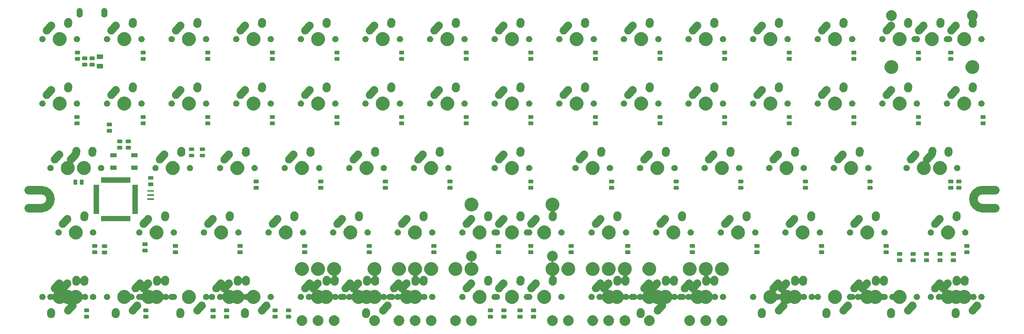
<source format=gbs>
G04 #@! TF.GenerationSoftware,KiCad,Pcbnew,(5.1.2-1)-1*
G04 #@! TF.CreationDate,2020-04-18T15:07:41+02:00*
G04 #@! TF.ProjectId,tsuka60,7473756b-6136-4302-9e6b-696361645f70,rev?*
G04 #@! TF.SameCoordinates,Original*
G04 #@! TF.FileFunction,Soldermask,Bot*
G04 #@! TF.FilePolarity,Negative*
%FSLAX46Y46*%
G04 Gerber Fmt 4.6, Leading zero omitted, Abs format (unit mm)*
G04 Created by KiCad (PCBNEW (5.1.2-1)-1) date 2020-04-18 15:07:41*
%MOMM*%
%LPD*%
G04 APERTURE LIST*
%ADD10C,2.501900*%
%ADD11C,0.100000*%
G04 APERTURE END LIST*
D10*
X376031250Y-166092800D02*
X379831250Y-166092800D01*
X373380300Y-168743750D02*
G75*
G02X376031250Y-166092800I2650950J0D01*
G01*
X376031250Y-171394700D02*
G75*
G02X373380300Y-168743750I0J2650950D01*
G01*
X376031250Y-171394700D02*
X379881250Y-171394700D01*
X94831250Y-166092800D02*
X98631250Y-166092800D01*
X101282200Y-168743750D02*
G75*
G03X98631250Y-166092800I-2650950J0D01*
G01*
X98631250Y-171394700D02*
G75*
G03X101282200Y-168743750I0J2650950D01*
G01*
X94831250Y-171394700D02*
X98631250Y-171394700D01*
D11*
G36*
X299496526Y-203073174D02*
G01*
X299703161Y-203114276D01*
X299804398Y-203156210D01*
X299989791Y-203233002D01*
X300023999Y-203255859D01*
X300247754Y-203405367D01*
X300467133Y-203624746D01*
X300550242Y-203749128D01*
X300639498Y-203882709D01*
X300758224Y-204169340D01*
X300818750Y-204473625D01*
X300818750Y-204783875D01*
X300758224Y-205088160D01*
X300639498Y-205374791D01*
X300639497Y-205374792D01*
X300467133Y-205632754D01*
X300247754Y-205852133D01*
X300075389Y-205967303D01*
X299989791Y-206024498D01*
X299821887Y-206094046D01*
X299703161Y-206143224D01*
X299551017Y-206173487D01*
X299398875Y-206203750D01*
X299088625Y-206203750D01*
X298784339Y-206143224D01*
X298665613Y-206094046D01*
X298497709Y-206024498D01*
X298412111Y-205967303D01*
X298239746Y-205852133D01*
X298020367Y-205632754D01*
X297848003Y-205374792D01*
X297848002Y-205374791D01*
X297729276Y-205088160D01*
X297668750Y-204783875D01*
X297668750Y-204473625D01*
X297729276Y-204169340D01*
X297848002Y-203882709D01*
X297937258Y-203749128D01*
X298020367Y-203624746D01*
X298239746Y-203405367D01*
X298463501Y-203255859D01*
X298497709Y-203233002D01*
X298683102Y-203156210D01*
X298784339Y-203114276D01*
X298990974Y-203073174D01*
X299088625Y-203053750D01*
X299398875Y-203053750D01*
X299496526Y-203073174D01*
X299496526Y-203073174D01*
G37*
G36*
X294765776Y-203073174D02*
G01*
X294972411Y-203114276D01*
X295073648Y-203156210D01*
X295259041Y-203233002D01*
X295293249Y-203255859D01*
X295517004Y-203405367D01*
X295736383Y-203624746D01*
X295819492Y-203749128D01*
X295908748Y-203882709D01*
X296027474Y-204169340D01*
X296088000Y-204473625D01*
X296088000Y-204783875D01*
X296027474Y-205088160D01*
X295908748Y-205374791D01*
X295908747Y-205374792D01*
X295736383Y-205632754D01*
X295517004Y-205852133D01*
X295344639Y-205967303D01*
X295259041Y-206024498D01*
X295091137Y-206094046D01*
X294972411Y-206143224D01*
X294820267Y-206173487D01*
X294668125Y-206203750D01*
X294326125Y-206203750D01*
X294021839Y-206143224D01*
X293903113Y-206094046D01*
X293735209Y-206024498D01*
X293649611Y-205967303D01*
X293477246Y-205852133D01*
X293257867Y-205632754D01*
X293085503Y-205374792D01*
X293085502Y-205374791D01*
X292966776Y-205088160D01*
X292906250Y-204783875D01*
X292906250Y-204473625D01*
X292966776Y-204169340D01*
X293085502Y-203882709D01*
X293174758Y-203749128D01*
X293257867Y-203624746D01*
X293477246Y-203405367D01*
X293701001Y-203255859D01*
X293735209Y-203233002D01*
X293920602Y-203156210D01*
X294021839Y-203114276D01*
X294228474Y-203073174D01*
X294326125Y-203053750D01*
X294668125Y-203053750D01*
X294765776Y-203073174D01*
X294765776Y-203073174D01*
G37*
G36*
X290003276Y-203073174D02*
G01*
X290209911Y-203114276D01*
X290311148Y-203156210D01*
X290496541Y-203233002D01*
X290530749Y-203255859D01*
X290754504Y-203405367D01*
X290973883Y-203624746D01*
X291056992Y-203749128D01*
X291146248Y-203882709D01*
X291264974Y-204169340D01*
X291325500Y-204473625D01*
X291325500Y-204783875D01*
X291264974Y-205088160D01*
X291146248Y-205374791D01*
X291146247Y-205374792D01*
X290973883Y-205632754D01*
X290754504Y-205852133D01*
X290582139Y-205967303D01*
X290496541Y-206024498D01*
X290328637Y-206094046D01*
X290209911Y-206143224D01*
X290057767Y-206173487D01*
X289905625Y-206203750D01*
X289595375Y-206203750D01*
X289291089Y-206143224D01*
X289172363Y-206094046D01*
X289004459Y-206024498D01*
X288918861Y-205967303D01*
X288746496Y-205852133D01*
X288527117Y-205632754D01*
X288354753Y-205374792D01*
X288354752Y-205374791D01*
X288236026Y-205088160D01*
X288175500Y-204783875D01*
X288175500Y-204473625D01*
X288236026Y-204169340D01*
X288354752Y-203882709D01*
X288444008Y-203749128D01*
X288527117Y-203624746D01*
X288746496Y-203405367D01*
X288970251Y-203255859D01*
X289004459Y-203233002D01*
X289189852Y-203156210D01*
X289291089Y-203114276D01*
X289497724Y-203073174D01*
X289595375Y-203053750D01*
X289905625Y-203053750D01*
X290003276Y-203073174D01*
X290003276Y-203073174D01*
G37*
G36*
X278097026Y-203073174D02*
G01*
X278303661Y-203114276D01*
X278404898Y-203156210D01*
X278590291Y-203233002D01*
X278624499Y-203255859D01*
X278848254Y-203405367D01*
X279067633Y-203624746D01*
X279150742Y-203749128D01*
X279239998Y-203882709D01*
X279358724Y-204169340D01*
X279419250Y-204473625D01*
X279419250Y-204783875D01*
X279358724Y-205088160D01*
X279239998Y-205374791D01*
X279239997Y-205374792D01*
X279067633Y-205632754D01*
X278848254Y-205852133D01*
X278675889Y-205967303D01*
X278590291Y-206024498D01*
X278422387Y-206094046D01*
X278303661Y-206143224D01*
X278151517Y-206173487D01*
X277999375Y-206203750D01*
X277689125Y-206203750D01*
X277384839Y-206143224D01*
X277266113Y-206094046D01*
X277098209Y-206024498D01*
X277012611Y-205967303D01*
X276840246Y-205852133D01*
X276620867Y-205632754D01*
X276448503Y-205374792D01*
X276448502Y-205374791D01*
X276329776Y-205088160D01*
X276269250Y-204783875D01*
X276269250Y-204473625D01*
X276329776Y-204169340D01*
X276448502Y-203882709D01*
X276537758Y-203749128D01*
X276620867Y-203624746D01*
X276840246Y-203405367D01*
X277064001Y-203255859D01*
X277098209Y-203233002D01*
X277283602Y-203156210D01*
X277384839Y-203114276D01*
X277591474Y-203073174D01*
X277689125Y-203053750D01*
X277999375Y-203053750D01*
X278097026Y-203073174D01*
X278097026Y-203073174D01*
G37*
G36*
X270889776Y-203073174D02*
G01*
X271096411Y-203114276D01*
X271197648Y-203156210D01*
X271383041Y-203233002D01*
X271417249Y-203255859D01*
X271641004Y-203405367D01*
X271860383Y-203624746D01*
X271943492Y-203749128D01*
X272032748Y-203882709D01*
X272151474Y-204169340D01*
X272212000Y-204473625D01*
X272212000Y-204783875D01*
X272151474Y-205088160D01*
X272032748Y-205374791D01*
X272032747Y-205374792D01*
X271860383Y-205632754D01*
X271641004Y-205852133D01*
X271468639Y-205967303D01*
X271383041Y-206024498D01*
X271215137Y-206094046D01*
X271096411Y-206143224D01*
X270944267Y-206173487D01*
X270792125Y-206203750D01*
X270481875Y-206203750D01*
X270177589Y-206143224D01*
X270058863Y-206094046D01*
X269890959Y-206024498D01*
X269805361Y-205967303D01*
X269632996Y-205852133D01*
X269413617Y-205632754D01*
X269241253Y-205374792D01*
X269241252Y-205374791D01*
X269122526Y-205088160D01*
X269062000Y-204783875D01*
X269062000Y-204473625D01*
X269122526Y-204169340D01*
X269241252Y-203882709D01*
X269330508Y-203749128D01*
X269413617Y-203624746D01*
X269632996Y-203405367D01*
X269856751Y-203255859D01*
X269890959Y-203233002D01*
X270076352Y-203156210D01*
X270177589Y-203114276D01*
X270384224Y-203073174D01*
X270481875Y-203053750D01*
X270792125Y-203053750D01*
X270889776Y-203073174D01*
X270889776Y-203073174D01*
G37*
G36*
X266127276Y-203073174D02*
G01*
X266333911Y-203114276D01*
X266435148Y-203156210D01*
X266620541Y-203233002D01*
X266654749Y-203255859D01*
X266878504Y-203405367D01*
X267097883Y-203624746D01*
X267180992Y-203749128D01*
X267270248Y-203882709D01*
X267388974Y-204169340D01*
X267449500Y-204473625D01*
X267449500Y-204783875D01*
X267388974Y-205088160D01*
X267270248Y-205374791D01*
X267270247Y-205374792D01*
X267097883Y-205632754D01*
X266878504Y-205852133D01*
X266706139Y-205967303D01*
X266620541Y-206024498D01*
X266452637Y-206094046D01*
X266333911Y-206143224D01*
X266181767Y-206173487D01*
X266029625Y-206203750D01*
X265719375Y-206203750D01*
X265415089Y-206143224D01*
X265296363Y-206094046D01*
X265128459Y-206024498D01*
X265042861Y-205967303D01*
X264870496Y-205852133D01*
X264651117Y-205632754D01*
X264478753Y-205374792D01*
X264478752Y-205374791D01*
X264360026Y-205088160D01*
X264299500Y-204783875D01*
X264299500Y-204473625D01*
X264360026Y-204169340D01*
X264478752Y-203882709D01*
X264568008Y-203749128D01*
X264651117Y-203624746D01*
X264870496Y-203405367D01*
X265094251Y-203255859D01*
X265128459Y-203233002D01*
X265313852Y-203156210D01*
X265415089Y-203114276D01*
X265621724Y-203073174D01*
X265719375Y-203053750D01*
X266029625Y-203053750D01*
X266127276Y-203073174D01*
X266127276Y-203073174D01*
G37*
G36*
X261396526Y-203073174D02*
G01*
X261603161Y-203114276D01*
X261704398Y-203156210D01*
X261889791Y-203233002D01*
X261923999Y-203255859D01*
X262147754Y-203405367D01*
X262367133Y-203624746D01*
X262450242Y-203749128D01*
X262539498Y-203882709D01*
X262658224Y-204169340D01*
X262718750Y-204473625D01*
X262718750Y-204783875D01*
X262658224Y-205088160D01*
X262539498Y-205374791D01*
X262539497Y-205374792D01*
X262367133Y-205632754D01*
X262147754Y-205852133D01*
X261975389Y-205967303D01*
X261889791Y-206024498D01*
X261721887Y-206094046D01*
X261603161Y-206143224D01*
X261451017Y-206173487D01*
X261298875Y-206203750D01*
X260988625Y-206203750D01*
X260684339Y-206143224D01*
X260565613Y-206094046D01*
X260397709Y-206024498D01*
X260312111Y-205967303D01*
X260139746Y-205852133D01*
X259920367Y-205632754D01*
X259748003Y-205374792D01*
X259748002Y-205374791D01*
X259629276Y-205088160D01*
X259568750Y-204783875D01*
X259568750Y-204473625D01*
X259629276Y-204169340D01*
X259748002Y-203882709D01*
X259837258Y-203749128D01*
X259920367Y-203624746D01*
X260139746Y-203405367D01*
X260363501Y-203255859D01*
X260397709Y-203233002D01*
X260583102Y-203156210D01*
X260684339Y-203114276D01*
X260890974Y-203073174D01*
X260988625Y-203053750D01*
X261298875Y-203053750D01*
X261396526Y-203073174D01*
X261396526Y-203073174D01*
G37*
G36*
X254221026Y-203073174D02*
G01*
X254427661Y-203114276D01*
X254528898Y-203156210D01*
X254714291Y-203233002D01*
X254748499Y-203255859D01*
X254972254Y-203405367D01*
X255191633Y-203624746D01*
X255274742Y-203749128D01*
X255363998Y-203882709D01*
X255482724Y-204169340D01*
X255543250Y-204473625D01*
X255543250Y-204783875D01*
X255482724Y-205088160D01*
X255363998Y-205374791D01*
X255363997Y-205374792D01*
X255191633Y-205632754D01*
X254972254Y-205852133D01*
X254799889Y-205967303D01*
X254714291Y-206024498D01*
X254546387Y-206094046D01*
X254427661Y-206143224D01*
X254275517Y-206173487D01*
X254123375Y-206203750D01*
X253813125Y-206203750D01*
X253508839Y-206143224D01*
X253390113Y-206094046D01*
X253222209Y-206024498D01*
X253136611Y-205967303D01*
X252964246Y-205852133D01*
X252744867Y-205632754D01*
X252572503Y-205374792D01*
X252572502Y-205374791D01*
X252453776Y-205088160D01*
X252393250Y-204783875D01*
X252393250Y-204473625D01*
X252453776Y-204169340D01*
X252572502Y-203882709D01*
X252661758Y-203749128D01*
X252744867Y-203624746D01*
X252964246Y-203405367D01*
X253188001Y-203255859D01*
X253222209Y-203233002D01*
X253407602Y-203156210D01*
X253508839Y-203114276D01*
X253715474Y-203073174D01*
X253813125Y-203053750D01*
X254123375Y-203053750D01*
X254221026Y-203073174D01*
X254221026Y-203073174D01*
G37*
G36*
X249522026Y-203073174D02*
G01*
X249728661Y-203114276D01*
X249829898Y-203156210D01*
X250015291Y-203233002D01*
X250049499Y-203255859D01*
X250273254Y-203405367D01*
X250492633Y-203624746D01*
X250575742Y-203749128D01*
X250664998Y-203882709D01*
X250783724Y-204169340D01*
X250844250Y-204473625D01*
X250844250Y-204783875D01*
X250783724Y-205088160D01*
X250664998Y-205374791D01*
X250664997Y-205374792D01*
X250492633Y-205632754D01*
X250273254Y-205852133D01*
X250100889Y-205967303D01*
X250015291Y-206024498D01*
X249847387Y-206094046D01*
X249728661Y-206143224D01*
X249576517Y-206173487D01*
X249424375Y-206203750D01*
X249114125Y-206203750D01*
X248809839Y-206143224D01*
X248691113Y-206094046D01*
X248523209Y-206024498D01*
X248437611Y-205967303D01*
X248265246Y-205852133D01*
X248045867Y-205632754D01*
X247873503Y-205374792D01*
X247873502Y-205374791D01*
X247754776Y-205088160D01*
X247694250Y-204783875D01*
X247694250Y-204473625D01*
X247754776Y-204169340D01*
X247873502Y-203882709D01*
X247962758Y-203749128D01*
X248045867Y-203624746D01*
X248265246Y-203405367D01*
X248489001Y-203255859D01*
X248523209Y-203233002D01*
X248708602Y-203156210D01*
X248809839Y-203114276D01*
X249016474Y-203073174D01*
X249114125Y-203053750D01*
X249424375Y-203053750D01*
X249522026Y-203073174D01*
X249522026Y-203073174D01*
G37*
G36*
X225646026Y-203073174D02*
G01*
X225852661Y-203114276D01*
X225953898Y-203156210D01*
X226139291Y-203233002D01*
X226173499Y-203255859D01*
X226397254Y-203405367D01*
X226616633Y-203624746D01*
X226699742Y-203749128D01*
X226788998Y-203882709D01*
X226907724Y-204169340D01*
X226968250Y-204473625D01*
X226968250Y-204783875D01*
X226907724Y-205088160D01*
X226788998Y-205374791D01*
X226788997Y-205374792D01*
X226616633Y-205632754D01*
X226397254Y-205852133D01*
X226224889Y-205967303D01*
X226139291Y-206024498D01*
X225971387Y-206094046D01*
X225852661Y-206143224D01*
X225700517Y-206173487D01*
X225548375Y-206203750D01*
X225238125Y-206203750D01*
X224933839Y-206143224D01*
X224815113Y-206094046D01*
X224647209Y-206024498D01*
X224561611Y-205967303D01*
X224389246Y-205852133D01*
X224169867Y-205632754D01*
X223997503Y-205374792D01*
X223997502Y-205374791D01*
X223878776Y-205088160D01*
X223818250Y-204783875D01*
X223818250Y-204473625D01*
X223878776Y-204169340D01*
X223997502Y-203882709D01*
X224086758Y-203749128D01*
X224169867Y-203624746D01*
X224389246Y-203405367D01*
X224613001Y-203255859D01*
X224647209Y-203233002D01*
X224832602Y-203156210D01*
X224933839Y-203114276D01*
X225140474Y-203073174D01*
X225238125Y-203053750D01*
X225548375Y-203053750D01*
X225646026Y-203073174D01*
X225646026Y-203073174D01*
G37*
G36*
X220947026Y-203073174D02*
G01*
X221153661Y-203114276D01*
X221254898Y-203156210D01*
X221440291Y-203233002D01*
X221474499Y-203255859D01*
X221698254Y-203405367D01*
X221917633Y-203624746D01*
X222000742Y-203749128D01*
X222089998Y-203882709D01*
X222208724Y-204169340D01*
X222269250Y-204473625D01*
X222269250Y-204783875D01*
X222208724Y-205088160D01*
X222089998Y-205374791D01*
X222089997Y-205374792D01*
X221917633Y-205632754D01*
X221698254Y-205852133D01*
X221525889Y-205967303D01*
X221440291Y-206024498D01*
X221272387Y-206094046D01*
X221153661Y-206143224D01*
X221001517Y-206173487D01*
X220849375Y-206203750D01*
X220539125Y-206203750D01*
X220234839Y-206143224D01*
X220116113Y-206094046D01*
X219948209Y-206024498D01*
X219862611Y-205967303D01*
X219690246Y-205852133D01*
X219470867Y-205632754D01*
X219298503Y-205374792D01*
X219298502Y-205374791D01*
X219179776Y-205088160D01*
X219119250Y-204783875D01*
X219119250Y-204473625D01*
X219179776Y-204169340D01*
X219298502Y-203882709D01*
X219387758Y-203749128D01*
X219470867Y-203624746D01*
X219690246Y-203405367D01*
X219914001Y-203255859D01*
X219948209Y-203233002D01*
X220133602Y-203156210D01*
X220234839Y-203114276D01*
X220441474Y-203073174D01*
X220539125Y-203053750D01*
X220849375Y-203053750D01*
X220947026Y-203073174D01*
X220947026Y-203073174D01*
G37*
G36*
X213771526Y-203073174D02*
G01*
X213978161Y-203114276D01*
X214079398Y-203156210D01*
X214264791Y-203233002D01*
X214298999Y-203255859D01*
X214522754Y-203405367D01*
X214742133Y-203624746D01*
X214825242Y-203749128D01*
X214914498Y-203882709D01*
X215033224Y-204169340D01*
X215093750Y-204473625D01*
X215093750Y-204783875D01*
X215033224Y-205088160D01*
X214914498Y-205374791D01*
X214914497Y-205374792D01*
X214742133Y-205632754D01*
X214522754Y-205852133D01*
X214350389Y-205967303D01*
X214264791Y-206024498D01*
X214096887Y-206094046D01*
X213978161Y-206143224D01*
X213826017Y-206173487D01*
X213673875Y-206203750D01*
X213363625Y-206203750D01*
X213059339Y-206143224D01*
X212940613Y-206094046D01*
X212772709Y-206024498D01*
X212687111Y-205967303D01*
X212514746Y-205852133D01*
X212295367Y-205632754D01*
X212123003Y-205374792D01*
X212123002Y-205374791D01*
X212004276Y-205088160D01*
X211943750Y-204783875D01*
X211943750Y-204473625D01*
X212004276Y-204169340D01*
X212123002Y-203882709D01*
X212212258Y-203749128D01*
X212295367Y-203624746D01*
X212514746Y-203405367D01*
X212738501Y-203255859D01*
X212772709Y-203233002D01*
X212958102Y-203156210D01*
X213059339Y-203114276D01*
X213265974Y-203073174D01*
X213363625Y-203053750D01*
X213673875Y-203053750D01*
X213771526Y-203073174D01*
X213771526Y-203073174D01*
G37*
G36*
X209040776Y-203073174D02*
G01*
X209247411Y-203114276D01*
X209348648Y-203156210D01*
X209534041Y-203233002D01*
X209568249Y-203255859D01*
X209792004Y-203405367D01*
X210011383Y-203624746D01*
X210094492Y-203749128D01*
X210183748Y-203882709D01*
X210302474Y-204169340D01*
X210363000Y-204473625D01*
X210363000Y-204783875D01*
X210302474Y-205088160D01*
X210183748Y-205374791D01*
X210183747Y-205374792D01*
X210011383Y-205632754D01*
X209792004Y-205852133D01*
X209619639Y-205967303D01*
X209534041Y-206024498D01*
X209366137Y-206094046D01*
X209247411Y-206143224D01*
X209095267Y-206173487D01*
X208943125Y-206203750D01*
X208632875Y-206203750D01*
X208328589Y-206143224D01*
X208209863Y-206094046D01*
X208041959Y-206024498D01*
X207956361Y-205967303D01*
X207783996Y-205852133D01*
X207564617Y-205632754D01*
X207392253Y-205374792D01*
X207392252Y-205374791D01*
X207273526Y-205088160D01*
X207213000Y-204783875D01*
X207213000Y-204473625D01*
X207273526Y-204169340D01*
X207392252Y-203882709D01*
X207481508Y-203749128D01*
X207564617Y-203624746D01*
X207783996Y-203405367D01*
X208007751Y-203255859D01*
X208041959Y-203233002D01*
X208227352Y-203156210D01*
X208328589Y-203114276D01*
X208535224Y-203073174D01*
X208632875Y-203053750D01*
X208943125Y-203053750D01*
X209040776Y-203073174D01*
X209040776Y-203073174D01*
G37*
G36*
X204278276Y-203073174D02*
G01*
X204484911Y-203114276D01*
X204586148Y-203156210D01*
X204771541Y-203233002D01*
X204805749Y-203255859D01*
X205029504Y-203405367D01*
X205248883Y-203624746D01*
X205331992Y-203749128D01*
X205421248Y-203882709D01*
X205539974Y-204169340D01*
X205600500Y-204473625D01*
X205600500Y-204783875D01*
X205539974Y-205088160D01*
X205421248Y-205374791D01*
X205421247Y-205374792D01*
X205248883Y-205632754D01*
X205029504Y-205852133D01*
X204857139Y-205967303D01*
X204771541Y-206024498D01*
X204603637Y-206094046D01*
X204484911Y-206143224D01*
X204332767Y-206173487D01*
X204180625Y-206203750D01*
X203870375Y-206203750D01*
X203566089Y-206143224D01*
X203447363Y-206094046D01*
X203279459Y-206024498D01*
X203193861Y-205967303D01*
X203021496Y-205852133D01*
X202802117Y-205632754D01*
X202629753Y-205374792D01*
X202629752Y-205374791D01*
X202511026Y-205088160D01*
X202450500Y-204783875D01*
X202450500Y-204473625D01*
X202511026Y-204169340D01*
X202629752Y-203882709D01*
X202719008Y-203749128D01*
X202802117Y-203624746D01*
X203021496Y-203405367D01*
X203245251Y-203255859D01*
X203279459Y-203233002D01*
X203464852Y-203156210D01*
X203566089Y-203114276D01*
X203772724Y-203073174D01*
X203870375Y-203053750D01*
X204180625Y-203053750D01*
X204278276Y-203073174D01*
X204278276Y-203073174D01*
G37*
G36*
X197071026Y-203073174D02*
G01*
X197277661Y-203114276D01*
X197378898Y-203156210D01*
X197564291Y-203233002D01*
X197598499Y-203255859D01*
X197822254Y-203405367D01*
X198041633Y-203624746D01*
X198124742Y-203749128D01*
X198213998Y-203882709D01*
X198332724Y-204169340D01*
X198393250Y-204473625D01*
X198393250Y-204783875D01*
X198332724Y-205088160D01*
X198213998Y-205374791D01*
X198213997Y-205374792D01*
X198041633Y-205632754D01*
X197822254Y-205852133D01*
X197649889Y-205967303D01*
X197564291Y-206024498D01*
X197396387Y-206094046D01*
X197277661Y-206143224D01*
X197125517Y-206173487D01*
X196973375Y-206203750D01*
X196663125Y-206203750D01*
X196358839Y-206143224D01*
X196240113Y-206094046D01*
X196072209Y-206024498D01*
X195986611Y-205967303D01*
X195814246Y-205852133D01*
X195594867Y-205632754D01*
X195422503Y-205374792D01*
X195422502Y-205374791D01*
X195303776Y-205088160D01*
X195243250Y-204783875D01*
X195243250Y-204473625D01*
X195303776Y-204169340D01*
X195422502Y-203882709D01*
X195511758Y-203749128D01*
X195594867Y-203624746D01*
X195814246Y-203405367D01*
X196038001Y-203255859D01*
X196072209Y-203233002D01*
X196257602Y-203156210D01*
X196358839Y-203114276D01*
X196565474Y-203073174D01*
X196663125Y-203053750D01*
X196973375Y-203053750D01*
X197071026Y-203073174D01*
X197071026Y-203073174D01*
G37*
G36*
X185164776Y-203073174D02*
G01*
X185371411Y-203114276D01*
X185472648Y-203156210D01*
X185658041Y-203233002D01*
X185692249Y-203255859D01*
X185916004Y-203405367D01*
X186135383Y-203624746D01*
X186218492Y-203749128D01*
X186307748Y-203882709D01*
X186426474Y-204169340D01*
X186487000Y-204473625D01*
X186487000Y-204783875D01*
X186426474Y-205088160D01*
X186307748Y-205374791D01*
X186307747Y-205374792D01*
X186135383Y-205632754D01*
X185916004Y-205852133D01*
X185743639Y-205967303D01*
X185658041Y-206024498D01*
X185490137Y-206094046D01*
X185371411Y-206143224D01*
X185219267Y-206173487D01*
X185067125Y-206203750D01*
X184756875Y-206203750D01*
X184452589Y-206143224D01*
X184333863Y-206094046D01*
X184165959Y-206024498D01*
X184080361Y-205967303D01*
X183907996Y-205852133D01*
X183688617Y-205632754D01*
X183516253Y-205374792D01*
X183516252Y-205374791D01*
X183397526Y-205088160D01*
X183337000Y-204783875D01*
X183337000Y-204473625D01*
X183397526Y-204169340D01*
X183516252Y-203882709D01*
X183605508Y-203749128D01*
X183688617Y-203624746D01*
X183907996Y-203405367D01*
X184131751Y-203255859D01*
X184165959Y-203233002D01*
X184351352Y-203156210D01*
X184452589Y-203114276D01*
X184659224Y-203073174D01*
X184756875Y-203053750D01*
X185067125Y-203053750D01*
X185164776Y-203073174D01*
X185164776Y-203073174D01*
G37*
G36*
X180434026Y-203073174D02*
G01*
X180640661Y-203114276D01*
X180741898Y-203156210D01*
X180927291Y-203233002D01*
X180961499Y-203255859D01*
X181185254Y-203405367D01*
X181404633Y-203624746D01*
X181487742Y-203749128D01*
X181576998Y-203882709D01*
X181695724Y-204169340D01*
X181756250Y-204473625D01*
X181756250Y-204783875D01*
X181695724Y-205088160D01*
X181576998Y-205374791D01*
X181576997Y-205374792D01*
X181404633Y-205632754D01*
X181185254Y-205852133D01*
X181012889Y-205967303D01*
X180927291Y-206024498D01*
X180759387Y-206094046D01*
X180640661Y-206143224D01*
X180488517Y-206173487D01*
X180336375Y-206203750D01*
X179994375Y-206203750D01*
X179690089Y-206143224D01*
X179571363Y-206094046D01*
X179403459Y-206024498D01*
X179317861Y-205967303D01*
X179145496Y-205852133D01*
X178926117Y-205632754D01*
X178753753Y-205374792D01*
X178753752Y-205374791D01*
X178635026Y-205088160D01*
X178574500Y-204783875D01*
X178574500Y-204473625D01*
X178635026Y-204169340D01*
X178753752Y-203882709D01*
X178843008Y-203749128D01*
X178926117Y-203624746D01*
X179145496Y-203405367D01*
X179369251Y-203255859D01*
X179403459Y-203233002D01*
X179588852Y-203156210D01*
X179690089Y-203114276D01*
X179896724Y-203073174D01*
X179994375Y-203053750D01*
X180336375Y-203053750D01*
X180434026Y-203073174D01*
X180434026Y-203073174D01*
G37*
G36*
X175671526Y-203073174D02*
G01*
X175878161Y-203114276D01*
X175979398Y-203156210D01*
X176164791Y-203233002D01*
X176198999Y-203255859D01*
X176422754Y-203405367D01*
X176642133Y-203624746D01*
X176725242Y-203749128D01*
X176814498Y-203882709D01*
X176933224Y-204169340D01*
X176993750Y-204473625D01*
X176993750Y-204783875D01*
X176933224Y-205088160D01*
X176814498Y-205374791D01*
X176814497Y-205374792D01*
X176642133Y-205632754D01*
X176422754Y-205852133D01*
X176250389Y-205967303D01*
X176164791Y-206024498D01*
X175996887Y-206094046D01*
X175878161Y-206143224D01*
X175726017Y-206173487D01*
X175573875Y-206203750D01*
X175263625Y-206203750D01*
X174959339Y-206143224D01*
X174840613Y-206094046D01*
X174672709Y-206024498D01*
X174587111Y-205967303D01*
X174414746Y-205852133D01*
X174195367Y-205632754D01*
X174023003Y-205374792D01*
X174023002Y-205374791D01*
X173904276Y-205088160D01*
X173843750Y-204783875D01*
X173843750Y-204473625D01*
X173904276Y-204169340D01*
X174023002Y-203882709D01*
X174112258Y-203749128D01*
X174195367Y-203624746D01*
X174414746Y-203405367D01*
X174638501Y-203255859D01*
X174672709Y-203233002D01*
X174858102Y-203156210D01*
X174959339Y-203114276D01*
X175165974Y-203073174D01*
X175263625Y-203053750D01*
X175573875Y-203053750D01*
X175671526Y-203073174D01*
X175671526Y-203073174D01*
G37*
G36*
X112503218Y-202953565D02*
G01*
X112541888Y-202965296D01*
X112577527Y-202984346D01*
X112608767Y-203009983D01*
X112634404Y-203041223D01*
X112653454Y-203076862D01*
X112665185Y-203115532D01*
X112669750Y-203161888D01*
X112669750Y-203813112D01*
X112665185Y-203859468D01*
X112653454Y-203898138D01*
X112634404Y-203933777D01*
X112608767Y-203965017D01*
X112577527Y-203990654D01*
X112541888Y-204009704D01*
X112503218Y-204021435D01*
X112456862Y-204026000D01*
X111380638Y-204026000D01*
X111334282Y-204021435D01*
X111295612Y-204009704D01*
X111259973Y-203990654D01*
X111228733Y-203965017D01*
X111203096Y-203933777D01*
X111184046Y-203898138D01*
X111172315Y-203859468D01*
X111167750Y-203813112D01*
X111167750Y-203161888D01*
X111172315Y-203115532D01*
X111184046Y-203076862D01*
X111203096Y-203041223D01*
X111228733Y-203009983D01*
X111259973Y-202984346D01*
X111295612Y-202965296D01*
X111334282Y-202953565D01*
X111380638Y-202949000D01*
X112456862Y-202949000D01*
X112503218Y-202953565D01*
X112503218Y-202953565D01*
G37*
G36*
X235534468Y-202953565D02*
G01*
X235573138Y-202965296D01*
X235608777Y-202984346D01*
X235640017Y-203009983D01*
X235665654Y-203041223D01*
X235684704Y-203076862D01*
X235696435Y-203115532D01*
X235701000Y-203161888D01*
X235701000Y-203813112D01*
X235696435Y-203859468D01*
X235684704Y-203898138D01*
X235665654Y-203933777D01*
X235640017Y-203965017D01*
X235608777Y-203990654D01*
X235573138Y-204009704D01*
X235534468Y-204021435D01*
X235488112Y-204026000D01*
X234411888Y-204026000D01*
X234365532Y-204021435D01*
X234326862Y-204009704D01*
X234291223Y-203990654D01*
X234259983Y-203965017D01*
X234234346Y-203933777D01*
X234215296Y-203898138D01*
X234203565Y-203859468D01*
X234199000Y-203813112D01*
X234199000Y-203161888D01*
X234203565Y-203115532D01*
X234215296Y-203076862D01*
X234234346Y-203041223D01*
X234259983Y-203009983D01*
X234291223Y-202984346D01*
X234326862Y-202965296D01*
X234365532Y-202953565D01*
X234411888Y-202949000D01*
X235488112Y-202949000D01*
X235534468Y-202953565D01*
X235534468Y-202953565D01*
G37*
G36*
X129965718Y-202953565D02*
G01*
X130004388Y-202965296D01*
X130040027Y-202984346D01*
X130071267Y-203009983D01*
X130096904Y-203041223D01*
X130115954Y-203076862D01*
X130127685Y-203115532D01*
X130132250Y-203161888D01*
X130132250Y-203813112D01*
X130127685Y-203859468D01*
X130115954Y-203898138D01*
X130096904Y-203933777D01*
X130071267Y-203965017D01*
X130040027Y-203990654D01*
X130004388Y-204009704D01*
X129965718Y-204021435D01*
X129919362Y-204026000D01*
X128843138Y-204026000D01*
X128796782Y-204021435D01*
X128758112Y-204009704D01*
X128722473Y-203990654D01*
X128691233Y-203965017D01*
X128665596Y-203933777D01*
X128646546Y-203898138D01*
X128634815Y-203859468D01*
X128630250Y-203813112D01*
X128630250Y-203161888D01*
X128634815Y-203115532D01*
X128646546Y-203076862D01*
X128665596Y-203041223D01*
X128691233Y-203009983D01*
X128722473Y-202984346D01*
X128758112Y-202965296D01*
X128796782Y-202953565D01*
X128843138Y-202949000D01*
X129919362Y-202949000D01*
X129965718Y-202953565D01*
X129965718Y-202953565D01*
G37*
G36*
X244265718Y-202953565D02*
G01*
X244304388Y-202965296D01*
X244340027Y-202984346D01*
X244371267Y-203009983D01*
X244396904Y-203041223D01*
X244415954Y-203076862D01*
X244427685Y-203115532D01*
X244432250Y-203161888D01*
X244432250Y-203813112D01*
X244427685Y-203859468D01*
X244415954Y-203898138D01*
X244396904Y-203933777D01*
X244371267Y-203965017D01*
X244340027Y-203990654D01*
X244304388Y-204009704D01*
X244265718Y-204021435D01*
X244219362Y-204026000D01*
X243143138Y-204026000D01*
X243096782Y-204021435D01*
X243058112Y-204009704D01*
X243022473Y-203990654D01*
X242991233Y-203965017D01*
X242965596Y-203933777D01*
X242946546Y-203898138D01*
X242934815Y-203859468D01*
X242930250Y-203813112D01*
X242930250Y-203161888D01*
X242934815Y-203115532D01*
X242946546Y-203076862D01*
X242965596Y-203041223D01*
X242991233Y-203009983D01*
X243022473Y-202984346D01*
X243058112Y-202965296D01*
X243096782Y-202953565D01*
X243143138Y-202949000D01*
X244219362Y-202949000D01*
X244265718Y-202953565D01*
X244265718Y-202953565D01*
G37*
G36*
X240296968Y-202953565D02*
G01*
X240335638Y-202965296D01*
X240371277Y-202984346D01*
X240402517Y-203009983D01*
X240428154Y-203041223D01*
X240447204Y-203076862D01*
X240458935Y-203115532D01*
X240463500Y-203161888D01*
X240463500Y-203813112D01*
X240458935Y-203859468D01*
X240447204Y-203898138D01*
X240428154Y-203933777D01*
X240402517Y-203965017D01*
X240371277Y-203990654D01*
X240335638Y-204009704D01*
X240296968Y-204021435D01*
X240250612Y-204026000D01*
X239174388Y-204026000D01*
X239128032Y-204021435D01*
X239089362Y-204009704D01*
X239053723Y-203990654D01*
X239022483Y-203965017D01*
X238996846Y-203933777D01*
X238977796Y-203898138D01*
X238966065Y-203859468D01*
X238961500Y-203813112D01*
X238961500Y-203161888D01*
X238966065Y-203115532D01*
X238977796Y-203076862D01*
X238996846Y-203041223D01*
X239022483Y-203009983D01*
X239053723Y-202984346D01*
X239089362Y-202965296D01*
X239128032Y-202953565D01*
X239174388Y-202949000D01*
X240250612Y-202949000D01*
X240296968Y-202953565D01*
X240296968Y-202953565D01*
G37*
G36*
X149809468Y-202953565D02*
G01*
X149848138Y-202965296D01*
X149883777Y-202984346D01*
X149915017Y-203009983D01*
X149940654Y-203041223D01*
X149959704Y-203076862D01*
X149971435Y-203115532D01*
X149976000Y-203161888D01*
X149976000Y-203813112D01*
X149971435Y-203859468D01*
X149959704Y-203898138D01*
X149940654Y-203933777D01*
X149915017Y-203965017D01*
X149883777Y-203990654D01*
X149848138Y-204009704D01*
X149809468Y-204021435D01*
X149763112Y-204026000D01*
X148686888Y-204026000D01*
X148640532Y-204021435D01*
X148601862Y-204009704D01*
X148566223Y-203990654D01*
X148534983Y-203965017D01*
X148509346Y-203933777D01*
X148490296Y-203898138D01*
X148478565Y-203859468D01*
X148474000Y-203813112D01*
X148474000Y-203161888D01*
X148478565Y-203115532D01*
X148490296Y-203076862D01*
X148509346Y-203041223D01*
X148534983Y-203009983D01*
X148566223Y-202984346D01*
X148601862Y-202965296D01*
X148640532Y-202953565D01*
X148686888Y-202949000D01*
X149763112Y-202949000D01*
X149809468Y-202953565D01*
X149809468Y-202953565D01*
G37*
G36*
X231565718Y-202953565D02*
G01*
X231604388Y-202965296D01*
X231640027Y-202984346D01*
X231671267Y-203009983D01*
X231696904Y-203041223D01*
X231715954Y-203076862D01*
X231727685Y-203115532D01*
X231732250Y-203161888D01*
X231732250Y-203813112D01*
X231727685Y-203859468D01*
X231715954Y-203898138D01*
X231696904Y-203933777D01*
X231671267Y-203965017D01*
X231640027Y-203990654D01*
X231604388Y-204009704D01*
X231565718Y-204021435D01*
X231519362Y-204026000D01*
X230443138Y-204026000D01*
X230396782Y-204021435D01*
X230358112Y-204009704D01*
X230322473Y-203990654D01*
X230291233Y-203965017D01*
X230265596Y-203933777D01*
X230246546Y-203898138D01*
X230234815Y-203859468D01*
X230230250Y-203813112D01*
X230230250Y-203161888D01*
X230234815Y-203115532D01*
X230246546Y-203076862D01*
X230265596Y-203041223D01*
X230291233Y-203009983D01*
X230322473Y-202984346D01*
X230358112Y-202965296D01*
X230396782Y-202953565D01*
X230443138Y-202949000D01*
X231519362Y-202949000D01*
X231565718Y-202953565D01*
X231565718Y-202953565D01*
G37*
G36*
X172034468Y-202953565D02*
G01*
X172073138Y-202965296D01*
X172108777Y-202984346D01*
X172140017Y-203009983D01*
X172165654Y-203041223D01*
X172184704Y-203076862D01*
X172196435Y-203115532D01*
X172201000Y-203161888D01*
X172201000Y-203813112D01*
X172196435Y-203859468D01*
X172184704Y-203898138D01*
X172165654Y-203933777D01*
X172140017Y-203965017D01*
X172108777Y-203990654D01*
X172073138Y-204009704D01*
X172034468Y-204021435D01*
X171988112Y-204026000D01*
X170911888Y-204026000D01*
X170865532Y-204021435D01*
X170826862Y-204009704D01*
X170791223Y-203990654D01*
X170759983Y-203965017D01*
X170734346Y-203933777D01*
X170715296Y-203898138D01*
X170703565Y-203859468D01*
X170699000Y-203813112D01*
X170699000Y-203161888D01*
X170703565Y-203115532D01*
X170715296Y-203076862D01*
X170734346Y-203041223D01*
X170759983Y-203009983D01*
X170791223Y-202984346D01*
X170826862Y-202965296D01*
X170865532Y-202953565D01*
X170911888Y-202949000D01*
X171988112Y-202949000D01*
X172034468Y-202953565D01*
X172034468Y-202953565D01*
G37*
G36*
X168065718Y-202953565D02*
G01*
X168104388Y-202965296D01*
X168140027Y-202984346D01*
X168171267Y-203009983D01*
X168196904Y-203041223D01*
X168215954Y-203076862D01*
X168227685Y-203115532D01*
X168232250Y-203161888D01*
X168232250Y-203813112D01*
X168227685Y-203859468D01*
X168215954Y-203898138D01*
X168196904Y-203933777D01*
X168171267Y-203965017D01*
X168140027Y-203990654D01*
X168104388Y-204009704D01*
X168065718Y-204021435D01*
X168019362Y-204026000D01*
X166943138Y-204026000D01*
X166896782Y-204021435D01*
X166858112Y-204009704D01*
X166822473Y-203990654D01*
X166791233Y-203965017D01*
X166765596Y-203933777D01*
X166746546Y-203898138D01*
X166734815Y-203859468D01*
X166730250Y-203813112D01*
X166730250Y-203161888D01*
X166734815Y-203115532D01*
X166746546Y-203076862D01*
X166765596Y-203041223D01*
X166791233Y-203009983D01*
X166822473Y-202984346D01*
X166858112Y-202965296D01*
X166896782Y-202953565D01*
X166943138Y-202949000D01*
X168019362Y-202949000D01*
X168065718Y-202953565D01*
X168065718Y-202953565D01*
G37*
G36*
X153778218Y-202953565D02*
G01*
X153816888Y-202965296D01*
X153852527Y-202984346D01*
X153883767Y-203009983D01*
X153909404Y-203041223D01*
X153928454Y-203076862D01*
X153940185Y-203115532D01*
X153944750Y-203161888D01*
X153944750Y-203813112D01*
X153940185Y-203859468D01*
X153928454Y-203898138D01*
X153909404Y-203933777D01*
X153883767Y-203965017D01*
X153852527Y-203990654D01*
X153816888Y-204009704D01*
X153778218Y-204021435D01*
X153731862Y-204026000D01*
X152655638Y-204026000D01*
X152609282Y-204021435D01*
X152570612Y-204009704D01*
X152534973Y-203990654D01*
X152503733Y-203965017D01*
X152478096Y-203933777D01*
X152459046Y-203898138D01*
X152447315Y-203859468D01*
X152442750Y-203813112D01*
X152442750Y-203161888D01*
X152447315Y-203115532D01*
X152459046Y-203076862D01*
X152478096Y-203041223D01*
X152503733Y-203009983D01*
X152534973Y-202984346D01*
X152570612Y-202965296D01*
X152609282Y-202953565D01*
X152655638Y-202949000D01*
X153731862Y-202949000D01*
X153778218Y-202953565D01*
X153778218Y-202953565D01*
G37*
G36*
X368490980Y-201003374D02*
G01*
X368707505Y-201085711D01*
X368903807Y-201208709D01*
X369072340Y-201367639D01*
X369206630Y-201556395D01*
X369301515Y-201767723D01*
X369353348Y-201993501D01*
X369358438Y-202167027D01*
X369317657Y-202758341D01*
X369317546Y-202759954D01*
X369317250Y-202768554D01*
X369317250Y-202839577D01*
X369298368Y-202934503D01*
X369297706Y-202938107D01*
X369281626Y-203033480D01*
X369279165Y-203039953D01*
X369273409Y-203059978D01*
X369272057Y-203066777D01*
X369251862Y-203115532D01*
X369235013Y-203156210D01*
X369233661Y-203159614D01*
X369199288Y-203250005D01*
X369195614Y-203255869D01*
X369186063Y-203274385D01*
X369183408Y-203280795D01*
X369129593Y-203361335D01*
X369127673Y-203364301D01*
X369076291Y-203446307D01*
X369071539Y-203451346D01*
X369058561Y-203467643D01*
X369054713Y-203473402D01*
X368986247Y-203541868D01*
X368983726Y-203544465D01*
X368917361Y-203614840D01*
X368911728Y-203618848D01*
X368895806Y-203632309D01*
X368890906Y-203637209D01*
X368810402Y-203691000D01*
X368807452Y-203693034D01*
X368728605Y-203749130D01*
X368722283Y-203751969D01*
X368704060Y-203762056D01*
X368698295Y-203765908D01*
X368608785Y-203802984D01*
X368605622Y-203804349D01*
X368517277Y-203844015D01*
X368510525Y-203845565D01*
X368490688Y-203851902D01*
X368484277Y-203854557D01*
X368389300Y-203873449D01*
X368385849Y-203874188D01*
X368291499Y-203895848D01*
X368284591Y-203896051D01*
X368263880Y-203898397D01*
X368257076Y-203899750D01*
X368160277Y-203899750D01*
X368156613Y-203899804D01*
X368059948Y-203902639D01*
X368059947Y-203902639D01*
X368053132Y-203901490D01*
X368032350Y-203899750D01*
X368025423Y-203899750D01*
X367930496Y-203880868D01*
X367926892Y-203880206D01*
X367900031Y-203875677D01*
X367831520Y-203864126D01*
X367825047Y-203861665D01*
X367805022Y-203855909D01*
X367798223Y-203854557D01*
X367738772Y-203829931D01*
X367708790Y-203817513D01*
X367705386Y-203816161D01*
X367674474Y-203804406D01*
X367614995Y-203781788D01*
X367609131Y-203778114D01*
X367590615Y-203768563D01*
X367584205Y-203765908D01*
X367503665Y-203712093D01*
X367500699Y-203710173D01*
X367418693Y-203658791D01*
X367413654Y-203654039D01*
X367397357Y-203641061D01*
X367391598Y-203637213D01*
X367323132Y-203568747D01*
X367320535Y-203566226D01*
X367250160Y-203499861D01*
X367246152Y-203494228D01*
X367232691Y-203478306D01*
X367227791Y-203473406D01*
X367174000Y-203392902D01*
X367171966Y-203389952D01*
X367115870Y-203311105D01*
X367113031Y-203304783D01*
X367102943Y-203286558D01*
X367099092Y-203280795D01*
X367062016Y-203191285D01*
X367060651Y-203188122D01*
X367020985Y-203099777D01*
X367019435Y-203093025D01*
X367013098Y-203073188D01*
X367010443Y-203066777D01*
X366991551Y-202971800D01*
X366990812Y-202968349D01*
X366969152Y-202873999D01*
X366968949Y-202867090D01*
X366966603Y-202846380D01*
X366965250Y-202839576D01*
X366965250Y-202742765D01*
X366965197Y-202739165D01*
X366964062Y-202700473D01*
X366964955Y-202687524D01*
X366965250Y-202678954D01*
X366965250Y-202607923D01*
X366971646Y-202575769D01*
X366973750Y-202559998D01*
X367012012Y-202005205D01*
X367040874Y-201834020D01*
X367123212Y-201617495D01*
X367246209Y-201421193D01*
X367352162Y-201308838D01*
X367405138Y-201252660D01*
X367499517Y-201185515D01*
X367593895Y-201118370D01*
X367805223Y-201023485D01*
X368031001Y-200971651D01*
X368262552Y-200964860D01*
X368490980Y-201003374D01*
X368490980Y-201003374D01*
G37*
G36*
X139890980Y-201003374D02*
G01*
X140107505Y-201085711D01*
X140303807Y-201208709D01*
X140472340Y-201367639D01*
X140606630Y-201556395D01*
X140701515Y-201767723D01*
X140753348Y-201993501D01*
X140758438Y-202167027D01*
X140717657Y-202758341D01*
X140717546Y-202759954D01*
X140717250Y-202768554D01*
X140717250Y-202839577D01*
X140698368Y-202934503D01*
X140697706Y-202938107D01*
X140681626Y-203033480D01*
X140679165Y-203039953D01*
X140673409Y-203059978D01*
X140672057Y-203066777D01*
X140651862Y-203115532D01*
X140635013Y-203156210D01*
X140633661Y-203159614D01*
X140599288Y-203250005D01*
X140595614Y-203255869D01*
X140586063Y-203274385D01*
X140583408Y-203280795D01*
X140529593Y-203361335D01*
X140527673Y-203364301D01*
X140476291Y-203446307D01*
X140471539Y-203451346D01*
X140458561Y-203467643D01*
X140454713Y-203473402D01*
X140386247Y-203541868D01*
X140383726Y-203544465D01*
X140317361Y-203614840D01*
X140311728Y-203618848D01*
X140295806Y-203632309D01*
X140290906Y-203637209D01*
X140210402Y-203691000D01*
X140207452Y-203693034D01*
X140128605Y-203749130D01*
X140122283Y-203751969D01*
X140104060Y-203762056D01*
X140098295Y-203765908D01*
X140008785Y-203802984D01*
X140005622Y-203804349D01*
X139917277Y-203844015D01*
X139910525Y-203845565D01*
X139890688Y-203851902D01*
X139884277Y-203854557D01*
X139789300Y-203873449D01*
X139785849Y-203874188D01*
X139691499Y-203895848D01*
X139684591Y-203896051D01*
X139663880Y-203898397D01*
X139657076Y-203899750D01*
X139560277Y-203899750D01*
X139556613Y-203899804D01*
X139459948Y-203902639D01*
X139459947Y-203902639D01*
X139453132Y-203901490D01*
X139432350Y-203899750D01*
X139425423Y-203899750D01*
X139330496Y-203880868D01*
X139326892Y-203880206D01*
X139300031Y-203875677D01*
X139231520Y-203864126D01*
X139225047Y-203861665D01*
X139205022Y-203855909D01*
X139198223Y-203854557D01*
X139138772Y-203829931D01*
X139108790Y-203817513D01*
X139105386Y-203816161D01*
X139074474Y-203804406D01*
X139014995Y-203781788D01*
X139009131Y-203778114D01*
X138990615Y-203768563D01*
X138984205Y-203765908D01*
X138903665Y-203712093D01*
X138900699Y-203710173D01*
X138818693Y-203658791D01*
X138813654Y-203654039D01*
X138797357Y-203641061D01*
X138791598Y-203637213D01*
X138723132Y-203568747D01*
X138720535Y-203566226D01*
X138650160Y-203499861D01*
X138646152Y-203494228D01*
X138632691Y-203478306D01*
X138627791Y-203473406D01*
X138574000Y-203392902D01*
X138571966Y-203389952D01*
X138515870Y-203311105D01*
X138513031Y-203304783D01*
X138502943Y-203286558D01*
X138499092Y-203280795D01*
X138462016Y-203191285D01*
X138460651Y-203188122D01*
X138420985Y-203099777D01*
X138419435Y-203093025D01*
X138413098Y-203073188D01*
X138410443Y-203066777D01*
X138391551Y-202971800D01*
X138390812Y-202968349D01*
X138369152Y-202873999D01*
X138368949Y-202867090D01*
X138366603Y-202846380D01*
X138365250Y-202839576D01*
X138365250Y-202742765D01*
X138365197Y-202739165D01*
X138364062Y-202700473D01*
X138364955Y-202687524D01*
X138365250Y-202678954D01*
X138365250Y-202607923D01*
X138371646Y-202575769D01*
X138373750Y-202559998D01*
X138412012Y-202005205D01*
X138440874Y-201834020D01*
X138523212Y-201617495D01*
X138646209Y-201421193D01*
X138752162Y-201308838D01*
X138805138Y-201252660D01*
X138899517Y-201185515D01*
X138993895Y-201118370D01*
X139205223Y-201023485D01*
X139431001Y-200971651D01*
X139662552Y-200964860D01*
X139890980Y-201003374D01*
X139890980Y-201003374D01*
G37*
G36*
X120840980Y-201003374D02*
G01*
X121057505Y-201085711D01*
X121253807Y-201208709D01*
X121422340Y-201367639D01*
X121556630Y-201556395D01*
X121651515Y-201767723D01*
X121703348Y-201993501D01*
X121708438Y-202167027D01*
X121667657Y-202758341D01*
X121667546Y-202759954D01*
X121667250Y-202768554D01*
X121667250Y-202839577D01*
X121648368Y-202934503D01*
X121647706Y-202938107D01*
X121631626Y-203033480D01*
X121629165Y-203039953D01*
X121623409Y-203059978D01*
X121622057Y-203066777D01*
X121601862Y-203115532D01*
X121585013Y-203156210D01*
X121583661Y-203159614D01*
X121549288Y-203250005D01*
X121545614Y-203255869D01*
X121536063Y-203274385D01*
X121533408Y-203280795D01*
X121479593Y-203361335D01*
X121477673Y-203364301D01*
X121426291Y-203446307D01*
X121421539Y-203451346D01*
X121408561Y-203467643D01*
X121404713Y-203473402D01*
X121336247Y-203541868D01*
X121333726Y-203544465D01*
X121267361Y-203614840D01*
X121261728Y-203618848D01*
X121245806Y-203632309D01*
X121240906Y-203637209D01*
X121160402Y-203691000D01*
X121157452Y-203693034D01*
X121078605Y-203749130D01*
X121072283Y-203751969D01*
X121054060Y-203762056D01*
X121048295Y-203765908D01*
X120958785Y-203802984D01*
X120955622Y-203804349D01*
X120867277Y-203844015D01*
X120860525Y-203845565D01*
X120840688Y-203851902D01*
X120834277Y-203854557D01*
X120739300Y-203873449D01*
X120735849Y-203874188D01*
X120641499Y-203895848D01*
X120634591Y-203896051D01*
X120613880Y-203898397D01*
X120607076Y-203899750D01*
X120510277Y-203899750D01*
X120506613Y-203899804D01*
X120409948Y-203902639D01*
X120409947Y-203902639D01*
X120403132Y-203901490D01*
X120382350Y-203899750D01*
X120375423Y-203899750D01*
X120280496Y-203880868D01*
X120276892Y-203880206D01*
X120250031Y-203875677D01*
X120181520Y-203864126D01*
X120175047Y-203861665D01*
X120155022Y-203855909D01*
X120148223Y-203854557D01*
X120088772Y-203829931D01*
X120058790Y-203817513D01*
X120055386Y-203816161D01*
X120024474Y-203804406D01*
X119964995Y-203781788D01*
X119959131Y-203778114D01*
X119940615Y-203768563D01*
X119934205Y-203765908D01*
X119853665Y-203712093D01*
X119850699Y-203710173D01*
X119768693Y-203658791D01*
X119763654Y-203654039D01*
X119747357Y-203641061D01*
X119741598Y-203637213D01*
X119673132Y-203568747D01*
X119670535Y-203566226D01*
X119600160Y-203499861D01*
X119596152Y-203494228D01*
X119582691Y-203478306D01*
X119577791Y-203473406D01*
X119524000Y-203392902D01*
X119521966Y-203389952D01*
X119465870Y-203311105D01*
X119463031Y-203304783D01*
X119452943Y-203286558D01*
X119449092Y-203280795D01*
X119412016Y-203191285D01*
X119410651Y-203188122D01*
X119370985Y-203099777D01*
X119369435Y-203093025D01*
X119363098Y-203073188D01*
X119360443Y-203066777D01*
X119341551Y-202971800D01*
X119340812Y-202968349D01*
X119319152Y-202873999D01*
X119318949Y-202867090D01*
X119316603Y-202846380D01*
X119315250Y-202839576D01*
X119315250Y-202742765D01*
X119315197Y-202739165D01*
X119314062Y-202700473D01*
X119314955Y-202687524D01*
X119315250Y-202678954D01*
X119315250Y-202607923D01*
X119321646Y-202575769D01*
X119323750Y-202559998D01*
X119362012Y-202005205D01*
X119390874Y-201834020D01*
X119473212Y-201617495D01*
X119596209Y-201421193D01*
X119702162Y-201308838D01*
X119755138Y-201252660D01*
X119849517Y-201185515D01*
X119943895Y-201118370D01*
X120155223Y-201023485D01*
X120381001Y-200971651D01*
X120612552Y-200964860D01*
X120840980Y-201003374D01*
X120840980Y-201003374D01*
G37*
G36*
X158940980Y-201003374D02*
G01*
X159157505Y-201085711D01*
X159353807Y-201208709D01*
X159522340Y-201367639D01*
X159656630Y-201556395D01*
X159751515Y-201767723D01*
X159803348Y-201993501D01*
X159808438Y-202167027D01*
X159767657Y-202758341D01*
X159767546Y-202759954D01*
X159767250Y-202768554D01*
X159767250Y-202839577D01*
X159748368Y-202934503D01*
X159747706Y-202938107D01*
X159731626Y-203033480D01*
X159729165Y-203039953D01*
X159723409Y-203059978D01*
X159722057Y-203066777D01*
X159701862Y-203115532D01*
X159685013Y-203156210D01*
X159683661Y-203159614D01*
X159649288Y-203250005D01*
X159645614Y-203255869D01*
X159636063Y-203274385D01*
X159633408Y-203280795D01*
X159579593Y-203361335D01*
X159577673Y-203364301D01*
X159526291Y-203446307D01*
X159521539Y-203451346D01*
X159508561Y-203467643D01*
X159504713Y-203473402D01*
X159436247Y-203541868D01*
X159433726Y-203544465D01*
X159367361Y-203614840D01*
X159361728Y-203618848D01*
X159345806Y-203632309D01*
X159340906Y-203637209D01*
X159260402Y-203691000D01*
X159257452Y-203693034D01*
X159178605Y-203749130D01*
X159172283Y-203751969D01*
X159154060Y-203762056D01*
X159148295Y-203765908D01*
X159058785Y-203802984D01*
X159055622Y-203804349D01*
X158967277Y-203844015D01*
X158960525Y-203845565D01*
X158940688Y-203851902D01*
X158934277Y-203854557D01*
X158839300Y-203873449D01*
X158835849Y-203874188D01*
X158741499Y-203895848D01*
X158734591Y-203896051D01*
X158713880Y-203898397D01*
X158707076Y-203899750D01*
X158610277Y-203899750D01*
X158606613Y-203899804D01*
X158509948Y-203902639D01*
X158509947Y-203902639D01*
X158503132Y-203901490D01*
X158482350Y-203899750D01*
X158475423Y-203899750D01*
X158380496Y-203880868D01*
X158376892Y-203880206D01*
X158350031Y-203875677D01*
X158281520Y-203864126D01*
X158275047Y-203861665D01*
X158255022Y-203855909D01*
X158248223Y-203854557D01*
X158188772Y-203829931D01*
X158158790Y-203817513D01*
X158155386Y-203816161D01*
X158124474Y-203804406D01*
X158064995Y-203781788D01*
X158059131Y-203778114D01*
X158040615Y-203768563D01*
X158034205Y-203765908D01*
X157953665Y-203712093D01*
X157950699Y-203710173D01*
X157868693Y-203658791D01*
X157863654Y-203654039D01*
X157847357Y-203641061D01*
X157841598Y-203637213D01*
X157773132Y-203568747D01*
X157770535Y-203566226D01*
X157700160Y-203499861D01*
X157696152Y-203494228D01*
X157682691Y-203478306D01*
X157677791Y-203473406D01*
X157624000Y-203392902D01*
X157621966Y-203389952D01*
X157565870Y-203311105D01*
X157563031Y-203304783D01*
X157552943Y-203286558D01*
X157549092Y-203280795D01*
X157512016Y-203191285D01*
X157510651Y-203188122D01*
X157470985Y-203099777D01*
X157469435Y-203093025D01*
X157463098Y-203073188D01*
X157460443Y-203066777D01*
X157441551Y-202971800D01*
X157440812Y-202968349D01*
X157419152Y-202873999D01*
X157418949Y-202867090D01*
X157416603Y-202846380D01*
X157415250Y-202839576D01*
X157415250Y-202742765D01*
X157415197Y-202739165D01*
X157414062Y-202700473D01*
X157414955Y-202687524D01*
X157415250Y-202678954D01*
X157415250Y-202607923D01*
X157421646Y-202575769D01*
X157423750Y-202559998D01*
X157462012Y-202005205D01*
X157490874Y-201834020D01*
X157573212Y-201617495D01*
X157696209Y-201421193D01*
X157802162Y-201308838D01*
X157855138Y-201252660D01*
X157949517Y-201185515D01*
X158043895Y-201118370D01*
X158255223Y-201023485D01*
X158481001Y-200971651D01*
X158712552Y-200964860D01*
X158940980Y-201003374D01*
X158940980Y-201003374D01*
G37*
G36*
X194659730Y-201003374D02*
G01*
X194876255Y-201085711D01*
X195072557Y-201208709D01*
X195241090Y-201367639D01*
X195375380Y-201556395D01*
X195470265Y-201767723D01*
X195522098Y-201993501D01*
X195527188Y-202167027D01*
X195486407Y-202758341D01*
X195486296Y-202759954D01*
X195486000Y-202768554D01*
X195486000Y-202839577D01*
X195467118Y-202934503D01*
X195466456Y-202938107D01*
X195450376Y-203033480D01*
X195447915Y-203039953D01*
X195442159Y-203059978D01*
X195440807Y-203066777D01*
X195420612Y-203115532D01*
X195403763Y-203156210D01*
X195402411Y-203159614D01*
X195368038Y-203250005D01*
X195364364Y-203255869D01*
X195354813Y-203274385D01*
X195352158Y-203280795D01*
X195298343Y-203361335D01*
X195296423Y-203364301D01*
X195245041Y-203446307D01*
X195240289Y-203451346D01*
X195227311Y-203467643D01*
X195223463Y-203473402D01*
X195154997Y-203541868D01*
X195152476Y-203544465D01*
X195086111Y-203614840D01*
X195080478Y-203618848D01*
X195064556Y-203632309D01*
X195059656Y-203637209D01*
X194979152Y-203691000D01*
X194976202Y-203693034D01*
X194897355Y-203749130D01*
X194891033Y-203751969D01*
X194872810Y-203762056D01*
X194867045Y-203765908D01*
X194777535Y-203802984D01*
X194774372Y-203804349D01*
X194686027Y-203844015D01*
X194679275Y-203845565D01*
X194659438Y-203851902D01*
X194653027Y-203854557D01*
X194558050Y-203873449D01*
X194554599Y-203874188D01*
X194460249Y-203895848D01*
X194453341Y-203896051D01*
X194432630Y-203898397D01*
X194425826Y-203899750D01*
X194329027Y-203899750D01*
X194325363Y-203899804D01*
X194228698Y-203902639D01*
X194228697Y-203902639D01*
X194221882Y-203901490D01*
X194201100Y-203899750D01*
X194194173Y-203899750D01*
X194099246Y-203880868D01*
X194095642Y-203880206D01*
X194068781Y-203875677D01*
X194000270Y-203864126D01*
X193993797Y-203861665D01*
X193973772Y-203855909D01*
X193966973Y-203854557D01*
X193907522Y-203829931D01*
X193877540Y-203817513D01*
X193874136Y-203816161D01*
X193843224Y-203804406D01*
X193783745Y-203781788D01*
X193777881Y-203778114D01*
X193759365Y-203768563D01*
X193752955Y-203765908D01*
X193672415Y-203712093D01*
X193669449Y-203710173D01*
X193587443Y-203658791D01*
X193582404Y-203654039D01*
X193566107Y-203641061D01*
X193560348Y-203637213D01*
X193491882Y-203568747D01*
X193489285Y-203566226D01*
X193418910Y-203499861D01*
X193414902Y-203494228D01*
X193401441Y-203478306D01*
X193396541Y-203473406D01*
X193342750Y-203392902D01*
X193340716Y-203389952D01*
X193284620Y-203311105D01*
X193281781Y-203304783D01*
X193271693Y-203286558D01*
X193267842Y-203280795D01*
X193230766Y-203191285D01*
X193229401Y-203188122D01*
X193189735Y-203099777D01*
X193188185Y-203093025D01*
X193181848Y-203073188D01*
X193179193Y-203066777D01*
X193160301Y-202971800D01*
X193159562Y-202968349D01*
X193137902Y-202873999D01*
X193137699Y-202867090D01*
X193135353Y-202846380D01*
X193134000Y-202839576D01*
X193134000Y-202742765D01*
X193133947Y-202739165D01*
X193132812Y-202700473D01*
X193133705Y-202687524D01*
X193134000Y-202678954D01*
X193134000Y-202607923D01*
X193140396Y-202575769D01*
X193142500Y-202559998D01*
X193180762Y-202005205D01*
X193209624Y-201834020D01*
X193291962Y-201617495D01*
X193414959Y-201421193D01*
X193520912Y-201308838D01*
X193573888Y-201252660D01*
X193668267Y-201185515D01*
X193762645Y-201118370D01*
X193973973Y-201023485D01*
X194199751Y-200971651D01*
X194431302Y-200964860D01*
X194659730Y-201003374D01*
X194659730Y-201003374D01*
G37*
G36*
X101790980Y-201003374D02*
G01*
X102007505Y-201085711D01*
X102203807Y-201208709D01*
X102372340Y-201367639D01*
X102506630Y-201556395D01*
X102601515Y-201767723D01*
X102653348Y-201993501D01*
X102658438Y-202167027D01*
X102617657Y-202758341D01*
X102617546Y-202759954D01*
X102617250Y-202768554D01*
X102617250Y-202839577D01*
X102598368Y-202934503D01*
X102597706Y-202938107D01*
X102581626Y-203033480D01*
X102579165Y-203039953D01*
X102573409Y-203059978D01*
X102572057Y-203066777D01*
X102551862Y-203115532D01*
X102535013Y-203156210D01*
X102533661Y-203159614D01*
X102499288Y-203250005D01*
X102495614Y-203255869D01*
X102486063Y-203274385D01*
X102483408Y-203280795D01*
X102429593Y-203361335D01*
X102427673Y-203364301D01*
X102376291Y-203446307D01*
X102371539Y-203451346D01*
X102358561Y-203467643D01*
X102354713Y-203473402D01*
X102286247Y-203541868D01*
X102283726Y-203544465D01*
X102217361Y-203614840D01*
X102211728Y-203618848D01*
X102195806Y-203632309D01*
X102190906Y-203637209D01*
X102110402Y-203691000D01*
X102107452Y-203693034D01*
X102028605Y-203749130D01*
X102022283Y-203751969D01*
X102004060Y-203762056D01*
X101998295Y-203765908D01*
X101908785Y-203802984D01*
X101905622Y-203804349D01*
X101817277Y-203844015D01*
X101810525Y-203845565D01*
X101790688Y-203851902D01*
X101784277Y-203854557D01*
X101689300Y-203873449D01*
X101685849Y-203874188D01*
X101591499Y-203895848D01*
X101584591Y-203896051D01*
X101563880Y-203898397D01*
X101557076Y-203899750D01*
X101460277Y-203899750D01*
X101456613Y-203899804D01*
X101359948Y-203902639D01*
X101359947Y-203902639D01*
X101353132Y-203901490D01*
X101332350Y-203899750D01*
X101325423Y-203899750D01*
X101230496Y-203880868D01*
X101226892Y-203880206D01*
X101200031Y-203875677D01*
X101131520Y-203864126D01*
X101125047Y-203861665D01*
X101105022Y-203855909D01*
X101098223Y-203854557D01*
X101038772Y-203829931D01*
X101008790Y-203817513D01*
X101005386Y-203816161D01*
X100974474Y-203804406D01*
X100914995Y-203781788D01*
X100909131Y-203778114D01*
X100890615Y-203768563D01*
X100884205Y-203765908D01*
X100803665Y-203712093D01*
X100800699Y-203710173D01*
X100718693Y-203658791D01*
X100713654Y-203654039D01*
X100697357Y-203641061D01*
X100691598Y-203637213D01*
X100623132Y-203568747D01*
X100620535Y-203566226D01*
X100550160Y-203499861D01*
X100546152Y-203494228D01*
X100532691Y-203478306D01*
X100527791Y-203473406D01*
X100474000Y-203392902D01*
X100471966Y-203389952D01*
X100415870Y-203311105D01*
X100413031Y-203304783D01*
X100402943Y-203286558D01*
X100399092Y-203280795D01*
X100362016Y-203191285D01*
X100360651Y-203188122D01*
X100320985Y-203099777D01*
X100319435Y-203093025D01*
X100313098Y-203073188D01*
X100310443Y-203066777D01*
X100291551Y-202971800D01*
X100290812Y-202968349D01*
X100269152Y-202873999D01*
X100268949Y-202867090D01*
X100266603Y-202846380D01*
X100265250Y-202839576D01*
X100265250Y-202742765D01*
X100265197Y-202739165D01*
X100264062Y-202700473D01*
X100264955Y-202687524D01*
X100265250Y-202678954D01*
X100265250Y-202607923D01*
X100271646Y-202575769D01*
X100273750Y-202559998D01*
X100312012Y-202005205D01*
X100340874Y-201834020D01*
X100423212Y-201617495D01*
X100546209Y-201421193D01*
X100652162Y-201308838D01*
X100705138Y-201252660D01*
X100799517Y-201185515D01*
X100893895Y-201118370D01*
X101105223Y-201023485D01*
X101331001Y-200971651D01*
X101562552Y-200964860D01*
X101790980Y-201003374D01*
X101790980Y-201003374D01*
G37*
G36*
X275622230Y-201003374D02*
G01*
X275838755Y-201085711D01*
X276035057Y-201208709D01*
X276203590Y-201367639D01*
X276337880Y-201556395D01*
X276432765Y-201767723D01*
X276484598Y-201993501D01*
X276489688Y-202167027D01*
X276448907Y-202758341D01*
X276448796Y-202759954D01*
X276448500Y-202768554D01*
X276448500Y-202839577D01*
X276429618Y-202934503D01*
X276428956Y-202938107D01*
X276412876Y-203033480D01*
X276410415Y-203039953D01*
X276404659Y-203059978D01*
X276403307Y-203066777D01*
X276383112Y-203115532D01*
X276366263Y-203156210D01*
X276364911Y-203159614D01*
X276330538Y-203250005D01*
X276326864Y-203255869D01*
X276317313Y-203274385D01*
X276314658Y-203280795D01*
X276260843Y-203361335D01*
X276258923Y-203364301D01*
X276207541Y-203446307D01*
X276202789Y-203451346D01*
X276189811Y-203467643D01*
X276185963Y-203473402D01*
X276117497Y-203541868D01*
X276114976Y-203544465D01*
X276048611Y-203614840D01*
X276042978Y-203618848D01*
X276027056Y-203632309D01*
X276022156Y-203637209D01*
X275941652Y-203691000D01*
X275938702Y-203693034D01*
X275859855Y-203749130D01*
X275853533Y-203751969D01*
X275835310Y-203762056D01*
X275829545Y-203765908D01*
X275740035Y-203802984D01*
X275736872Y-203804349D01*
X275648527Y-203844015D01*
X275641775Y-203845565D01*
X275621938Y-203851902D01*
X275615527Y-203854557D01*
X275520550Y-203873449D01*
X275517099Y-203874188D01*
X275422749Y-203895848D01*
X275415841Y-203896051D01*
X275395130Y-203898397D01*
X275388326Y-203899750D01*
X275291527Y-203899750D01*
X275287863Y-203899804D01*
X275191198Y-203902639D01*
X275191197Y-203902639D01*
X275184382Y-203901490D01*
X275163600Y-203899750D01*
X275156673Y-203899750D01*
X275061746Y-203880868D01*
X275058142Y-203880206D01*
X275031281Y-203875677D01*
X274962770Y-203864126D01*
X274956297Y-203861665D01*
X274936272Y-203855909D01*
X274929473Y-203854557D01*
X274870022Y-203829931D01*
X274840040Y-203817513D01*
X274836636Y-203816161D01*
X274805724Y-203804406D01*
X274746245Y-203781788D01*
X274740381Y-203778114D01*
X274721865Y-203768563D01*
X274715455Y-203765908D01*
X274634915Y-203712093D01*
X274631949Y-203710173D01*
X274549943Y-203658791D01*
X274544904Y-203654039D01*
X274528607Y-203641061D01*
X274522848Y-203637213D01*
X274454382Y-203568747D01*
X274451785Y-203566226D01*
X274381410Y-203499861D01*
X274377402Y-203494228D01*
X274363941Y-203478306D01*
X274359041Y-203473406D01*
X274305250Y-203392902D01*
X274303216Y-203389952D01*
X274247120Y-203311105D01*
X274244281Y-203304783D01*
X274234193Y-203286558D01*
X274230342Y-203280795D01*
X274193266Y-203191285D01*
X274191901Y-203188122D01*
X274152235Y-203099777D01*
X274150685Y-203093025D01*
X274144348Y-203073188D01*
X274141693Y-203066777D01*
X274122801Y-202971800D01*
X274122062Y-202968349D01*
X274100402Y-202873999D01*
X274100199Y-202867090D01*
X274097853Y-202846380D01*
X274096500Y-202839576D01*
X274096500Y-202742765D01*
X274096447Y-202739165D01*
X274095312Y-202700473D01*
X274096205Y-202687524D01*
X274096500Y-202678954D01*
X274096500Y-202607923D01*
X274102896Y-202575769D01*
X274105000Y-202559998D01*
X274143262Y-202005205D01*
X274172124Y-201834020D01*
X274254462Y-201617495D01*
X274377459Y-201421193D01*
X274483412Y-201308838D01*
X274536388Y-201252660D01*
X274630767Y-201185515D01*
X274725145Y-201118370D01*
X274936473Y-201023485D01*
X275162251Y-200971651D01*
X275393802Y-200964860D01*
X275622230Y-201003374D01*
X275622230Y-201003374D01*
G37*
G36*
X311340980Y-201003374D02*
G01*
X311557505Y-201085711D01*
X311753807Y-201208709D01*
X311922340Y-201367639D01*
X312056630Y-201556395D01*
X312151515Y-201767723D01*
X312203348Y-201993501D01*
X312208438Y-202167027D01*
X312167657Y-202758341D01*
X312167546Y-202759954D01*
X312167250Y-202768554D01*
X312167250Y-202839577D01*
X312148368Y-202934503D01*
X312147706Y-202938107D01*
X312131626Y-203033480D01*
X312129165Y-203039953D01*
X312123409Y-203059978D01*
X312122057Y-203066777D01*
X312101862Y-203115532D01*
X312085013Y-203156210D01*
X312083661Y-203159614D01*
X312049288Y-203250005D01*
X312045614Y-203255869D01*
X312036063Y-203274385D01*
X312033408Y-203280795D01*
X311979593Y-203361335D01*
X311977673Y-203364301D01*
X311926291Y-203446307D01*
X311921539Y-203451346D01*
X311908561Y-203467643D01*
X311904713Y-203473402D01*
X311836247Y-203541868D01*
X311833726Y-203544465D01*
X311767361Y-203614840D01*
X311761728Y-203618848D01*
X311745806Y-203632309D01*
X311740906Y-203637209D01*
X311660402Y-203691000D01*
X311657452Y-203693034D01*
X311578605Y-203749130D01*
X311572283Y-203751969D01*
X311554060Y-203762056D01*
X311548295Y-203765908D01*
X311458785Y-203802984D01*
X311455622Y-203804349D01*
X311367277Y-203844015D01*
X311360525Y-203845565D01*
X311340688Y-203851902D01*
X311334277Y-203854557D01*
X311239300Y-203873449D01*
X311235849Y-203874188D01*
X311141499Y-203895848D01*
X311134591Y-203896051D01*
X311113880Y-203898397D01*
X311107076Y-203899750D01*
X311010277Y-203899750D01*
X311006613Y-203899804D01*
X310909948Y-203902639D01*
X310909947Y-203902639D01*
X310903132Y-203901490D01*
X310882350Y-203899750D01*
X310875423Y-203899750D01*
X310780496Y-203880868D01*
X310776892Y-203880206D01*
X310750031Y-203875677D01*
X310681520Y-203864126D01*
X310675047Y-203861665D01*
X310655022Y-203855909D01*
X310648223Y-203854557D01*
X310588772Y-203829931D01*
X310558790Y-203817513D01*
X310555386Y-203816161D01*
X310524474Y-203804406D01*
X310464995Y-203781788D01*
X310459131Y-203778114D01*
X310440615Y-203768563D01*
X310434205Y-203765908D01*
X310353665Y-203712093D01*
X310350699Y-203710173D01*
X310268693Y-203658791D01*
X310263654Y-203654039D01*
X310247357Y-203641061D01*
X310241598Y-203637213D01*
X310173132Y-203568747D01*
X310170535Y-203566226D01*
X310100160Y-203499861D01*
X310096152Y-203494228D01*
X310082691Y-203478306D01*
X310077791Y-203473406D01*
X310024000Y-203392902D01*
X310021966Y-203389952D01*
X309965870Y-203311105D01*
X309963031Y-203304783D01*
X309952943Y-203286558D01*
X309949092Y-203280795D01*
X309912016Y-203191285D01*
X309910651Y-203188122D01*
X309870985Y-203099777D01*
X309869435Y-203093025D01*
X309863098Y-203073188D01*
X309860443Y-203066777D01*
X309841551Y-202971800D01*
X309840812Y-202968349D01*
X309819152Y-202873999D01*
X309818949Y-202867090D01*
X309816603Y-202846380D01*
X309815250Y-202839576D01*
X309815250Y-202742765D01*
X309815197Y-202739165D01*
X309814062Y-202700473D01*
X309814955Y-202687524D01*
X309815250Y-202678954D01*
X309815250Y-202607923D01*
X309821646Y-202575769D01*
X309823750Y-202559998D01*
X309862012Y-202005205D01*
X309890874Y-201834020D01*
X309973212Y-201617495D01*
X310096209Y-201421193D01*
X310202162Y-201308838D01*
X310255138Y-201252660D01*
X310349517Y-201185515D01*
X310443895Y-201118370D01*
X310655223Y-201023485D01*
X310881001Y-200971651D01*
X311112552Y-200964860D01*
X311340980Y-201003374D01*
X311340980Y-201003374D01*
G37*
G36*
X330390980Y-201003374D02*
G01*
X330607505Y-201085711D01*
X330803807Y-201208709D01*
X330972340Y-201367639D01*
X331106630Y-201556395D01*
X331201515Y-201767723D01*
X331253348Y-201993501D01*
X331258438Y-202167027D01*
X331217657Y-202758341D01*
X331217546Y-202759954D01*
X331217250Y-202768554D01*
X331217250Y-202839577D01*
X331198368Y-202934503D01*
X331197706Y-202938107D01*
X331181626Y-203033480D01*
X331179165Y-203039953D01*
X331173409Y-203059978D01*
X331172057Y-203066777D01*
X331151862Y-203115532D01*
X331135013Y-203156210D01*
X331133661Y-203159614D01*
X331099288Y-203250005D01*
X331095614Y-203255869D01*
X331086063Y-203274385D01*
X331083408Y-203280795D01*
X331029593Y-203361335D01*
X331027673Y-203364301D01*
X330976291Y-203446307D01*
X330971539Y-203451346D01*
X330958561Y-203467643D01*
X330954713Y-203473402D01*
X330886247Y-203541868D01*
X330883726Y-203544465D01*
X330817361Y-203614840D01*
X330811728Y-203618848D01*
X330795806Y-203632309D01*
X330790906Y-203637209D01*
X330710402Y-203691000D01*
X330707452Y-203693034D01*
X330628605Y-203749130D01*
X330622283Y-203751969D01*
X330604060Y-203762056D01*
X330598295Y-203765908D01*
X330508785Y-203802984D01*
X330505622Y-203804349D01*
X330417277Y-203844015D01*
X330410525Y-203845565D01*
X330390688Y-203851902D01*
X330384277Y-203854557D01*
X330289300Y-203873449D01*
X330285849Y-203874188D01*
X330191499Y-203895848D01*
X330184591Y-203896051D01*
X330163880Y-203898397D01*
X330157076Y-203899750D01*
X330060277Y-203899750D01*
X330056613Y-203899804D01*
X329959948Y-203902639D01*
X329959947Y-203902639D01*
X329953132Y-203901490D01*
X329932350Y-203899750D01*
X329925423Y-203899750D01*
X329830496Y-203880868D01*
X329826892Y-203880206D01*
X329800031Y-203875677D01*
X329731520Y-203864126D01*
X329725047Y-203861665D01*
X329705022Y-203855909D01*
X329698223Y-203854557D01*
X329638772Y-203829931D01*
X329608790Y-203817513D01*
X329605386Y-203816161D01*
X329574474Y-203804406D01*
X329514995Y-203781788D01*
X329509131Y-203778114D01*
X329490615Y-203768563D01*
X329484205Y-203765908D01*
X329403665Y-203712093D01*
X329400699Y-203710173D01*
X329318693Y-203658791D01*
X329313654Y-203654039D01*
X329297357Y-203641061D01*
X329291598Y-203637213D01*
X329223132Y-203568747D01*
X329220535Y-203566226D01*
X329150160Y-203499861D01*
X329146152Y-203494228D01*
X329132691Y-203478306D01*
X329127791Y-203473406D01*
X329074000Y-203392902D01*
X329071966Y-203389952D01*
X329015870Y-203311105D01*
X329013031Y-203304783D01*
X329002943Y-203286558D01*
X328999092Y-203280795D01*
X328962016Y-203191285D01*
X328960651Y-203188122D01*
X328920985Y-203099777D01*
X328919435Y-203093025D01*
X328913098Y-203073188D01*
X328910443Y-203066777D01*
X328891551Y-202971800D01*
X328890812Y-202968349D01*
X328869152Y-202873999D01*
X328868949Y-202867090D01*
X328866603Y-202846380D01*
X328865250Y-202839576D01*
X328865250Y-202742765D01*
X328865197Y-202739165D01*
X328864062Y-202700473D01*
X328864955Y-202687524D01*
X328865250Y-202678954D01*
X328865250Y-202607923D01*
X328871646Y-202575769D01*
X328873750Y-202559998D01*
X328912012Y-202005205D01*
X328940874Y-201834020D01*
X329023212Y-201617495D01*
X329146209Y-201421193D01*
X329252162Y-201308838D01*
X329305138Y-201252660D01*
X329399517Y-201185515D01*
X329493895Y-201118370D01*
X329705223Y-201023485D01*
X329931001Y-200971651D01*
X330162552Y-200964860D01*
X330390980Y-201003374D01*
X330390980Y-201003374D01*
G37*
G36*
X349440980Y-201003374D02*
G01*
X349657505Y-201085711D01*
X349853807Y-201208709D01*
X350022340Y-201367639D01*
X350156630Y-201556395D01*
X350251515Y-201767723D01*
X350303348Y-201993501D01*
X350308438Y-202167027D01*
X350267657Y-202758341D01*
X350267546Y-202759954D01*
X350267250Y-202768554D01*
X350267250Y-202839577D01*
X350248368Y-202934503D01*
X350247706Y-202938107D01*
X350231626Y-203033480D01*
X350229165Y-203039953D01*
X350223409Y-203059978D01*
X350222057Y-203066777D01*
X350201862Y-203115532D01*
X350185013Y-203156210D01*
X350183661Y-203159614D01*
X350149288Y-203250005D01*
X350145614Y-203255869D01*
X350136063Y-203274385D01*
X350133408Y-203280795D01*
X350079593Y-203361335D01*
X350077673Y-203364301D01*
X350026291Y-203446307D01*
X350021539Y-203451346D01*
X350008561Y-203467643D01*
X350004713Y-203473402D01*
X349936247Y-203541868D01*
X349933726Y-203544465D01*
X349867361Y-203614840D01*
X349861728Y-203618848D01*
X349845806Y-203632309D01*
X349840906Y-203637209D01*
X349760402Y-203691000D01*
X349757452Y-203693034D01*
X349678605Y-203749130D01*
X349672283Y-203751969D01*
X349654060Y-203762056D01*
X349648295Y-203765908D01*
X349558785Y-203802984D01*
X349555622Y-203804349D01*
X349467277Y-203844015D01*
X349460525Y-203845565D01*
X349440688Y-203851902D01*
X349434277Y-203854557D01*
X349339300Y-203873449D01*
X349335849Y-203874188D01*
X349241499Y-203895848D01*
X349234591Y-203896051D01*
X349213880Y-203898397D01*
X349207076Y-203899750D01*
X349110277Y-203899750D01*
X349106613Y-203899804D01*
X349009948Y-203902639D01*
X349009947Y-203902639D01*
X349003132Y-203901490D01*
X348982350Y-203899750D01*
X348975423Y-203899750D01*
X348880496Y-203880868D01*
X348876892Y-203880206D01*
X348850031Y-203875677D01*
X348781520Y-203864126D01*
X348775047Y-203861665D01*
X348755022Y-203855909D01*
X348748223Y-203854557D01*
X348688772Y-203829931D01*
X348658790Y-203817513D01*
X348655386Y-203816161D01*
X348624474Y-203804406D01*
X348564995Y-203781788D01*
X348559131Y-203778114D01*
X348540615Y-203768563D01*
X348534205Y-203765908D01*
X348453665Y-203712093D01*
X348450699Y-203710173D01*
X348368693Y-203658791D01*
X348363654Y-203654039D01*
X348347357Y-203641061D01*
X348341598Y-203637213D01*
X348273132Y-203568747D01*
X348270535Y-203566226D01*
X348200160Y-203499861D01*
X348196152Y-203494228D01*
X348182691Y-203478306D01*
X348177791Y-203473406D01*
X348124000Y-203392902D01*
X348121966Y-203389952D01*
X348065870Y-203311105D01*
X348063031Y-203304783D01*
X348052943Y-203286558D01*
X348049092Y-203280795D01*
X348012016Y-203191285D01*
X348010651Y-203188122D01*
X347970985Y-203099777D01*
X347969435Y-203093025D01*
X347963098Y-203073188D01*
X347960443Y-203066777D01*
X347941551Y-202971800D01*
X347940812Y-202968349D01*
X347919152Y-202873999D01*
X347918949Y-202867090D01*
X347916603Y-202846380D01*
X347915250Y-202839576D01*
X347915250Y-202742765D01*
X347915197Y-202739165D01*
X347914062Y-202700473D01*
X347914955Y-202687524D01*
X347915250Y-202678954D01*
X347915250Y-202607923D01*
X347921646Y-202575769D01*
X347923750Y-202559998D01*
X347962012Y-202005205D01*
X347990874Y-201834020D01*
X348073212Y-201617495D01*
X348196209Y-201421193D01*
X348302162Y-201308838D01*
X348355138Y-201252660D01*
X348449517Y-201185515D01*
X348543895Y-201118370D01*
X348755223Y-201023485D01*
X348981001Y-200971651D01*
X349212552Y-200964860D01*
X349440980Y-201003374D01*
X349440980Y-201003374D01*
G37*
G36*
X165108780Y-199013996D02*
G01*
X165333769Y-199069157D01*
X165444223Y-199120722D01*
X165543671Y-199167148D01*
X165543673Y-199167150D01*
X165543674Y-199167150D01*
X165730427Y-199304211D01*
X165886853Y-199475071D01*
X166006939Y-199673167D01*
X166086073Y-199890884D01*
X166121211Y-200119854D01*
X166111004Y-200351281D01*
X166055843Y-200576270D01*
X166004278Y-200686723D01*
X165957852Y-200786171D01*
X165957850Y-200786173D01*
X165957850Y-200786174D01*
X165855136Y-200926128D01*
X164711426Y-202200795D01*
X164568465Y-202360125D01*
X164557570Y-202374159D01*
X164544711Y-202393404D01*
X164487668Y-202450447D01*
X164483018Y-202455356D01*
X164467971Y-202472126D01*
X164446559Y-202491729D01*
X164442578Y-202495537D01*
X164380906Y-202557209D01*
X164367100Y-202566434D01*
X164352142Y-202578168D01*
X164339924Y-202589354D01*
X164265454Y-202634498D01*
X164260807Y-202637457D01*
X164188295Y-202685908D01*
X164188294Y-202685909D01*
X164188293Y-202685909D01*
X164172958Y-202692261D01*
X164156001Y-202700849D01*
X164141831Y-202709439D01*
X164059961Y-202739196D01*
X164054855Y-202741181D01*
X163974277Y-202774557D01*
X163957998Y-202777795D01*
X163939703Y-202782907D01*
X163924114Y-202788573D01*
X163837965Y-202801794D01*
X163832588Y-202802741D01*
X163747077Y-202819750D01*
X163730483Y-202819750D01*
X163711540Y-202821195D01*
X163695143Y-202823711D01*
X163608044Y-202819870D01*
X163602604Y-202819750D01*
X163515422Y-202819750D01*
X163499153Y-202816514D01*
X163480294Y-202814235D01*
X163463718Y-202813504D01*
X163379027Y-202792740D01*
X163373732Y-202791566D01*
X163288223Y-202774557D01*
X163272888Y-202768205D01*
X163254849Y-202762295D01*
X163238729Y-202758343D01*
X163159753Y-202721473D01*
X163154756Y-202719273D01*
X163074205Y-202685908D01*
X163060409Y-202676690D01*
X163043853Y-202667366D01*
X163028825Y-202660350D01*
X162958570Y-202608789D01*
X162954058Y-202605628D01*
X162881594Y-202557209D01*
X162869867Y-202545482D01*
X162855441Y-202533101D01*
X162842071Y-202523289D01*
X162813177Y-202491729D01*
X162783229Y-202459017D01*
X162779421Y-202455036D01*
X162717792Y-202393407D01*
X162717790Y-202393404D01*
X162708576Y-202379615D01*
X162696842Y-202364657D01*
X162685644Y-202352426D01*
X162640468Y-202277902D01*
X162637535Y-202273294D01*
X162589092Y-202200795D01*
X162582745Y-202185472D01*
X162574156Y-202168514D01*
X162565559Y-202154333D01*
X162535782Y-202072408D01*
X162533803Y-202067315D01*
X162500443Y-201986777D01*
X162497208Y-201970513D01*
X162492096Y-201952218D01*
X162486425Y-201936616D01*
X162473195Y-201850408D01*
X162472249Y-201845037D01*
X162455250Y-201759577D01*
X162455250Y-201742998D01*
X162453805Y-201724056D01*
X162451287Y-201707645D01*
X162455131Y-201620501D01*
X162455250Y-201615061D01*
X162455250Y-201527925D01*
X162458484Y-201511667D01*
X162460762Y-201492809D01*
X162461494Y-201476220D01*
X162482258Y-201391528D01*
X162483442Y-201386192D01*
X162491984Y-201343250D01*
X162500443Y-201300723D01*
X162506788Y-201285404D01*
X162512704Y-201267346D01*
X162516655Y-201251231D01*
X162553540Y-201172222D01*
X162555729Y-201167252D01*
X162589092Y-201086705D01*
X162598302Y-201072922D01*
X162607632Y-201056355D01*
X162614647Y-201041328D01*
X162666215Y-200971064D01*
X162669376Y-200966552D01*
X162696387Y-200926128D01*
X162717791Y-200894094D01*
X162774797Y-200837088D01*
X162779433Y-200832194D01*
X163418588Y-200119854D01*
X164104526Y-199355374D01*
X164232568Y-199238150D01*
X164232567Y-199238150D01*
X164232571Y-199238147D01*
X164430666Y-199118061D01*
X164648383Y-199038927D01*
X164877354Y-199003789D01*
X165108780Y-199013996D01*
X165108780Y-199013996D01*
G37*
G36*
X292004455Y-192467631D02*
G01*
X292009895Y-192467750D01*
X292097078Y-192467750D01*
X292113347Y-192470986D01*
X292132206Y-192473265D01*
X292148782Y-192473996D01*
X292233473Y-192494760D01*
X292238768Y-192495934D01*
X292324277Y-192512943D01*
X292339612Y-192519295D01*
X292357651Y-192525205D01*
X292373771Y-192529157D01*
X292452754Y-192566030D01*
X292457744Y-192568227D01*
X292538295Y-192601592D01*
X292552091Y-192610810D01*
X292568643Y-192620132D01*
X292583676Y-192627150D01*
X292653944Y-192678721D01*
X292658442Y-192681872D01*
X292730906Y-192730291D01*
X292742633Y-192742018D01*
X292757059Y-192754398D01*
X292770429Y-192764211D01*
X292770430Y-192764212D01*
X292829271Y-192828483D01*
X292833079Y-192832464D01*
X292894709Y-192894094D01*
X292903924Y-192907885D01*
X292915646Y-192922828D01*
X292926855Y-192935071D01*
X292972049Y-193009624D01*
X292974996Y-193014251D01*
X293023408Y-193086705D01*
X293029755Y-193102027D01*
X293038342Y-193118981D01*
X293046941Y-193133167D01*
X293076728Y-193215118D01*
X293078702Y-193220198D01*
X293112057Y-193300723D01*
X293112057Y-193300724D01*
X293115291Y-193316983D01*
X293120408Y-193335292D01*
X293126075Y-193350884D01*
X293139305Y-193437095D01*
X293140251Y-193442463D01*
X293157250Y-193527923D01*
X293157250Y-193544502D01*
X293158694Y-193563442D01*
X293161213Y-193579854D01*
X293157370Y-193666999D01*
X293157250Y-193672439D01*
X293157250Y-193759575D01*
X293154016Y-193775833D01*
X293151738Y-193794691D01*
X293151006Y-193811281D01*
X293130238Y-193895987D01*
X293129062Y-193901287D01*
X293112057Y-193986777D01*
X293105707Y-194002107D01*
X293099799Y-194020143D01*
X293095845Y-194036270D01*
X293058961Y-194115276D01*
X293056761Y-194120273D01*
X293023408Y-194200795D01*
X293014194Y-194214585D01*
X293004872Y-194231137D01*
X292997852Y-194246174D01*
X292946261Y-194316470D01*
X292943116Y-194320960D01*
X292894711Y-194393404D01*
X292837710Y-194450405D01*
X292833061Y-194455313D01*
X292193913Y-195167645D01*
X291994068Y-195390372D01*
X291979570Y-195410127D01*
X291969204Y-195432330D01*
X291963370Y-195456130D01*
X291962290Y-195480610D01*
X291966007Y-195504830D01*
X291974377Y-195527860D01*
X291987080Y-195548815D01*
X292003627Y-195566889D01*
X292023382Y-195581387D01*
X292045585Y-195591753D01*
X292069385Y-195597587D01*
X292087106Y-195598850D01*
X292301406Y-195598850D01*
X292696474Y-195677434D01*
X292914474Y-195767733D01*
X293068623Y-195831583D01*
X293219096Y-195932126D01*
X293221179Y-195933518D01*
X293242790Y-195945069D01*
X293266239Y-195952182D01*
X293290625Y-195954584D01*
X293315011Y-195952182D01*
X293338460Y-195945069D01*
X293360071Y-195933518D01*
X293362154Y-195932126D01*
X293512627Y-195831583D01*
X293666776Y-195767733D01*
X293884776Y-195677434D01*
X294279844Y-195598850D01*
X294682656Y-195598850D01*
X295077724Y-195677434D01*
X295295724Y-195767733D01*
X295449873Y-195831583D01*
X295784798Y-196055373D01*
X296069627Y-196340202D01*
X296293417Y-196675127D01*
X296328683Y-196760268D01*
X296381642Y-196888122D01*
X296393193Y-196909733D01*
X296408738Y-196928675D01*
X296427680Y-196944220D01*
X296449291Y-196955771D01*
X296472740Y-196962884D01*
X296497126Y-196965286D01*
X296521512Y-196962884D01*
X296544961Y-196955771D01*
X296566572Y-196944220D01*
X296585503Y-196928684D01*
X296589709Y-196924478D01*
X296741374Y-196823139D01*
X296909896Y-196753335D01*
X297088797Y-196717750D01*
X297271203Y-196717750D01*
X297450104Y-196753335D01*
X297618626Y-196823139D01*
X297770291Y-196924478D01*
X297899272Y-197053459D01*
X298000611Y-197205124D01*
X298070415Y-197373646D01*
X298106000Y-197552547D01*
X298106000Y-197734953D01*
X298070415Y-197913854D01*
X298000611Y-198082376D01*
X297899272Y-198234041D01*
X297770291Y-198363022D01*
X297618626Y-198464361D01*
X297450104Y-198534165D01*
X297271203Y-198569750D01*
X297088797Y-198569750D01*
X296909896Y-198534165D01*
X296741374Y-198464361D01*
X296589709Y-198363022D01*
X296585503Y-198358816D01*
X296566572Y-198343280D01*
X296544961Y-198331729D01*
X296521512Y-198324616D01*
X296497126Y-198322214D01*
X296472740Y-198324616D01*
X296449291Y-198331729D01*
X296427680Y-198343280D01*
X296408738Y-198358825D01*
X296393193Y-198377767D01*
X296381642Y-198399378D01*
X296293417Y-198612373D01*
X296069627Y-198947298D01*
X295784798Y-199232127D01*
X295449873Y-199455917D01*
X295295724Y-199519767D01*
X295077724Y-199610066D01*
X294682656Y-199688650D01*
X294279844Y-199688650D01*
X293884776Y-199610066D01*
X293666776Y-199519767D01*
X293512627Y-199455917D01*
X293360069Y-199353981D01*
X293338460Y-199342431D01*
X293315011Y-199335318D01*
X293290625Y-199332916D01*
X293266239Y-199335318D01*
X293242790Y-199342431D01*
X293221181Y-199353981D01*
X293068623Y-199455917D01*
X292914474Y-199519767D01*
X292696474Y-199610066D01*
X292301406Y-199688650D01*
X291898594Y-199688650D01*
X291503526Y-199610066D01*
X291285526Y-199519767D01*
X291131377Y-199455917D01*
X290796452Y-199232127D01*
X290511623Y-198947298D01*
X290287833Y-198612373D01*
X290199608Y-198399378D01*
X290188057Y-198377767D01*
X290172512Y-198358825D01*
X290153570Y-198343280D01*
X290131959Y-198331729D01*
X290108510Y-198324616D01*
X290084124Y-198322214D01*
X290059738Y-198324616D01*
X290036289Y-198331729D01*
X290014678Y-198343280D01*
X289995747Y-198358816D01*
X289991541Y-198363022D01*
X289839876Y-198464361D01*
X289671354Y-198534165D01*
X289492453Y-198569750D01*
X289310047Y-198569750D01*
X289131146Y-198534165D01*
X288962624Y-198464361D01*
X288810959Y-198363022D01*
X288681978Y-198234041D01*
X288632050Y-198159318D01*
X288616513Y-198140386D01*
X288597571Y-198124841D01*
X288575960Y-198113290D01*
X288552511Y-198106177D01*
X288528125Y-198103775D01*
X288503739Y-198106177D01*
X288480290Y-198113290D01*
X288458679Y-198124841D01*
X288439737Y-198140386D01*
X288424200Y-198159318D01*
X288374272Y-198234041D01*
X288245291Y-198363022D01*
X288093626Y-198464361D01*
X287925104Y-198534165D01*
X287746203Y-198569750D01*
X287563797Y-198569750D01*
X287384896Y-198534165D01*
X287384890Y-198534162D01*
X287384435Y-198534072D01*
X287361882Y-198527232D01*
X287337496Y-198524831D01*
X287313110Y-198527234D01*
X287290565Y-198534072D01*
X287290110Y-198534162D01*
X287290104Y-198534165D01*
X287111203Y-198569750D01*
X286928797Y-198569750D01*
X286749896Y-198534165D01*
X286581374Y-198464361D01*
X286429709Y-198363022D01*
X286300728Y-198234041D01*
X286250800Y-198159318D01*
X286235263Y-198140386D01*
X286216321Y-198124841D01*
X286194710Y-198113290D01*
X286171261Y-198106177D01*
X286146875Y-198103775D01*
X286122489Y-198106177D01*
X286099040Y-198113290D01*
X286077429Y-198124841D01*
X286058487Y-198140386D01*
X286042950Y-198159318D01*
X285993022Y-198234041D01*
X285864041Y-198363022D01*
X285712376Y-198464361D01*
X285543854Y-198534165D01*
X285364953Y-198569750D01*
X285182547Y-198569750D01*
X285003646Y-198534165D01*
X284835124Y-198464361D01*
X284683459Y-198363022D01*
X284679253Y-198358816D01*
X284660322Y-198343280D01*
X284638711Y-198331729D01*
X284615262Y-198324616D01*
X284590876Y-198322214D01*
X284566490Y-198324616D01*
X284543041Y-198331729D01*
X284521430Y-198343280D01*
X284502488Y-198358825D01*
X284486943Y-198377767D01*
X284475392Y-198399378D01*
X284387167Y-198612373D01*
X284163377Y-198947298D01*
X283878548Y-199232127D01*
X283543623Y-199455917D01*
X283389474Y-199519767D01*
X283171474Y-199610066D01*
X282927362Y-199658623D01*
X282842228Y-199675557D01*
X282818782Y-199682669D01*
X282797171Y-199694220D01*
X282778230Y-199709765D01*
X282762684Y-199728707D01*
X282751133Y-199750318D01*
X282744020Y-199773767D01*
X282741618Y-199798153D01*
X282744020Y-199822539D01*
X282749133Y-199840839D01*
X282767323Y-199890884D01*
X282802461Y-200119854D01*
X282792254Y-200351281D01*
X282737093Y-200576270D01*
X282685528Y-200686723D01*
X282639102Y-200786171D01*
X282639100Y-200786173D01*
X282639100Y-200786174D01*
X282536386Y-200926128D01*
X281392676Y-202200795D01*
X281249715Y-202360125D01*
X281238820Y-202374159D01*
X281225961Y-202393404D01*
X281168918Y-202450447D01*
X281164268Y-202455356D01*
X281149221Y-202472126D01*
X281127809Y-202491729D01*
X281123828Y-202495537D01*
X281062156Y-202557209D01*
X281048350Y-202566434D01*
X281033392Y-202578168D01*
X281021174Y-202589354D01*
X280946704Y-202634498D01*
X280942057Y-202637457D01*
X280869545Y-202685908D01*
X280869544Y-202685909D01*
X280869543Y-202685909D01*
X280854208Y-202692261D01*
X280837251Y-202700849D01*
X280823081Y-202709439D01*
X280741211Y-202739196D01*
X280736105Y-202741181D01*
X280655527Y-202774557D01*
X280639248Y-202777795D01*
X280620953Y-202782907D01*
X280605364Y-202788573D01*
X280519215Y-202801794D01*
X280513838Y-202802741D01*
X280428327Y-202819750D01*
X280411733Y-202819750D01*
X280392790Y-202821195D01*
X280376393Y-202823711D01*
X280289294Y-202819870D01*
X280283854Y-202819750D01*
X280196672Y-202819750D01*
X280180403Y-202816514D01*
X280161544Y-202814235D01*
X280144968Y-202813504D01*
X280060277Y-202792740D01*
X280054982Y-202791566D01*
X279969473Y-202774557D01*
X279954138Y-202768205D01*
X279936099Y-202762295D01*
X279919979Y-202758343D01*
X279841003Y-202721473D01*
X279836006Y-202719273D01*
X279755455Y-202685908D01*
X279741659Y-202676690D01*
X279725103Y-202667366D01*
X279710075Y-202660350D01*
X279639820Y-202608789D01*
X279635308Y-202605628D01*
X279562844Y-202557209D01*
X279551117Y-202545482D01*
X279536691Y-202533101D01*
X279523321Y-202523289D01*
X279494427Y-202491729D01*
X279464479Y-202459017D01*
X279460671Y-202455036D01*
X279399042Y-202393407D01*
X279399040Y-202393404D01*
X279389826Y-202379615D01*
X279378092Y-202364657D01*
X279366894Y-202352426D01*
X279321718Y-202277902D01*
X279318785Y-202273294D01*
X279270342Y-202200795D01*
X279263995Y-202185472D01*
X279255406Y-202168514D01*
X279246809Y-202154333D01*
X279217032Y-202072408D01*
X279215053Y-202067315D01*
X279181693Y-201986777D01*
X279178458Y-201970513D01*
X279173346Y-201952218D01*
X279167675Y-201936616D01*
X279154445Y-201850408D01*
X279153499Y-201845037D01*
X279136500Y-201759577D01*
X279136500Y-201742998D01*
X279135055Y-201724056D01*
X279132537Y-201707645D01*
X279136381Y-201620501D01*
X279136500Y-201615061D01*
X279136500Y-201527925D01*
X279139734Y-201511667D01*
X279142012Y-201492809D01*
X279142744Y-201476220D01*
X279163508Y-201391528D01*
X279164692Y-201386192D01*
X279173234Y-201343250D01*
X279181693Y-201300723D01*
X279188038Y-201285404D01*
X279193954Y-201267346D01*
X279197905Y-201251231D01*
X279234790Y-201172222D01*
X279236979Y-201167252D01*
X279270342Y-201086705D01*
X279279552Y-201072922D01*
X279288882Y-201056355D01*
X279295897Y-201041328D01*
X279347465Y-200971064D01*
X279350626Y-200966552D01*
X279377637Y-200926128D01*
X279399041Y-200894094D01*
X279456047Y-200837088D01*
X279460683Y-200832194D01*
X280299683Y-199897127D01*
X280314180Y-199877373D01*
X280324546Y-199855170D01*
X280330380Y-199831370D01*
X280331460Y-199806890D01*
X280327743Y-199782670D01*
X280319373Y-199759639D01*
X280306670Y-199738685D01*
X280290123Y-199720611D01*
X280270368Y-199706113D01*
X280248165Y-199695747D01*
X280224365Y-199689913D01*
X280206644Y-199688650D01*
X279992344Y-199688650D01*
X279597276Y-199610066D01*
X279379276Y-199519767D01*
X279225127Y-199455917D01*
X279072569Y-199353981D01*
X279050960Y-199342431D01*
X279027511Y-199335318D01*
X279003125Y-199332916D01*
X278978739Y-199335318D01*
X278955290Y-199342431D01*
X278933681Y-199353981D01*
X278781123Y-199455917D01*
X278626974Y-199519767D01*
X278408974Y-199610066D01*
X278013906Y-199688650D01*
X277611094Y-199688650D01*
X277216026Y-199610066D01*
X276998026Y-199519767D01*
X276843877Y-199455917D01*
X276508952Y-199232127D01*
X276224123Y-198947298D01*
X276000333Y-198612373D01*
X275912108Y-198399378D01*
X275900557Y-198377767D01*
X275885012Y-198358825D01*
X275866070Y-198343280D01*
X275844459Y-198331729D01*
X275821010Y-198324616D01*
X275796624Y-198322214D01*
X275772238Y-198324616D01*
X275748789Y-198331729D01*
X275727178Y-198343280D01*
X275708247Y-198358816D01*
X275704041Y-198363022D01*
X275552376Y-198464361D01*
X275383854Y-198534165D01*
X275204953Y-198569750D01*
X275022547Y-198569750D01*
X274843646Y-198534165D01*
X274675124Y-198464361D01*
X274523459Y-198363022D01*
X274394478Y-198234041D01*
X274344550Y-198159318D01*
X274329013Y-198140386D01*
X274310071Y-198124841D01*
X274288460Y-198113290D01*
X274265011Y-198106177D01*
X274240625Y-198103775D01*
X274216239Y-198106177D01*
X274192790Y-198113290D01*
X274171179Y-198124841D01*
X274152237Y-198140386D01*
X274136700Y-198159318D01*
X274086772Y-198234041D01*
X273957791Y-198363022D01*
X273806126Y-198464361D01*
X273637604Y-198534165D01*
X273458703Y-198569750D01*
X273276297Y-198569750D01*
X273097396Y-198534165D01*
X273097390Y-198534162D01*
X273096935Y-198534072D01*
X273074382Y-198527232D01*
X273049996Y-198524831D01*
X273025610Y-198527234D01*
X273003065Y-198534072D01*
X273002610Y-198534162D01*
X273002604Y-198534165D01*
X272823703Y-198569750D01*
X272641297Y-198569750D01*
X272462396Y-198534165D01*
X272293874Y-198464361D01*
X272142209Y-198363022D01*
X272013228Y-198234041D01*
X271963300Y-198159318D01*
X271947763Y-198140386D01*
X271928821Y-198124841D01*
X271907210Y-198113290D01*
X271883761Y-198106177D01*
X271859375Y-198103775D01*
X271834989Y-198106177D01*
X271811540Y-198113290D01*
X271789929Y-198124841D01*
X271770987Y-198140386D01*
X271755450Y-198159318D01*
X271705522Y-198234041D01*
X271576541Y-198363022D01*
X271424876Y-198464361D01*
X271256354Y-198534165D01*
X271077453Y-198569750D01*
X270895047Y-198569750D01*
X270716146Y-198534165D01*
X270547624Y-198464361D01*
X270395959Y-198363022D01*
X270391753Y-198358816D01*
X270372822Y-198343280D01*
X270351211Y-198331729D01*
X270327762Y-198324616D01*
X270303376Y-198322214D01*
X270278990Y-198324616D01*
X270255541Y-198331729D01*
X270233930Y-198343280D01*
X270214988Y-198358825D01*
X270199443Y-198377767D01*
X270187892Y-198399378D01*
X270099667Y-198612373D01*
X269875877Y-198947298D01*
X269591048Y-199232127D01*
X269256123Y-199455917D01*
X269101974Y-199519767D01*
X268883974Y-199610066D01*
X268488906Y-199688650D01*
X268086094Y-199688650D01*
X267691026Y-199610066D01*
X267473026Y-199519767D01*
X267318877Y-199455917D01*
X267166319Y-199353981D01*
X267144710Y-199342431D01*
X267121261Y-199335318D01*
X267096875Y-199332916D01*
X267072489Y-199335318D01*
X267049040Y-199342431D01*
X267027431Y-199353981D01*
X266874873Y-199455917D01*
X266720724Y-199519767D01*
X266502724Y-199610066D01*
X266107656Y-199688650D01*
X265704844Y-199688650D01*
X265309776Y-199610066D01*
X265091776Y-199519767D01*
X264937627Y-199455917D01*
X264602702Y-199232127D01*
X264317873Y-198947298D01*
X264094083Y-198612373D01*
X264005858Y-198399378D01*
X263994307Y-198377767D01*
X263978762Y-198358825D01*
X263959820Y-198343280D01*
X263938209Y-198331729D01*
X263914760Y-198324616D01*
X263890374Y-198322214D01*
X263865988Y-198324616D01*
X263842539Y-198331729D01*
X263820928Y-198343280D01*
X263801997Y-198358816D01*
X263797791Y-198363022D01*
X263646126Y-198464361D01*
X263477604Y-198534165D01*
X263298703Y-198569750D01*
X263116297Y-198569750D01*
X262937396Y-198534165D01*
X262768874Y-198464361D01*
X262617209Y-198363022D01*
X262488228Y-198234041D01*
X262386889Y-198082376D01*
X262317085Y-197913854D01*
X262281500Y-197734953D01*
X262281500Y-197552547D01*
X262317085Y-197373646D01*
X262386889Y-197205124D01*
X262488228Y-197053459D01*
X262617209Y-196924478D01*
X262768874Y-196823139D01*
X262937396Y-196753335D01*
X263116297Y-196717750D01*
X263298703Y-196717750D01*
X263477604Y-196753335D01*
X263646126Y-196823139D01*
X263797791Y-196924478D01*
X263801997Y-196928684D01*
X263820928Y-196944220D01*
X263842539Y-196955771D01*
X263865988Y-196962884D01*
X263890374Y-196965286D01*
X263914760Y-196962884D01*
X263938209Y-196955771D01*
X263959820Y-196944220D01*
X263978762Y-196928675D01*
X263994307Y-196909733D01*
X264005858Y-196888122D01*
X264058817Y-196760268D01*
X264094083Y-196675127D01*
X264255927Y-196432911D01*
X264267474Y-196411307D01*
X264274587Y-196387858D01*
X264276989Y-196363472D01*
X264274587Y-196339086D01*
X264267474Y-196315637D01*
X264255923Y-196294026D01*
X264240378Y-196275085D01*
X264221436Y-196259539D01*
X264199825Y-196247988D01*
X264181758Y-196242070D01*
X264084981Y-196218343D01*
X263980227Y-196169439D01*
X263875079Y-196120352D01*
X263778338Y-196049352D01*
X263688323Y-195983289D01*
X263613894Y-195901991D01*
X263531898Y-195812429D01*
X263450064Y-195677435D01*
X263421082Y-195629626D01*
X263406389Y-195610020D01*
X263388150Y-195593655D01*
X263367070Y-195581163D01*
X263343957Y-195573024D01*
X263319700Y-195569549D01*
X263295232Y-195570874D01*
X263271492Y-195576947D01*
X263249394Y-195587535D01*
X263229785Y-195602230D01*
X263221154Y-195610948D01*
X262932973Y-195932126D01*
X262804929Y-196049352D01*
X262714789Y-196103995D01*
X262606833Y-196169439D01*
X262389116Y-196248573D01*
X262160145Y-196283711D01*
X261928720Y-196273504D01*
X261703731Y-196218343D01*
X261598977Y-196169439D01*
X261493829Y-196120352D01*
X261397088Y-196049352D01*
X261307073Y-195983289D01*
X261232644Y-195901991D01*
X261150648Y-195812429D01*
X261068814Y-195677435D01*
X261030561Y-195614333D01*
X260951427Y-195396616D01*
X260916289Y-195167645D01*
X260926496Y-194936220D01*
X260981657Y-194711231D01*
X261033222Y-194600778D01*
X261079648Y-194501330D01*
X261079650Y-194501327D01*
X261182364Y-194361372D01*
X261937495Y-193519777D01*
X262469037Y-192927371D01*
X262479931Y-192913339D01*
X262492789Y-192894096D01*
X262549823Y-192837062D01*
X262554473Y-192832153D01*
X262569528Y-192815374D01*
X262590951Y-192795761D01*
X262594932Y-192791953D01*
X262656596Y-192730289D01*
X262670393Y-192721070D01*
X262685352Y-192709335D01*
X262697571Y-192698148D01*
X262729635Y-192678711D01*
X262772080Y-192652981D01*
X262776671Y-192650058D01*
X262849205Y-192601592D01*
X262864550Y-192595236D01*
X262881498Y-192586651D01*
X262895666Y-192578062D01*
X262895667Y-192578062D01*
X262895668Y-192578061D01*
X262977562Y-192548295D01*
X262982660Y-192546313D01*
X263063223Y-192512943D01*
X263079502Y-192509705D01*
X263097792Y-192504594D01*
X263113385Y-192498927D01*
X263199550Y-192485704D01*
X263204913Y-192484759D01*
X263290423Y-192467750D01*
X263307016Y-192467750D01*
X263325959Y-192466305D01*
X263342356Y-192463789D01*
X263429455Y-192467631D01*
X263434895Y-192467750D01*
X263522078Y-192467750D01*
X263538347Y-192470986D01*
X263557206Y-192473265D01*
X263573782Y-192473996D01*
X263658473Y-192494760D01*
X263663768Y-192495934D01*
X263749277Y-192512943D01*
X263764612Y-192519295D01*
X263782651Y-192525205D01*
X263798771Y-192529157D01*
X263877754Y-192566030D01*
X263882744Y-192568227D01*
X263963295Y-192601592D01*
X263977091Y-192610810D01*
X263993643Y-192620132D01*
X264008676Y-192627150D01*
X264078944Y-192678721D01*
X264083442Y-192681872D01*
X264155906Y-192730291D01*
X264167633Y-192742018D01*
X264182059Y-192754398D01*
X264195429Y-192764211D01*
X264195430Y-192764212D01*
X264254271Y-192828483D01*
X264258079Y-192832464D01*
X264319709Y-192894094D01*
X264328924Y-192907885D01*
X264340646Y-192922828D01*
X264351855Y-192935071D01*
X264397049Y-193009624D01*
X264399996Y-193014251D01*
X264448408Y-193086705D01*
X264454224Y-193100746D01*
X264465776Y-193122357D01*
X264481321Y-193141298D01*
X264500263Y-193156843D01*
X264521874Y-193168394D01*
X264545323Y-193175507D01*
X264569709Y-193177908D01*
X264594096Y-193175506D01*
X264617544Y-193168392D01*
X264639155Y-193156840D01*
X264662745Y-193136388D01*
X264850287Y-192927371D01*
X264861181Y-192913339D01*
X264874039Y-192894096D01*
X264931073Y-192837062D01*
X264935723Y-192832153D01*
X264950778Y-192815374D01*
X264972201Y-192795761D01*
X264976182Y-192791953D01*
X265037846Y-192730289D01*
X265051643Y-192721070D01*
X265066602Y-192709335D01*
X265078821Y-192698148D01*
X265110885Y-192678711D01*
X265153330Y-192652981D01*
X265157921Y-192650058D01*
X265230455Y-192601592D01*
X265245800Y-192595236D01*
X265262748Y-192586651D01*
X265276916Y-192578062D01*
X265276917Y-192578062D01*
X265276918Y-192578061D01*
X265358812Y-192548295D01*
X265363910Y-192546313D01*
X265444473Y-192512943D01*
X265460752Y-192509705D01*
X265479042Y-192504594D01*
X265494635Y-192498927D01*
X265580800Y-192485704D01*
X265586163Y-192484759D01*
X265671673Y-192467750D01*
X265688266Y-192467750D01*
X265707209Y-192466305D01*
X265723606Y-192463789D01*
X265810705Y-192467631D01*
X265816145Y-192467750D01*
X265903328Y-192467750D01*
X265919597Y-192470986D01*
X265938456Y-192473265D01*
X265955032Y-192473996D01*
X266039723Y-192494760D01*
X266045018Y-192495934D01*
X266130527Y-192512943D01*
X266145862Y-192519295D01*
X266163901Y-192525205D01*
X266180021Y-192529157D01*
X266259004Y-192566030D01*
X266263994Y-192568227D01*
X266344545Y-192601592D01*
X266358341Y-192610810D01*
X266374893Y-192620132D01*
X266389926Y-192627150D01*
X266460194Y-192678721D01*
X266464692Y-192681872D01*
X266537156Y-192730291D01*
X266548883Y-192742018D01*
X266563309Y-192754398D01*
X266576679Y-192764211D01*
X266576680Y-192764212D01*
X266635521Y-192828483D01*
X266639329Y-192832464D01*
X266700959Y-192894094D01*
X266710174Y-192907885D01*
X266721896Y-192922828D01*
X266733105Y-192935071D01*
X266778299Y-193009624D01*
X266781246Y-193014251D01*
X266829658Y-193086705D01*
X266836005Y-193102027D01*
X266844592Y-193118981D01*
X266853191Y-193133167D01*
X266882978Y-193215118D01*
X266884952Y-193220198D01*
X266918307Y-193300723D01*
X266918307Y-193300724D01*
X266921541Y-193316983D01*
X266926658Y-193335292D01*
X266932325Y-193350884D01*
X266945555Y-193437095D01*
X266946501Y-193442463D01*
X266963500Y-193527923D01*
X266963500Y-193544502D01*
X266964944Y-193563442D01*
X266967463Y-193579854D01*
X266963620Y-193666999D01*
X266963500Y-193672439D01*
X266963500Y-193759575D01*
X266960266Y-193775833D01*
X266957988Y-193794691D01*
X266957256Y-193811281D01*
X266936488Y-193895987D01*
X266935312Y-193901287D01*
X266918307Y-193986777D01*
X266911957Y-194002107D01*
X266906049Y-194020143D01*
X266902095Y-194036270D01*
X266865211Y-194115276D01*
X266863011Y-194120273D01*
X266829658Y-194200795D01*
X266820444Y-194214585D01*
X266811122Y-194231137D01*
X266804102Y-194246174D01*
X266752511Y-194316470D01*
X266749366Y-194320960D01*
X266700961Y-194393404D01*
X266643960Y-194450405D01*
X266639311Y-194455313D01*
X266000163Y-195167645D01*
X265800318Y-195390372D01*
X265785820Y-195410127D01*
X265775454Y-195432330D01*
X265769620Y-195456130D01*
X265768540Y-195480610D01*
X265772257Y-195504830D01*
X265780627Y-195527860D01*
X265793330Y-195548815D01*
X265809877Y-195566889D01*
X265829632Y-195581387D01*
X265851835Y-195591753D01*
X265875635Y-195597587D01*
X265893356Y-195598850D01*
X266107656Y-195598850D01*
X266502724Y-195677434D01*
X266720724Y-195767733D01*
X266874873Y-195831583D01*
X267025346Y-195932126D01*
X267027429Y-195933518D01*
X267049040Y-195945069D01*
X267072489Y-195952182D01*
X267096875Y-195954584D01*
X267121261Y-195952182D01*
X267144710Y-195945069D01*
X267166321Y-195933518D01*
X267168404Y-195932126D01*
X267318877Y-195831583D01*
X267473026Y-195767733D01*
X267691026Y-195677434D01*
X268086094Y-195598850D01*
X268488906Y-195598850D01*
X268883974Y-195677434D01*
X269101974Y-195767733D01*
X269256123Y-195831583D01*
X269591048Y-196055373D01*
X269875877Y-196340202D01*
X270099667Y-196675127D01*
X270134933Y-196760268D01*
X270187892Y-196888122D01*
X270199443Y-196909733D01*
X270214988Y-196928675D01*
X270233930Y-196944220D01*
X270255541Y-196955771D01*
X270278990Y-196962884D01*
X270303376Y-196965286D01*
X270327762Y-196962884D01*
X270351211Y-196955771D01*
X270372822Y-196944220D01*
X270391753Y-196928684D01*
X270395959Y-196924478D01*
X270547624Y-196823139D01*
X270716146Y-196753335D01*
X270895047Y-196717750D01*
X271077453Y-196717750D01*
X271256354Y-196753335D01*
X271424876Y-196823139D01*
X271576541Y-196924478D01*
X271705522Y-197053459D01*
X271755450Y-197128182D01*
X271770987Y-197147114D01*
X271789929Y-197162659D01*
X271811540Y-197174210D01*
X271834989Y-197181323D01*
X271859375Y-197183725D01*
X271883761Y-197181323D01*
X271907210Y-197174210D01*
X271928821Y-197162659D01*
X271947763Y-197147114D01*
X271963300Y-197128182D01*
X272013228Y-197053459D01*
X272142209Y-196924478D01*
X272293874Y-196823139D01*
X272462396Y-196753335D01*
X272641297Y-196717750D01*
X272823703Y-196717750D01*
X273002604Y-196753335D01*
X273002610Y-196753338D01*
X273003065Y-196753428D01*
X273025618Y-196760268D01*
X273050004Y-196762669D01*
X273074390Y-196760266D01*
X273096935Y-196753428D01*
X273097390Y-196753338D01*
X273097396Y-196753335D01*
X273276297Y-196717750D01*
X273458703Y-196717750D01*
X273637604Y-196753335D01*
X273806126Y-196823139D01*
X273957791Y-196924478D01*
X274086772Y-197053459D01*
X274136700Y-197128182D01*
X274152237Y-197147114D01*
X274171179Y-197162659D01*
X274192790Y-197174210D01*
X274216239Y-197181323D01*
X274240625Y-197183725D01*
X274265011Y-197181323D01*
X274288460Y-197174210D01*
X274310071Y-197162659D01*
X274329013Y-197147114D01*
X274344550Y-197128182D01*
X274394478Y-197053459D01*
X274523459Y-196924478D01*
X274675124Y-196823139D01*
X274843646Y-196753335D01*
X275022547Y-196717750D01*
X275204953Y-196717750D01*
X275383854Y-196753335D01*
X275552376Y-196823139D01*
X275704041Y-196924478D01*
X275708247Y-196928684D01*
X275727178Y-196944220D01*
X275748789Y-196955771D01*
X275772238Y-196962884D01*
X275796624Y-196965286D01*
X275821010Y-196962884D01*
X275844459Y-196955771D01*
X275866070Y-196944220D01*
X275885012Y-196928675D01*
X275900557Y-196909733D01*
X275912108Y-196888122D01*
X275965067Y-196760268D01*
X276000333Y-196675127D01*
X276162177Y-196432911D01*
X276173724Y-196411307D01*
X276180837Y-196387858D01*
X276183239Y-196363472D01*
X276180837Y-196339086D01*
X276173724Y-196315637D01*
X276162173Y-196294026D01*
X276146628Y-196275085D01*
X276127686Y-196259539D01*
X276106075Y-196247988D01*
X276088008Y-196242070D01*
X275991231Y-196218343D01*
X275886477Y-196169439D01*
X275781329Y-196120352D01*
X275684588Y-196049352D01*
X275594573Y-195983289D01*
X275520144Y-195901991D01*
X275438148Y-195812429D01*
X275356314Y-195677435D01*
X275318061Y-195614333D01*
X275238927Y-195396616D01*
X275203789Y-195167645D01*
X275213996Y-194936220D01*
X275269157Y-194711231D01*
X275320722Y-194600778D01*
X275367148Y-194501330D01*
X275367150Y-194501327D01*
X275469864Y-194361372D01*
X276224995Y-193519777D01*
X276756537Y-192927371D01*
X276767431Y-192913339D01*
X276780289Y-192894096D01*
X276837323Y-192837062D01*
X276841973Y-192832153D01*
X276857028Y-192815374D01*
X276878451Y-192795761D01*
X276882432Y-192791953D01*
X276944096Y-192730289D01*
X276957893Y-192721070D01*
X276972852Y-192709335D01*
X276985071Y-192698148D01*
X277017135Y-192678711D01*
X277059580Y-192652981D01*
X277064171Y-192650058D01*
X277136705Y-192601592D01*
X277152050Y-192595236D01*
X277168998Y-192586651D01*
X277183166Y-192578062D01*
X277183167Y-192578062D01*
X277183168Y-192578061D01*
X277265062Y-192548295D01*
X277270160Y-192546313D01*
X277350723Y-192512943D01*
X277367002Y-192509705D01*
X277385292Y-192504594D01*
X277400885Y-192498927D01*
X277487050Y-192485704D01*
X277492413Y-192484759D01*
X277577923Y-192467750D01*
X277594516Y-192467750D01*
X277613459Y-192466305D01*
X277629856Y-192463789D01*
X277716955Y-192467631D01*
X277722395Y-192467750D01*
X277809578Y-192467750D01*
X277825847Y-192470986D01*
X277844706Y-192473265D01*
X277861282Y-192473996D01*
X277945973Y-192494760D01*
X277951268Y-192495934D01*
X278036777Y-192512943D01*
X278052112Y-192519295D01*
X278070151Y-192525205D01*
X278086271Y-192529157D01*
X278165254Y-192566030D01*
X278170244Y-192568227D01*
X278250795Y-192601592D01*
X278264591Y-192610810D01*
X278281143Y-192620132D01*
X278296176Y-192627150D01*
X278366444Y-192678721D01*
X278370942Y-192681872D01*
X278443406Y-192730291D01*
X278455133Y-192742018D01*
X278469559Y-192754398D01*
X278482929Y-192764211D01*
X278482930Y-192764212D01*
X278541771Y-192828483D01*
X278545579Y-192832464D01*
X278607209Y-192894094D01*
X278616424Y-192907885D01*
X278628146Y-192922828D01*
X278639355Y-192935071D01*
X278684549Y-193009624D01*
X278687496Y-193014251D01*
X278735908Y-193086705D01*
X278741724Y-193100746D01*
X278753276Y-193122357D01*
X278768821Y-193141298D01*
X278787763Y-193156843D01*
X278809374Y-193168394D01*
X278832823Y-193175507D01*
X278857209Y-193177908D01*
X278881596Y-193175506D01*
X278905044Y-193168392D01*
X278926655Y-193156840D01*
X278950245Y-193136388D01*
X279137787Y-192927371D01*
X279148681Y-192913339D01*
X279161539Y-192894096D01*
X279218573Y-192837062D01*
X279223223Y-192832153D01*
X279238278Y-192815374D01*
X279259701Y-192795761D01*
X279263682Y-192791953D01*
X279325346Y-192730289D01*
X279339143Y-192721070D01*
X279354102Y-192709335D01*
X279366321Y-192698148D01*
X279398385Y-192678711D01*
X279440830Y-192652981D01*
X279445421Y-192650058D01*
X279517955Y-192601592D01*
X279533300Y-192595236D01*
X279550248Y-192586651D01*
X279564416Y-192578062D01*
X279564417Y-192578062D01*
X279564418Y-192578061D01*
X279646312Y-192548295D01*
X279651410Y-192546313D01*
X279731973Y-192512943D01*
X279748252Y-192509705D01*
X279766542Y-192504594D01*
X279782135Y-192498927D01*
X279868300Y-192485704D01*
X279873663Y-192484759D01*
X279959173Y-192467750D01*
X279975766Y-192467750D01*
X279994709Y-192466305D01*
X280011106Y-192463789D01*
X280098205Y-192467631D01*
X280103645Y-192467750D01*
X280190828Y-192467750D01*
X280207097Y-192470986D01*
X280225956Y-192473265D01*
X280242532Y-192473996D01*
X280327223Y-192494760D01*
X280332518Y-192495934D01*
X280418027Y-192512943D01*
X280433362Y-192519295D01*
X280451401Y-192525205D01*
X280467521Y-192529157D01*
X280546504Y-192566030D01*
X280551494Y-192568227D01*
X280632045Y-192601592D01*
X280645841Y-192610810D01*
X280662393Y-192620132D01*
X280677426Y-192627150D01*
X280747694Y-192678721D01*
X280752192Y-192681872D01*
X280824656Y-192730291D01*
X280836383Y-192742018D01*
X280850809Y-192754398D01*
X280864179Y-192764211D01*
X280864180Y-192764212D01*
X280923021Y-192828483D01*
X280926829Y-192832464D01*
X280988459Y-192894094D01*
X280997674Y-192907885D01*
X281009396Y-192922828D01*
X281020605Y-192935071D01*
X281065799Y-193009624D01*
X281068746Y-193014251D01*
X281117158Y-193086705D01*
X281123505Y-193102027D01*
X281132092Y-193118981D01*
X281140691Y-193133167D01*
X281170478Y-193215118D01*
X281172452Y-193220198D01*
X281205807Y-193300723D01*
X281205807Y-193300724D01*
X281209041Y-193316983D01*
X281214158Y-193335292D01*
X281219825Y-193350884D01*
X281233055Y-193437095D01*
X281234001Y-193442463D01*
X281251000Y-193527923D01*
X281251000Y-193544502D01*
X281252444Y-193563442D01*
X281254963Y-193579854D01*
X281251120Y-193666999D01*
X281251000Y-193672439D01*
X281251000Y-193759575D01*
X281247766Y-193775833D01*
X281245488Y-193794691D01*
X281244756Y-193811281D01*
X281223988Y-193895987D01*
X281222812Y-193901287D01*
X281205807Y-193986777D01*
X281199457Y-194002107D01*
X281193549Y-194020143D01*
X281189595Y-194036270D01*
X281152711Y-194115276D01*
X281150511Y-194120273D01*
X281117158Y-194200795D01*
X281107944Y-194214585D01*
X281098622Y-194231137D01*
X281091602Y-194246174D01*
X281040011Y-194316470D01*
X281036866Y-194320960D01*
X280988461Y-194393404D01*
X280931460Y-194450405D01*
X280926811Y-194455313D01*
X280287663Y-195167645D01*
X280087818Y-195390372D01*
X280073320Y-195410127D01*
X280062954Y-195432330D01*
X280057120Y-195456130D01*
X280056040Y-195480610D01*
X280059757Y-195504830D01*
X280068127Y-195527860D01*
X280080830Y-195548815D01*
X280097377Y-195566889D01*
X280117132Y-195581387D01*
X280139335Y-195591753D01*
X280163135Y-195597587D01*
X280180856Y-195598850D01*
X280395156Y-195598850D01*
X280790224Y-195677434D01*
X281008224Y-195767733D01*
X281162373Y-195831583D01*
X281312846Y-195932126D01*
X281314929Y-195933518D01*
X281336540Y-195945069D01*
X281359989Y-195952182D01*
X281384375Y-195954584D01*
X281408761Y-195952182D01*
X281432210Y-195945069D01*
X281453821Y-195933518D01*
X281455904Y-195932126D01*
X281606377Y-195831583D01*
X281760526Y-195767733D01*
X281978526Y-195677434D01*
X282373594Y-195598850D01*
X282776406Y-195598850D01*
X283171474Y-195677434D01*
X283389474Y-195767733D01*
X283543623Y-195831583D01*
X283878548Y-196055373D01*
X284163377Y-196340202D01*
X284387167Y-196675127D01*
X284422433Y-196760268D01*
X284475392Y-196888122D01*
X284486943Y-196909733D01*
X284502488Y-196928675D01*
X284521430Y-196944220D01*
X284543041Y-196955771D01*
X284566490Y-196962884D01*
X284590876Y-196965286D01*
X284615262Y-196962884D01*
X284638711Y-196955771D01*
X284660322Y-196944220D01*
X284679253Y-196928684D01*
X284683459Y-196924478D01*
X284835124Y-196823139D01*
X285003646Y-196753335D01*
X285182547Y-196717750D01*
X285364953Y-196717750D01*
X285543854Y-196753335D01*
X285712376Y-196823139D01*
X285864041Y-196924478D01*
X285993022Y-197053459D01*
X286042950Y-197128182D01*
X286058487Y-197147114D01*
X286077429Y-197162659D01*
X286099040Y-197174210D01*
X286122489Y-197181323D01*
X286146875Y-197183725D01*
X286171261Y-197181323D01*
X286194710Y-197174210D01*
X286216321Y-197162659D01*
X286235263Y-197147114D01*
X286250800Y-197128182D01*
X286300728Y-197053459D01*
X286429709Y-196924478D01*
X286581374Y-196823139D01*
X286749896Y-196753335D01*
X286928797Y-196717750D01*
X287111203Y-196717750D01*
X287290104Y-196753335D01*
X287290110Y-196753338D01*
X287290565Y-196753428D01*
X287313118Y-196760268D01*
X287337504Y-196762669D01*
X287361890Y-196760266D01*
X287384435Y-196753428D01*
X287384890Y-196753338D01*
X287384896Y-196753335D01*
X287563797Y-196717750D01*
X287746203Y-196717750D01*
X287925104Y-196753335D01*
X288093626Y-196823139D01*
X288245291Y-196924478D01*
X288374272Y-197053459D01*
X288424200Y-197128182D01*
X288439737Y-197147114D01*
X288458679Y-197162659D01*
X288480290Y-197174210D01*
X288503739Y-197181323D01*
X288528125Y-197183725D01*
X288552511Y-197181323D01*
X288575960Y-197174210D01*
X288597571Y-197162659D01*
X288616513Y-197147114D01*
X288632050Y-197128182D01*
X288681978Y-197053459D01*
X288810959Y-196924478D01*
X288962624Y-196823139D01*
X289131146Y-196753335D01*
X289310047Y-196717750D01*
X289492453Y-196717750D01*
X289671354Y-196753335D01*
X289839876Y-196823139D01*
X289991541Y-196924478D01*
X289995747Y-196928684D01*
X290014678Y-196944220D01*
X290036289Y-196955771D01*
X290059738Y-196962884D01*
X290084124Y-196965286D01*
X290108510Y-196962884D01*
X290131959Y-196955771D01*
X290153570Y-196944220D01*
X290172512Y-196928675D01*
X290188057Y-196909733D01*
X290199608Y-196888122D01*
X290252567Y-196760268D01*
X290287833Y-196675127D01*
X290449677Y-196432911D01*
X290461224Y-196411307D01*
X290468337Y-196387858D01*
X290470739Y-196363472D01*
X290468337Y-196339086D01*
X290461224Y-196315637D01*
X290449673Y-196294026D01*
X290434128Y-196275085D01*
X290415186Y-196259539D01*
X290393575Y-196247988D01*
X290375508Y-196242070D01*
X290278731Y-196218343D01*
X290173977Y-196169439D01*
X290068829Y-196120352D01*
X289972088Y-196049352D01*
X289882073Y-195983289D01*
X289807644Y-195901991D01*
X289725648Y-195812429D01*
X289643814Y-195677435D01*
X289614832Y-195629626D01*
X289600139Y-195610020D01*
X289581900Y-195593655D01*
X289560820Y-195581163D01*
X289537707Y-195573024D01*
X289513450Y-195569549D01*
X289488982Y-195570874D01*
X289465242Y-195576947D01*
X289443144Y-195587535D01*
X289423535Y-195602230D01*
X289414904Y-195610948D01*
X289126723Y-195932126D01*
X288998679Y-196049352D01*
X288908539Y-196103995D01*
X288800583Y-196169439D01*
X288582866Y-196248573D01*
X288353895Y-196283711D01*
X288122470Y-196273504D01*
X287897481Y-196218343D01*
X287792727Y-196169439D01*
X287687579Y-196120352D01*
X287590838Y-196049352D01*
X287500823Y-195983289D01*
X287426394Y-195901991D01*
X287344398Y-195812429D01*
X287262564Y-195677435D01*
X287224311Y-195614333D01*
X287145177Y-195396616D01*
X287110039Y-195167645D01*
X287120246Y-194936220D01*
X287175407Y-194711231D01*
X287226972Y-194600778D01*
X287273398Y-194501330D01*
X287273400Y-194501327D01*
X287376114Y-194361372D01*
X288131245Y-193519777D01*
X288662787Y-192927371D01*
X288673681Y-192913339D01*
X288686539Y-192894096D01*
X288743573Y-192837062D01*
X288748223Y-192832153D01*
X288763278Y-192815374D01*
X288784701Y-192795761D01*
X288788682Y-192791953D01*
X288850346Y-192730289D01*
X288864143Y-192721070D01*
X288879102Y-192709335D01*
X288891321Y-192698148D01*
X288923385Y-192678711D01*
X288965830Y-192652981D01*
X288970421Y-192650058D01*
X289042955Y-192601592D01*
X289058300Y-192595236D01*
X289075248Y-192586651D01*
X289089416Y-192578062D01*
X289089417Y-192578062D01*
X289089418Y-192578061D01*
X289171312Y-192548295D01*
X289176410Y-192546313D01*
X289256973Y-192512943D01*
X289273252Y-192509705D01*
X289291542Y-192504594D01*
X289307135Y-192498927D01*
X289393300Y-192485704D01*
X289398663Y-192484759D01*
X289484173Y-192467750D01*
X289500766Y-192467750D01*
X289519709Y-192466305D01*
X289536106Y-192463789D01*
X289623205Y-192467631D01*
X289628645Y-192467750D01*
X289715828Y-192467750D01*
X289732097Y-192470986D01*
X289750956Y-192473265D01*
X289767532Y-192473996D01*
X289852223Y-192494760D01*
X289857518Y-192495934D01*
X289943027Y-192512943D01*
X289958362Y-192519295D01*
X289976401Y-192525205D01*
X289992521Y-192529157D01*
X290071504Y-192566030D01*
X290076494Y-192568227D01*
X290157045Y-192601592D01*
X290170841Y-192610810D01*
X290187393Y-192620132D01*
X290202426Y-192627150D01*
X290272694Y-192678721D01*
X290277192Y-192681872D01*
X290349656Y-192730291D01*
X290361383Y-192742018D01*
X290375809Y-192754398D01*
X290389179Y-192764211D01*
X290389180Y-192764212D01*
X290448021Y-192828483D01*
X290451829Y-192832464D01*
X290513459Y-192894094D01*
X290522674Y-192907885D01*
X290534396Y-192922828D01*
X290545605Y-192935071D01*
X290590799Y-193009624D01*
X290593746Y-193014251D01*
X290642158Y-193086705D01*
X290647974Y-193100746D01*
X290659526Y-193122357D01*
X290675071Y-193141298D01*
X290694013Y-193156843D01*
X290715624Y-193168394D01*
X290739073Y-193175507D01*
X290763459Y-193177908D01*
X290787846Y-193175506D01*
X290811294Y-193168392D01*
X290832905Y-193156840D01*
X290856495Y-193136388D01*
X291044037Y-192927371D01*
X291054931Y-192913339D01*
X291067789Y-192894096D01*
X291124823Y-192837062D01*
X291129473Y-192832153D01*
X291144528Y-192815374D01*
X291165951Y-192795761D01*
X291169932Y-192791953D01*
X291231596Y-192730289D01*
X291245393Y-192721070D01*
X291260352Y-192709335D01*
X291272571Y-192698148D01*
X291304635Y-192678711D01*
X291347080Y-192652981D01*
X291351671Y-192650058D01*
X291424205Y-192601592D01*
X291439550Y-192595236D01*
X291456498Y-192586651D01*
X291470666Y-192578062D01*
X291470667Y-192578062D01*
X291470668Y-192578061D01*
X291552562Y-192548295D01*
X291557660Y-192546313D01*
X291638223Y-192512943D01*
X291654502Y-192509705D01*
X291672792Y-192504594D01*
X291688385Y-192498927D01*
X291774550Y-192485704D01*
X291779913Y-192484759D01*
X291865423Y-192467750D01*
X291882016Y-192467750D01*
X291900959Y-192466305D01*
X291917356Y-192463789D01*
X292004455Y-192467631D01*
X292004455Y-192467631D01*
G37*
G36*
X318198205Y-192467631D02*
G01*
X318203645Y-192467750D01*
X318290828Y-192467750D01*
X318307097Y-192470986D01*
X318325956Y-192473265D01*
X318342532Y-192473996D01*
X318427223Y-192494760D01*
X318432518Y-192495934D01*
X318518027Y-192512943D01*
X318533362Y-192519295D01*
X318551401Y-192525205D01*
X318567521Y-192529157D01*
X318646504Y-192566030D01*
X318651494Y-192568227D01*
X318732045Y-192601592D01*
X318745841Y-192610810D01*
X318762393Y-192620132D01*
X318777426Y-192627150D01*
X318847694Y-192678721D01*
X318852192Y-192681872D01*
X318924656Y-192730291D01*
X318936383Y-192742018D01*
X318950809Y-192754398D01*
X318964179Y-192764211D01*
X318964180Y-192764212D01*
X319023021Y-192828483D01*
X319026829Y-192832464D01*
X319088459Y-192894094D01*
X319097674Y-192907885D01*
X319109396Y-192922828D01*
X319120605Y-192935071D01*
X319165799Y-193009624D01*
X319168746Y-193014251D01*
X319217158Y-193086705D01*
X319223505Y-193102027D01*
X319232092Y-193118981D01*
X319240691Y-193133167D01*
X319270478Y-193215118D01*
X319272452Y-193220198D01*
X319305807Y-193300723D01*
X319305807Y-193300724D01*
X319309041Y-193316983D01*
X319314158Y-193335292D01*
X319319825Y-193350884D01*
X319333055Y-193437095D01*
X319334001Y-193442463D01*
X319351000Y-193527923D01*
X319351000Y-193544502D01*
X319352444Y-193563442D01*
X319354963Y-193579854D01*
X319351120Y-193666999D01*
X319351000Y-193672439D01*
X319351000Y-193759575D01*
X319347766Y-193775833D01*
X319345488Y-193794691D01*
X319344756Y-193811281D01*
X319323988Y-193895987D01*
X319322812Y-193901287D01*
X319305807Y-193986777D01*
X319299457Y-194002107D01*
X319293549Y-194020143D01*
X319289595Y-194036270D01*
X319252711Y-194115276D01*
X319250511Y-194120273D01*
X319217158Y-194200795D01*
X319207944Y-194214585D01*
X319198622Y-194231137D01*
X319191602Y-194246174D01*
X319140011Y-194316470D01*
X319136866Y-194320960D01*
X319088461Y-194393404D01*
X319031460Y-194450405D01*
X319026811Y-194455313D01*
X318387663Y-195167645D01*
X318187818Y-195390372D01*
X318173320Y-195410127D01*
X318162954Y-195432330D01*
X318157120Y-195456130D01*
X318156040Y-195480610D01*
X318159757Y-195504830D01*
X318168127Y-195527860D01*
X318180830Y-195548815D01*
X318197377Y-195566889D01*
X318217132Y-195581387D01*
X318239335Y-195591753D01*
X318263135Y-195597587D01*
X318280856Y-195598850D01*
X318495156Y-195598850D01*
X318890224Y-195677434D01*
X319108224Y-195767733D01*
X319262373Y-195831583D01*
X319412846Y-195932126D01*
X319414929Y-195933518D01*
X319436540Y-195945069D01*
X319459989Y-195952182D01*
X319484375Y-195954584D01*
X319508761Y-195952182D01*
X319532210Y-195945069D01*
X319553821Y-195933518D01*
X319555904Y-195932126D01*
X319706377Y-195831583D01*
X319860526Y-195767733D01*
X320078526Y-195677434D01*
X320473594Y-195598850D01*
X320876406Y-195598850D01*
X321271474Y-195677434D01*
X321489474Y-195767733D01*
X321643623Y-195831583D01*
X321978548Y-196055373D01*
X322263377Y-196340202D01*
X322487167Y-196675127D01*
X322522433Y-196760268D01*
X322575392Y-196888122D01*
X322586943Y-196909733D01*
X322602488Y-196928675D01*
X322621430Y-196944220D01*
X322643041Y-196955771D01*
X322666490Y-196962884D01*
X322690876Y-196965286D01*
X322715262Y-196962884D01*
X322738711Y-196955771D01*
X322760322Y-196944220D01*
X322779253Y-196928684D01*
X322783459Y-196924478D01*
X322935124Y-196823139D01*
X323103646Y-196753335D01*
X323282547Y-196717750D01*
X323464953Y-196717750D01*
X323643854Y-196753335D01*
X323812376Y-196823139D01*
X323964041Y-196924478D01*
X324093022Y-197053459D01*
X324194361Y-197205124D01*
X324264165Y-197373646D01*
X324299750Y-197552547D01*
X324299750Y-197734953D01*
X324264165Y-197913854D01*
X324194361Y-198082376D01*
X324093022Y-198234041D01*
X323964041Y-198363022D01*
X323812376Y-198464361D01*
X323643854Y-198534165D01*
X323464953Y-198569750D01*
X323282547Y-198569750D01*
X323103646Y-198534165D01*
X322935124Y-198464361D01*
X322783459Y-198363022D01*
X322779253Y-198358816D01*
X322760322Y-198343280D01*
X322738711Y-198331729D01*
X322715262Y-198324616D01*
X322690876Y-198322214D01*
X322666490Y-198324616D01*
X322643041Y-198331729D01*
X322621430Y-198343280D01*
X322602488Y-198358825D01*
X322586943Y-198377767D01*
X322575392Y-198399378D01*
X322487167Y-198612373D01*
X322263377Y-198947298D01*
X321978548Y-199232127D01*
X321643623Y-199455917D01*
X321489474Y-199519767D01*
X321271474Y-199610066D01*
X320876406Y-199688650D01*
X320473594Y-199688650D01*
X320078526Y-199610066D01*
X319860526Y-199519767D01*
X319706377Y-199455917D01*
X319553819Y-199353981D01*
X319532210Y-199342431D01*
X319508761Y-199335318D01*
X319484375Y-199332916D01*
X319459989Y-199335318D01*
X319436540Y-199342431D01*
X319414931Y-199353981D01*
X319262373Y-199455917D01*
X319108224Y-199519767D01*
X318890224Y-199610066D01*
X318646112Y-199658623D01*
X318560978Y-199675557D01*
X318537532Y-199682669D01*
X318515921Y-199694220D01*
X318496980Y-199709765D01*
X318481434Y-199728707D01*
X318469883Y-199750318D01*
X318462770Y-199773767D01*
X318460368Y-199798153D01*
X318462770Y-199822539D01*
X318467883Y-199840839D01*
X318486073Y-199890884D01*
X318521211Y-200119854D01*
X318511004Y-200351281D01*
X318455843Y-200576270D01*
X318404278Y-200686723D01*
X318357852Y-200786171D01*
X318357850Y-200786173D01*
X318357850Y-200786174D01*
X318255136Y-200926128D01*
X317111426Y-202200795D01*
X316968465Y-202360125D01*
X316957570Y-202374159D01*
X316944711Y-202393404D01*
X316887668Y-202450447D01*
X316883018Y-202455356D01*
X316867971Y-202472126D01*
X316846559Y-202491729D01*
X316842578Y-202495537D01*
X316780906Y-202557209D01*
X316767100Y-202566434D01*
X316752142Y-202578168D01*
X316739924Y-202589354D01*
X316665454Y-202634498D01*
X316660807Y-202637457D01*
X316588295Y-202685908D01*
X316588294Y-202685909D01*
X316588293Y-202685909D01*
X316572958Y-202692261D01*
X316556001Y-202700849D01*
X316541831Y-202709439D01*
X316459961Y-202739196D01*
X316454855Y-202741181D01*
X316374277Y-202774557D01*
X316357998Y-202777795D01*
X316339703Y-202782907D01*
X316324114Y-202788573D01*
X316237965Y-202801794D01*
X316232588Y-202802741D01*
X316147077Y-202819750D01*
X316130483Y-202819750D01*
X316111540Y-202821195D01*
X316095143Y-202823711D01*
X316008044Y-202819870D01*
X316002604Y-202819750D01*
X315915422Y-202819750D01*
X315899153Y-202816514D01*
X315880294Y-202814235D01*
X315863718Y-202813504D01*
X315779027Y-202792740D01*
X315773732Y-202791566D01*
X315688223Y-202774557D01*
X315672888Y-202768205D01*
X315654849Y-202762295D01*
X315638729Y-202758343D01*
X315559753Y-202721473D01*
X315554756Y-202719273D01*
X315474205Y-202685908D01*
X315460409Y-202676690D01*
X315443853Y-202667366D01*
X315428825Y-202660350D01*
X315358570Y-202608789D01*
X315354058Y-202605628D01*
X315281594Y-202557209D01*
X315269867Y-202545482D01*
X315255441Y-202533101D01*
X315242071Y-202523289D01*
X315213177Y-202491729D01*
X315183229Y-202459017D01*
X315179421Y-202455036D01*
X315117792Y-202393407D01*
X315117790Y-202393404D01*
X315108576Y-202379615D01*
X315096842Y-202364657D01*
X315085644Y-202352426D01*
X315040468Y-202277902D01*
X315037535Y-202273294D01*
X314989092Y-202200795D01*
X314982745Y-202185472D01*
X314974156Y-202168514D01*
X314965559Y-202154333D01*
X314935782Y-202072408D01*
X314933803Y-202067315D01*
X314900443Y-201986777D01*
X314897208Y-201970513D01*
X314892096Y-201952218D01*
X314886425Y-201936616D01*
X314873195Y-201850408D01*
X314872249Y-201845037D01*
X314855250Y-201759577D01*
X314855250Y-201742998D01*
X314853805Y-201724056D01*
X314851287Y-201707645D01*
X314855131Y-201620501D01*
X314855250Y-201615061D01*
X314855250Y-201527925D01*
X314858484Y-201511667D01*
X314860762Y-201492809D01*
X314861494Y-201476220D01*
X314882258Y-201391528D01*
X314883442Y-201386192D01*
X314891984Y-201343250D01*
X314900443Y-201300723D01*
X314906788Y-201285404D01*
X314912704Y-201267346D01*
X314916655Y-201251231D01*
X314953540Y-201172222D01*
X314955729Y-201167252D01*
X314989092Y-201086705D01*
X314998302Y-201072922D01*
X315007632Y-201056355D01*
X315014647Y-201041328D01*
X315066215Y-200971064D01*
X315069376Y-200966552D01*
X315096387Y-200926128D01*
X315117791Y-200894094D01*
X315174797Y-200837088D01*
X315179433Y-200832194D01*
X315818588Y-200119854D01*
X316504526Y-199355374D01*
X316632568Y-199238150D01*
X316632567Y-199238150D01*
X316632571Y-199238147D01*
X316722713Y-199183503D01*
X316742319Y-199168808D01*
X316758684Y-199150570D01*
X316771176Y-199129489D01*
X316779316Y-199106376D01*
X316782790Y-199082120D01*
X316781465Y-199057651D01*
X316775392Y-199033912D01*
X316764804Y-199011813D01*
X316746304Y-198988229D01*
X316705373Y-198947298D01*
X316481583Y-198612373D01*
X316393358Y-198399378D01*
X316381807Y-198377767D01*
X316366262Y-198358825D01*
X316347320Y-198343280D01*
X316325709Y-198331729D01*
X316302260Y-198324616D01*
X316277874Y-198322214D01*
X316253488Y-198324616D01*
X316230039Y-198331729D01*
X316208428Y-198343280D01*
X316189497Y-198358816D01*
X316185291Y-198363022D01*
X316033626Y-198464361D01*
X315865104Y-198534165D01*
X315686203Y-198569750D01*
X315503796Y-198569750D01*
X315469288Y-198562886D01*
X315444902Y-198560484D01*
X315420516Y-198562886D01*
X315397067Y-198569999D01*
X315375456Y-198581550D01*
X315356514Y-198597096D01*
X315340969Y-198616037D01*
X315119627Y-198947298D01*
X314834798Y-199232127D01*
X314499873Y-199455917D01*
X314345724Y-199519767D01*
X314127724Y-199610066D01*
X313732656Y-199688650D01*
X313329844Y-199688650D01*
X312934776Y-199610066D01*
X312716776Y-199519767D01*
X312562627Y-199455917D01*
X312227702Y-199232127D01*
X311942873Y-198947298D01*
X311719083Y-198612373D01*
X311615799Y-198363022D01*
X311564934Y-198240224D01*
X311486350Y-197845156D01*
X311486350Y-197442344D01*
X311564934Y-197047276D01*
X311683817Y-196760268D01*
X311719083Y-196675127D01*
X311942873Y-196340202D01*
X312077696Y-196205379D01*
X315042209Y-196205379D01*
X315043534Y-196229847D01*
X315049607Y-196253586D01*
X315060195Y-196275685D01*
X315078695Y-196299270D01*
X315119627Y-196340202D01*
X315151470Y-196387858D01*
X315340969Y-196671463D01*
X315356515Y-196690405D01*
X315375456Y-196705950D01*
X315397067Y-196717501D01*
X315420516Y-196724614D01*
X315444902Y-196727016D01*
X315469288Y-196724614D01*
X315503796Y-196717750D01*
X315686203Y-196717750D01*
X315865104Y-196753335D01*
X316033626Y-196823139D01*
X316185291Y-196924478D01*
X316189497Y-196928684D01*
X316208428Y-196944220D01*
X316230039Y-196955771D01*
X316253488Y-196962884D01*
X316277874Y-196965286D01*
X316302260Y-196962884D01*
X316325709Y-196955771D01*
X316347320Y-196944220D01*
X316366262Y-196928675D01*
X316381807Y-196909733D01*
X316393358Y-196888122D01*
X316446317Y-196760268D01*
X316481583Y-196675127D01*
X316643427Y-196432911D01*
X316654974Y-196411307D01*
X316662087Y-196387858D01*
X316664489Y-196363472D01*
X316662087Y-196339086D01*
X316654974Y-196315637D01*
X316643423Y-196294026D01*
X316627878Y-196275085D01*
X316608936Y-196259539D01*
X316587325Y-196247988D01*
X316569258Y-196242070D01*
X316472481Y-196218343D01*
X316367727Y-196169439D01*
X316262579Y-196120352D01*
X316165838Y-196049352D01*
X316075823Y-195983289D01*
X316001394Y-195901991D01*
X315919398Y-195812429D01*
X315837564Y-195677435D01*
X315808582Y-195629626D01*
X315793889Y-195610020D01*
X315775650Y-195593655D01*
X315754570Y-195581163D01*
X315731457Y-195573024D01*
X315707200Y-195569549D01*
X315682732Y-195570874D01*
X315658992Y-195576947D01*
X315636894Y-195587535D01*
X315617285Y-195602230D01*
X315608654Y-195610948D01*
X315320473Y-195932126D01*
X315192429Y-196049352D01*
X315102289Y-196103995D01*
X315082680Y-196118690D01*
X315066315Y-196136929D01*
X315053823Y-196158009D01*
X315045684Y-196181122D01*
X315042209Y-196205379D01*
X312077696Y-196205379D01*
X312227702Y-196055373D01*
X312562627Y-195831583D01*
X312716776Y-195767733D01*
X312934776Y-195677434D01*
X313264019Y-195611943D01*
X313287468Y-195604830D01*
X313309079Y-195593279D01*
X313328021Y-195577734D01*
X313343566Y-195558792D01*
X313355117Y-195537181D01*
X313362230Y-195513732D01*
X313364632Y-195489346D01*
X313362230Y-195464960D01*
X313357115Y-195446655D01*
X313338927Y-195396616D01*
X313303789Y-195167645D01*
X313313996Y-194936220D01*
X313369157Y-194711231D01*
X313420722Y-194600778D01*
X313467148Y-194501330D01*
X313467150Y-194501327D01*
X313569864Y-194361372D01*
X314324995Y-193519777D01*
X314856537Y-192927371D01*
X314867431Y-192913339D01*
X314880289Y-192894096D01*
X314937323Y-192837062D01*
X314941973Y-192832153D01*
X314957028Y-192815374D01*
X314978451Y-192795761D01*
X314982432Y-192791953D01*
X315044096Y-192730289D01*
X315057893Y-192721070D01*
X315072852Y-192709335D01*
X315085071Y-192698148D01*
X315117135Y-192678711D01*
X315159580Y-192652981D01*
X315164171Y-192650058D01*
X315236705Y-192601592D01*
X315252050Y-192595236D01*
X315268998Y-192586651D01*
X315283166Y-192578062D01*
X315283167Y-192578062D01*
X315283168Y-192578061D01*
X315365062Y-192548295D01*
X315370160Y-192546313D01*
X315450723Y-192512943D01*
X315467002Y-192509705D01*
X315485292Y-192504594D01*
X315500885Y-192498927D01*
X315587050Y-192485704D01*
X315592413Y-192484759D01*
X315677923Y-192467750D01*
X315694516Y-192467750D01*
X315713459Y-192466305D01*
X315729856Y-192463789D01*
X315816955Y-192467631D01*
X315822395Y-192467750D01*
X315909578Y-192467750D01*
X315925847Y-192470986D01*
X315944706Y-192473265D01*
X315961282Y-192473996D01*
X316045973Y-192494760D01*
X316051268Y-192495934D01*
X316136777Y-192512943D01*
X316152112Y-192519295D01*
X316170151Y-192525205D01*
X316186271Y-192529157D01*
X316265254Y-192566030D01*
X316270244Y-192568227D01*
X316350795Y-192601592D01*
X316364591Y-192610810D01*
X316381143Y-192620132D01*
X316396176Y-192627150D01*
X316466444Y-192678721D01*
X316470942Y-192681872D01*
X316543406Y-192730291D01*
X316555133Y-192742018D01*
X316569559Y-192754398D01*
X316582929Y-192764211D01*
X316582930Y-192764212D01*
X316641771Y-192828483D01*
X316645579Y-192832464D01*
X316707209Y-192894094D01*
X316716424Y-192907885D01*
X316728146Y-192922828D01*
X316739355Y-192935071D01*
X316784549Y-193009624D01*
X316787496Y-193014251D01*
X316835908Y-193086705D01*
X316841724Y-193100746D01*
X316853276Y-193122357D01*
X316868821Y-193141298D01*
X316887763Y-193156843D01*
X316909374Y-193168394D01*
X316932823Y-193175507D01*
X316957209Y-193177908D01*
X316981596Y-193175506D01*
X317005044Y-193168392D01*
X317026655Y-193156840D01*
X317050245Y-193136388D01*
X317237787Y-192927371D01*
X317248681Y-192913339D01*
X317261539Y-192894096D01*
X317318573Y-192837062D01*
X317323223Y-192832153D01*
X317338278Y-192815374D01*
X317359701Y-192795761D01*
X317363682Y-192791953D01*
X317425346Y-192730289D01*
X317439143Y-192721070D01*
X317454102Y-192709335D01*
X317466321Y-192698148D01*
X317498385Y-192678711D01*
X317540830Y-192652981D01*
X317545421Y-192650058D01*
X317617955Y-192601592D01*
X317633300Y-192595236D01*
X317650248Y-192586651D01*
X317664416Y-192578062D01*
X317664417Y-192578062D01*
X317664418Y-192578061D01*
X317746312Y-192548295D01*
X317751410Y-192546313D01*
X317831973Y-192512943D01*
X317848252Y-192509705D01*
X317866542Y-192504594D01*
X317882135Y-192498927D01*
X317968300Y-192485704D01*
X317973663Y-192484759D01*
X318059173Y-192467750D01*
X318075766Y-192467750D01*
X318094709Y-192466305D01*
X318111106Y-192463789D01*
X318198205Y-192467631D01*
X318198205Y-192467631D01*
G37*
G36*
X336558780Y-199013996D02*
G01*
X336783769Y-199069157D01*
X336894223Y-199120722D01*
X336993671Y-199167148D01*
X336993673Y-199167150D01*
X336993674Y-199167150D01*
X337180427Y-199304211D01*
X337336853Y-199475071D01*
X337456939Y-199673167D01*
X337536073Y-199890884D01*
X337571211Y-200119854D01*
X337561004Y-200351281D01*
X337505843Y-200576270D01*
X337454278Y-200686723D01*
X337407852Y-200786171D01*
X337407850Y-200786173D01*
X337407850Y-200786174D01*
X337305136Y-200926128D01*
X336161426Y-202200795D01*
X336018465Y-202360125D01*
X336007570Y-202374159D01*
X335994711Y-202393404D01*
X335937668Y-202450447D01*
X335933018Y-202455356D01*
X335917971Y-202472126D01*
X335896559Y-202491729D01*
X335892578Y-202495537D01*
X335830906Y-202557209D01*
X335817100Y-202566434D01*
X335802142Y-202578168D01*
X335789924Y-202589354D01*
X335715454Y-202634498D01*
X335710807Y-202637457D01*
X335638295Y-202685908D01*
X335638294Y-202685909D01*
X335638293Y-202685909D01*
X335622958Y-202692261D01*
X335606001Y-202700849D01*
X335591831Y-202709439D01*
X335509961Y-202739196D01*
X335504855Y-202741181D01*
X335424277Y-202774557D01*
X335407998Y-202777795D01*
X335389703Y-202782907D01*
X335374114Y-202788573D01*
X335287965Y-202801794D01*
X335282588Y-202802741D01*
X335197077Y-202819750D01*
X335180483Y-202819750D01*
X335161540Y-202821195D01*
X335145143Y-202823711D01*
X335058044Y-202819870D01*
X335052604Y-202819750D01*
X334965422Y-202819750D01*
X334949153Y-202816514D01*
X334930294Y-202814235D01*
X334913718Y-202813504D01*
X334829027Y-202792740D01*
X334823732Y-202791566D01*
X334738223Y-202774557D01*
X334722888Y-202768205D01*
X334704849Y-202762295D01*
X334688729Y-202758343D01*
X334609753Y-202721473D01*
X334604756Y-202719273D01*
X334524205Y-202685908D01*
X334510409Y-202676690D01*
X334493853Y-202667366D01*
X334478825Y-202660350D01*
X334408570Y-202608789D01*
X334404058Y-202605628D01*
X334331594Y-202557209D01*
X334319867Y-202545482D01*
X334305441Y-202533101D01*
X334292071Y-202523289D01*
X334263177Y-202491729D01*
X334233229Y-202459017D01*
X334229421Y-202455036D01*
X334167792Y-202393407D01*
X334167790Y-202393404D01*
X334158576Y-202379615D01*
X334146842Y-202364657D01*
X334135644Y-202352426D01*
X334090468Y-202277902D01*
X334087535Y-202273294D01*
X334039092Y-202200795D01*
X334032745Y-202185472D01*
X334024156Y-202168514D01*
X334015559Y-202154333D01*
X333985782Y-202072408D01*
X333983803Y-202067315D01*
X333950443Y-201986777D01*
X333947208Y-201970513D01*
X333942096Y-201952218D01*
X333936425Y-201936616D01*
X333923195Y-201850408D01*
X333922249Y-201845037D01*
X333905250Y-201759577D01*
X333905250Y-201742998D01*
X333903805Y-201724056D01*
X333901287Y-201707645D01*
X333905131Y-201620501D01*
X333905250Y-201615061D01*
X333905250Y-201527925D01*
X333908484Y-201511667D01*
X333910762Y-201492809D01*
X333911494Y-201476220D01*
X333932258Y-201391528D01*
X333933442Y-201386192D01*
X333941984Y-201343250D01*
X333950443Y-201300723D01*
X333956788Y-201285404D01*
X333962704Y-201267346D01*
X333966655Y-201251231D01*
X334003540Y-201172222D01*
X334005729Y-201167252D01*
X334039092Y-201086705D01*
X334048302Y-201072922D01*
X334057632Y-201056355D01*
X334064647Y-201041328D01*
X334116215Y-200971064D01*
X334119376Y-200966552D01*
X334146387Y-200926128D01*
X334167791Y-200894094D01*
X334224797Y-200837088D01*
X334229433Y-200832194D01*
X334868588Y-200119854D01*
X335554526Y-199355374D01*
X335682568Y-199238150D01*
X335682567Y-199238150D01*
X335682571Y-199238147D01*
X335880666Y-199118061D01*
X336098383Y-199038927D01*
X336327354Y-199003789D01*
X336558780Y-199013996D01*
X336558780Y-199013996D01*
G37*
G36*
X355608780Y-199013996D02*
G01*
X355833769Y-199069157D01*
X355944223Y-199120722D01*
X356043671Y-199167148D01*
X356043673Y-199167150D01*
X356043674Y-199167150D01*
X356230427Y-199304211D01*
X356386853Y-199475071D01*
X356506939Y-199673167D01*
X356586073Y-199890884D01*
X356621211Y-200119854D01*
X356611004Y-200351281D01*
X356555843Y-200576270D01*
X356504278Y-200686723D01*
X356457852Y-200786171D01*
X356457850Y-200786173D01*
X356457850Y-200786174D01*
X356355136Y-200926128D01*
X355211426Y-202200795D01*
X355068465Y-202360125D01*
X355057570Y-202374159D01*
X355044711Y-202393404D01*
X354987668Y-202450447D01*
X354983018Y-202455356D01*
X354967971Y-202472126D01*
X354946559Y-202491729D01*
X354942578Y-202495537D01*
X354880906Y-202557209D01*
X354867100Y-202566434D01*
X354852142Y-202578168D01*
X354839924Y-202589354D01*
X354765454Y-202634498D01*
X354760807Y-202637457D01*
X354688295Y-202685908D01*
X354688294Y-202685909D01*
X354688293Y-202685909D01*
X354672958Y-202692261D01*
X354656001Y-202700849D01*
X354641831Y-202709439D01*
X354559961Y-202739196D01*
X354554855Y-202741181D01*
X354474277Y-202774557D01*
X354457998Y-202777795D01*
X354439703Y-202782907D01*
X354424114Y-202788573D01*
X354337965Y-202801794D01*
X354332588Y-202802741D01*
X354247077Y-202819750D01*
X354230483Y-202819750D01*
X354211540Y-202821195D01*
X354195143Y-202823711D01*
X354108044Y-202819870D01*
X354102604Y-202819750D01*
X354015422Y-202819750D01*
X353999153Y-202816514D01*
X353980294Y-202814235D01*
X353963718Y-202813504D01*
X353879027Y-202792740D01*
X353873732Y-202791566D01*
X353788223Y-202774557D01*
X353772888Y-202768205D01*
X353754849Y-202762295D01*
X353738729Y-202758343D01*
X353659753Y-202721473D01*
X353654756Y-202719273D01*
X353574205Y-202685908D01*
X353560409Y-202676690D01*
X353543853Y-202667366D01*
X353528825Y-202660350D01*
X353458570Y-202608789D01*
X353454058Y-202605628D01*
X353381594Y-202557209D01*
X353369867Y-202545482D01*
X353355441Y-202533101D01*
X353342071Y-202523289D01*
X353313177Y-202491729D01*
X353283229Y-202459017D01*
X353279421Y-202455036D01*
X353217792Y-202393407D01*
X353217790Y-202393404D01*
X353208576Y-202379615D01*
X353196842Y-202364657D01*
X353185644Y-202352426D01*
X353140468Y-202277902D01*
X353137535Y-202273294D01*
X353089092Y-202200795D01*
X353082745Y-202185472D01*
X353074156Y-202168514D01*
X353065559Y-202154333D01*
X353035782Y-202072408D01*
X353033803Y-202067315D01*
X353000443Y-201986777D01*
X352997208Y-201970513D01*
X352992096Y-201952218D01*
X352986425Y-201936616D01*
X352973195Y-201850408D01*
X352972249Y-201845037D01*
X352955250Y-201759577D01*
X352955250Y-201742998D01*
X352953805Y-201724056D01*
X352951287Y-201707645D01*
X352955131Y-201620501D01*
X352955250Y-201615061D01*
X352955250Y-201527925D01*
X352958484Y-201511667D01*
X352960762Y-201492809D01*
X352961494Y-201476220D01*
X352982258Y-201391528D01*
X352983442Y-201386192D01*
X352991984Y-201343250D01*
X353000443Y-201300723D01*
X353006788Y-201285404D01*
X353012704Y-201267346D01*
X353016655Y-201251231D01*
X353053540Y-201172222D01*
X353055729Y-201167252D01*
X353089092Y-201086705D01*
X353098302Y-201072922D01*
X353107632Y-201056355D01*
X353114647Y-201041328D01*
X353166215Y-200971064D01*
X353169376Y-200966552D01*
X353196387Y-200926128D01*
X353217791Y-200894094D01*
X353274797Y-200837088D01*
X353279433Y-200832194D01*
X353918588Y-200119854D01*
X354604526Y-199355374D01*
X354732568Y-199238150D01*
X354732567Y-199238150D01*
X354732571Y-199238147D01*
X354930666Y-199118061D01*
X355148383Y-199038927D01*
X355377354Y-199003789D01*
X355608780Y-199013996D01*
X355608780Y-199013996D01*
G37*
G36*
X374658780Y-199013996D02*
G01*
X374883769Y-199069157D01*
X374994223Y-199120722D01*
X375093671Y-199167148D01*
X375093673Y-199167150D01*
X375093674Y-199167150D01*
X375280427Y-199304211D01*
X375436853Y-199475071D01*
X375556939Y-199673167D01*
X375636073Y-199890884D01*
X375671211Y-200119854D01*
X375661004Y-200351281D01*
X375605843Y-200576270D01*
X375554278Y-200686723D01*
X375507852Y-200786171D01*
X375507850Y-200786173D01*
X375507850Y-200786174D01*
X375405136Y-200926128D01*
X374261426Y-202200795D01*
X374118465Y-202360125D01*
X374107570Y-202374159D01*
X374094711Y-202393404D01*
X374037668Y-202450447D01*
X374033018Y-202455356D01*
X374017971Y-202472126D01*
X373996559Y-202491729D01*
X373992578Y-202495537D01*
X373930906Y-202557209D01*
X373917100Y-202566434D01*
X373902142Y-202578168D01*
X373889924Y-202589354D01*
X373815454Y-202634498D01*
X373810807Y-202637457D01*
X373738295Y-202685908D01*
X373738294Y-202685909D01*
X373738293Y-202685909D01*
X373722958Y-202692261D01*
X373706001Y-202700849D01*
X373691831Y-202709439D01*
X373609961Y-202739196D01*
X373604855Y-202741181D01*
X373524277Y-202774557D01*
X373507998Y-202777795D01*
X373489703Y-202782907D01*
X373474114Y-202788573D01*
X373387965Y-202801794D01*
X373382588Y-202802741D01*
X373297077Y-202819750D01*
X373280483Y-202819750D01*
X373261540Y-202821195D01*
X373245143Y-202823711D01*
X373158044Y-202819870D01*
X373152604Y-202819750D01*
X373065422Y-202819750D01*
X373049153Y-202816514D01*
X373030294Y-202814235D01*
X373013718Y-202813504D01*
X372929027Y-202792740D01*
X372923732Y-202791566D01*
X372838223Y-202774557D01*
X372822888Y-202768205D01*
X372804849Y-202762295D01*
X372788729Y-202758343D01*
X372709753Y-202721473D01*
X372704756Y-202719273D01*
X372624205Y-202685908D01*
X372610409Y-202676690D01*
X372593853Y-202667366D01*
X372578825Y-202660350D01*
X372508570Y-202608789D01*
X372504058Y-202605628D01*
X372431594Y-202557209D01*
X372419867Y-202545482D01*
X372405441Y-202533101D01*
X372392071Y-202523289D01*
X372363177Y-202491729D01*
X372333229Y-202459017D01*
X372329421Y-202455036D01*
X372267792Y-202393407D01*
X372267790Y-202393404D01*
X372258576Y-202379615D01*
X372246842Y-202364657D01*
X372235644Y-202352426D01*
X372190468Y-202277902D01*
X372187535Y-202273294D01*
X372139092Y-202200795D01*
X372132745Y-202185472D01*
X372124156Y-202168514D01*
X372115559Y-202154333D01*
X372085782Y-202072408D01*
X372083803Y-202067315D01*
X372050443Y-201986777D01*
X372047208Y-201970513D01*
X372042096Y-201952218D01*
X372036425Y-201936616D01*
X372023195Y-201850408D01*
X372022249Y-201845037D01*
X372005250Y-201759577D01*
X372005250Y-201742998D01*
X372003805Y-201724056D01*
X372001287Y-201707645D01*
X372005131Y-201620501D01*
X372005250Y-201615061D01*
X372005250Y-201527925D01*
X372008484Y-201511667D01*
X372010762Y-201492809D01*
X372011494Y-201476220D01*
X372032258Y-201391528D01*
X372033442Y-201386192D01*
X372041984Y-201343250D01*
X372050443Y-201300723D01*
X372056788Y-201285404D01*
X372062704Y-201267346D01*
X372066655Y-201251231D01*
X372103540Y-201172222D01*
X372105729Y-201167252D01*
X372139092Y-201086705D01*
X372148302Y-201072922D01*
X372157632Y-201056355D01*
X372164647Y-201041328D01*
X372216215Y-200971064D01*
X372219376Y-200966552D01*
X372246387Y-200926128D01*
X372267791Y-200894094D01*
X372324797Y-200837088D01*
X372329433Y-200832194D01*
X372968588Y-200119854D01*
X373654526Y-199355374D01*
X373782568Y-199238150D01*
X373782567Y-199238150D01*
X373782571Y-199238147D01*
X373980666Y-199118061D01*
X374198383Y-199038927D01*
X374427354Y-199003789D01*
X374658780Y-199013996D01*
X374658780Y-199013996D01*
G37*
G36*
X106266955Y-192467631D02*
G01*
X106272395Y-192467750D01*
X106359578Y-192467750D01*
X106375847Y-192470986D01*
X106394706Y-192473265D01*
X106411282Y-192473996D01*
X106495973Y-192494760D01*
X106501268Y-192495934D01*
X106586777Y-192512943D01*
X106602112Y-192519295D01*
X106620151Y-192525205D01*
X106636271Y-192529157D01*
X106715254Y-192566030D01*
X106720244Y-192568227D01*
X106800795Y-192601592D01*
X106814591Y-192610810D01*
X106831143Y-192620132D01*
X106846176Y-192627150D01*
X106916444Y-192678721D01*
X106920942Y-192681872D01*
X106993406Y-192730291D01*
X107005133Y-192742018D01*
X107019559Y-192754398D01*
X107032929Y-192764211D01*
X107032930Y-192764212D01*
X107091771Y-192828483D01*
X107095579Y-192832464D01*
X107157209Y-192894094D01*
X107166424Y-192907885D01*
X107178146Y-192922828D01*
X107189355Y-192935071D01*
X107234549Y-193009624D01*
X107237496Y-193014251D01*
X107285908Y-193086705D01*
X107292255Y-193102027D01*
X107300842Y-193118981D01*
X107309441Y-193133167D01*
X107339228Y-193215118D01*
X107341202Y-193220198D01*
X107374557Y-193300723D01*
X107374557Y-193300724D01*
X107377791Y-193316983D01*
X107382908Y-193335292D01*
X107388575Y-193350884D01*
X107401805Y-193437095D01*
X107402751Y-193442463D01*
X107419750Y-193527923D01*
X107419750Y-193544502D01*
X107421194Y-193563442D01*
X107423713Y-193579854D01*
X107419870Y-193666999D01*
X107419750Y-193672439D01*
X107419750Y-193759575D01*
X107416516Y-193775833D01*
X107414238Y-193794691D01*
X107413506Y-193811281D01*
X107392738Y-193895987D01*
X107391562Y-193901287D01*
X107374557Y-193986777D01*
X107368207Y-194002107D01*
X107362299Y-194020143D01*
X107358345Y-194036270D01*
X107321461Y-194115276D01*
X107319261Y-194120273D01*
X107285908Y-194200795D01*
X107276694Y-194214585D01*
X107267372Y-194231137D01*
X107260352Y-194246174D01*
X107208761Y-194316470D01*
X107205616Y-194320960D01*
X107157211Y-194393404D01*
X107100210Y-194450405D01*
X107095561Y-194455313D01*
X106456413Y-195167645D01*
X106256568Y-195390372D01*
X106242070Y-195410127D01*
X106231704Y-195432330D01*
X106225870Y-195456130D01*
X106224790Y-195480610D01*
X106228507Y-195504830D01*
X106236877Y-195527860D01*
X106249580Y-195548815D01*
X106266127Y-195566889D01*
X106285882Y-195581387D01*
X106308085Y-195591753D01*
X106331885Y-195597587D01*
X106349606Y-195598850D01*
X106563906Y-195598850D01*
X106958974Y-195677434D01*
X107176974Y-195767733D01*
X107331123Y-195831583D01*
X107481596Y-195932126D01*
X107483679Y-195933518D01*
X107505290Y-195945069D01*
X107528739Y-195952182D01*
X107553125Y-195954584D01*
X107577511Y-195952182D01*
X107600960Y-195945069D01*
X107622571Y-195933518D01*
X107624654Y-195932126D01*
X107775127Y-195831583D01*
X107929276Y-195767733D01*
X108147276Y-195677434D01*
X108542344Y-195598850D01*
X108945156Y-195598850D01*
X109340224Y-195677434D01*
X109558224Y-195767733D01*
X109712373Y-195831583D01*
X110047298Y-196055373D01*
X110332127Y-196340202D01*
X110555917Y-196675127D01*
X110591183Y-196760268D01*
X110644142Y-196888122D01*
X110655693Y-196909733D01*
X110671238Y-196928675D01*
X110690180Y-196944220D01*
X110711791Y-196955771D01*
X110735240Y-196962884D01*
X110759626Y-196965286D01*
X110784012Y-196962884D01*
X110807461Y-196955771D01*
X110829072Y-196944220D01*
X110848003Y-196928684D01*
X110852209Y-196924478D01*
X111003874Y-196823139D01*
X111172396Y-196753335D01*
X111351297Y-196717750D01*
X111533703Y-196717750D01*
X111712604Y-196753335D01*
X111881126Y-196823139D01*
X112032791Y-196924478D01*
X112161772Y-197053459D01*
X112263111Y-197205124D01*
X112332915Y-197373646D01*
X112368500Y-197552547D01*
X112368500Y-197734953D01*
X112332915Y-197913854D01*
X112263111Y-198082376D01*
X112161772Y-198234041D01*
X112032791Y-198363022D01*
X111881126Y-198464361D01*
X111712604Y-198534165D01*
X111533703Y-198569750D01*
X111351297Y-198569750D01*
X111172396Y-198534165D01*
X111003874Y-198464361D01*
X110852209Y-198363022D01*
X110848003Y-198358816D01*
X110829072Y-198343280D01*
X110807461Y-198331729D01*
X110784012Y-198324616D01*
X110759626Y-198322214D01*
X110735240Y-198324616D01*
X110711791Y-198331729D01*
X110690180Y-198343280D01*
X110671238Y-198358825D01*
X110655693Y-198377767D01*
X110644142Y-198399378D01*
X110555917Y-198612373D01*
X110332127Y-198947298D01*
X110047298Y-199232127D01*
X109712373Y-199455917D01*
X109558224Y-199519767D01*
X109340224Y-199610066D01*
X109096112Y-199658623D01*
X109010978Y-199675557D01*
X108987532Y-199682669D01*
X108965921Y-199694220D01*
X108946980Y-199709765D01*
X108931434Y-199728707D01*
X108919883Y-199750318D01*
X108912770Y-199773767D01*
X108910368Y-199798153D01*
X108912770Y-199822539D01*
X108917883Y-199840839D01*
X108936073Y-199890884D01*
X108971211Y-200119854D01*
X108961004Y-200351281D01*
X108905843Y-200576270D01*
X108854278Y-200686723D01*
X108807852Y-200786171D01*
X108807850Y-200786173D01*
X108807850Y-200786174D01*
X108705136Y-200926128D01*
X107561426Y-202200795D01*
X107418465Y-202360125D01*
X107407570Y-202374159D01*
X107394711Y-202393404D01*
X107337668Y-202450447D01*
X107333018Y-202455356D01*
X107317971Y-202472126D01*
X107296559Y-202491729D01*
X107292578Y-202495537D01*
X107230906Y-202557209D01*
X107217100Y-202566434D01*
X107202142Y-202578168D01*
X107189924Y-202589354D01*
X107115454Y-202634498D01*
X107110807Y-202637457D01*
X107038295Y-202685908D01*
X107038294Y-202685909D01*
X107038293Y-202685909D01*
X107022958Y-202692261D01*
X107006001Y-202700849D01*
X106991831Y-202709439D01*
X106909961Y-202739196D01*
X106904855Y-202741181D01*
X106824277Y-202774557D01*
X106807998Y-202777795D01*
X106789703Y-202782907D01*
X106774114Y-202788573D01*
X106687965Y-202801794D01*
X106682588Y-202802741D01*
X106597077Y-202819750D01*
X106580483Y-202819750D01*
X106561540Y-202821195D01*
X106545143Y-202823711D01*
X106458044Y-202819870D01*
X106452604Y-202819750D01*
X106365422Y-202819750D01*
X106349153Y-202816514D01*
X106330294Y-202814235D01*
X106313718Y-202813504D01*
X106229027Y-202792740D01*
X106223732Y-202791566D01*
X106138223Y-202774557D01*
X106122888Y-202768205D01*
X106104849Y-202762295D01*
X106088729Y-202758343D01*
X106009753Y-202721473D01*
X106004756Y-202719273D01*
X105924205Y-202685908D01*
X105910409Y-202676690D01*
X105893853Y-202667366D01*
X105878825Y-202660350D01*
X105808570Y-202608789D01*
X105804058Y-202605628D01*
X105731594Y-202557209D01*
X105719867Y-202545482D01*
X105705441Y-202533101D01*
X105692071Y-202523289D01*
X105663177Y-202491729D01*
X105633229Y-202459017D01*
X105629421Y-202455036D01*
X105567792Y-202393407D01*
X105567790Y-202393404D01*
X105558576Y-202379615D01*
X105546842Y-202364657D01*
X105535644Y-202352426D01*
X105490468Y-202277902D01*
X105487535Y-202273294D01*
X105439092Y-202200795D01*
X105432745Y-202185472D01*
X105424156Y-202168514D01*
X105415559Y-202154333D01*
X105385782Y-202072408D01*
X105383803Y-202067315D01*
X105350443Y-201986777D01*
X105347208Y-201970513D01*
X105342096Y-201952218D01*
X105336425Y-201936616D01*
X105323195Y-201850408D01*
X105322249Y-201845037D01*
X105305250Y-201759577D01*
X105305250Y-201742998D01*
X105303805Y-201724056D01*
X105301287Y-201707645D01*
X105305131Y-201620501D01*
X105305250Y-201615061D01*
X105305250Y-201527925D01*
X105308484Y-201511667D01*
X105310762Y-201492809D01*
X105311494Y-201476220D01*
X105332258Y-201391528D01*
X105333442Y-201386192D01*
X105341984Y-201343250D01*
X105350443Y-201300723D01*
X105356788Y-201285404D01*
X105362704Y-201267346D01*
X105366655Y-201251231D01*
X105403540Y-201172222D01*
X105405729Y-201167252D01*
X105439092Y-201086705D01*
X105448302Y-201072922D01*
X105457632Y-201056355D01*
X105464647Y-201041328D01*
X105516215Y-200971064D01*
X105519376Y-200966552D01*
X105546387Y-200926128D01*
X105567791Y-200894094D01*
X105624797Y-200837088D01*
X105629433Y-200832194D01*
X106468433Y-199897127D01*
X106482930Y-199877373D01*
X106493296Y-199855170D01*
X106499130Y-199831370D01*
X106500210Y-199806890D01*
X106496493Y-199782670D01*
X106488123Y-199759639D01*
X106475420Y-199738685D01*
X106458873Y-199720611D01*
X106439118Y-199706113D01*
X106416915Y-199695747D01*
X106393115Y-199689913D01*
X106375394Y-199688650D01*
X106161094Y-199688650D01*
X105766026Y-199610066D01*
X105548026Y-199519767D01*
X105393877Y-199455917D01*
X105241319Y-199353981D01*
X105219710Y-199342431D01*
X105196261Y-199335318D01*
X105171875Y-199332916D01*
X105147489Y-199335318D01*
X105124040Y-199342431D01*
X105102431Y-199353981D01*
X104949873Y-199455917D01*
X104795724Y-199519767D01*
X104577724Y-199610066D01*
X104182656Y-199688650D01*
X103779844Y-199688650D01*
X103384776Y-199610066D01*
X103166776Y-199519767D01*
X103012627Y-199455917D01*
X102677702Y-199232127D01*
X102392873Y-198947298D01*
X102169083Y-198612373D01*
X102080858Y-198399378D01*
X102069307Y-198377767D01*
X102053762Y-198358825D01*
X102034820Y-198343280D01*
X102013209Y-198331729D01*
X101989760Y-198324616D01*
X101965374Y-198322214D01*
X101940988Y-198324616D01*
X101917539Y-198331729D01*
X101895928Y-198343280D01*
X101876997Y-198358816D01*
X101872791Y-198363022D01*
X101721126Y-198464361D01*
X101552604Y-198534165D01*
X101373703Y-198569750D01*
X101191297Y-198569750D01*
X101012396Y-198534165D01*
X100843874Y-198464361D01*
X100692209Y-198363022D01*
X100563228Y-198234041D01*
X100461889Y-198082376D01*
X100392085Y-197913854D01*
X100356500Y-197734953D01*
X100356500Y-197552547D01*
X100392085Y-197373646D01*
X100461889Y-197205124D01*
X100563228Y-197053459D01*
X100692209Y-196924478D01*
X100843874Y-196823139D01*
X101012396Y-196753335D01*
X101191297Y-196717750D01*
X101373703Y-196717750D01*
X101552604Y-196753335D01*
X101721126Y-196823139D01*
X101872791Y-196924478D01*
X101876997Y-196928684D01*
X101895928Y-196944220D01*
X101917539Y-196955771D01*
X101940988Y-196962884D01*
X101965374Y-196965286D01*
X101989760Y-196962884D01*
X102013209Y-196955771D01*
X102034820Y-196944220D01*
X102053762Y-196928675D01*
X102069307Y-196909733D01*
X102080858Y-196888122D01*
X102133817Y-196760268D01*
X102169083Y-196675127D01*
X102330927Y-196432911D01*
X102342474Y-196411307D01*
X102349587Y-196387858D01*
X102351989Y-196363472D01*
X102349587Y-196339086D01*
X102342474Y-196315637D01*
X102330923Y-196294026D01*
X102315378Y-196275085D01*
X102296436Y-196259539D01*
X102274825Y-196247988D01*
X102256758Y-196242070D01*
X102159981Y-196218343D01*
X102055227Y-196169439D01*
X101950079Y-196120352D01*
X101853338Y-196049352D01*
X101763323Y-195983289D01*
X101688894Y-195901991D01*
X101606898Y-195812429D01*
X101525064Y-195677435D01*
X101486811Y-195614333D01*
X101407677Y-195396616D01*
X101372539Y-195167645D01*
X101382746Y-194936220D01*
X101437907Y-194711231D01*
X101489472Y-194600778D01*
X101535898Y-194501330D01*
X101535900Y-194501327D01*
X101638614Y-194361372D01*
X102393745Y-193519777D01*
X102925287Y-192927371D01*
X102936181Y-192913339D01*
X102949039Y-192894096D01*
X103006073Y-192837062D01*
X103010723Y-192832153D01*
X103025778Y-192815374D01*
X103047201Y-192795761D01*
X103051182Y-192791953D01*
X103112846Y-192730289D01*
X103126643Y-192721070D01*
X103141602Y-192709335D01*
X103153821Y-192698148D01*
X103185885Y-192678711D01*
X103228330Y-192652981D01*
X103232921Y-192650058D01*
X103305455Y-192601592D01*
X103320800Y-192595236D01*
X103337748Y-192586651D01*
X103351916Y-192578062D01*
X103351917Y-192578062D01*
X103351918Y-192578061D01*
X103433812Y-192548295D01*
X103438910Y-192546313D01*
X103519473Y-192512943D01*
X103535752Y-192509705D01*
X103554042Y-192504594D01*
X103569635Y-192498927D01*
X103655800Y-192485704D01*
X103661163Y-192484759D01*
X103746673Y-192467750D01*
X103763266Y-192467750D01*
X103782209Y-192466305D01*
X103798606Y-192463789D01*
X103885705Y-192467631D01*
X103891145Y-192467750D01*
X103978328Y-192467750D01*
X103994597Y-192470986D01*
X104013456Y-192473265D01*
X104030032Y-192473996D01*
X104114723Y-192494760D01*
X104120018Y-192495934D01*
X104205527Y-192512943D01*
X104220862Y-192519295D01*
X104238901Y-192525205D01*
X104255021Y-192529157D01*
X104334004Y-192566030D01*
X104338994Y-192568227D01*
X104419545Y-192601592D01*
X104433341Y-192610810D01*
X104449893Y-192620132D01*
X104464926Y-192627150D01*
X104535194Y-192678721D01*
X104539692Y-192681872D01*
X104612156Y-192730291D01*
X104623883Y-192742018D01*
X104638309Y-192754398D01*
X104651679Y-192764211D01*
X104651680Y-192764212D01*
X104710521Y-192828483D01*
X104714329Y-192832464D01*
X104775959Y-192894094D01*
X104785174Y-192907885D01*
X104796896Y-192922828D01*
X104808105Y-192935071D01*
X104853299Y-193009624D01*
X104856246Y-193014251D01*
X104904658Y-193086705D01*
X104910474Y-193100746D01*
X104922026Y-193122357D01*
X104937571Y-193141298D01*
X104956513Y-193156843D01*
X104978124Y-193168394D01*
X105001573Y-193175507D01*
X105025959Y-193177908D01*
X105050346Y-193175506D01*
X105073794Y-193168392D01*
X105095405Y-193156840D01*
X105118995Y-193136388D01*
X105306537Y-192927371D01*
X105317431Y-192913339D01*
X105330289Y-192894096D01*
X105387323Y-192837062D01*
X105391973Y-192832153D01*
X105407028Y-192815374D01*
X105428451Y-192795761D01*
X105432432Y-192791953D01*
X105494096Y-192730289D01*
X105507893Y-192721070D01*
X105522852Y-192709335D01*
X105535071Y-192698148D01*
X105567135Y-192678711D01*
X105609580Y-192652981D01*
X105614171Y-192650058D01*
X105686705Y-192601592D01*
X105702050Y-192595236D01*
X105718998Y-192586651D01*
X105733166Y-192578062D01*
X105733167Y-192578062D01*
X105733168Y-192578061D01*
X105815062Y-192548295D01*
X105820160Y-192546313D01*
X105900723Y-192512943D01*
X105917002Y-192509705D01*
X105935292Y-192504594D01*
X105950885Y-192498927D01*
X106037050Y-192485704D01*
X106042413Y-192484759D01*
X106127923Y-192467750D01*
X106144516Y-192467750D01*
X106163459Y-192466305D01*
X106179856Y-192463789D01*
X106266955Y-192467631D01*
X106266955Y-192467631D01*
G37*
G36*
X200827530Y-199013996D02*
G01*
X201052519Y-199069157D01*
X201162973Y-199120722D01*
X201262421Y-199167148D01*
X201262423Y-199167150D01*
X201262424Y-199167150D01*
X201449177Y-199304211D01*
X201605603Y-199475071D01*
X201725689Y-199673167D01*
X201804823Y-199890884D01*
X201839961Y-200119854D01*
X201829754Y-200351281D01*
X201774593Y-200576270D01*
X201723028Y-200686723D01*
X201676602Y-200786171D01*
X201676600Y-200786173D01*
X201676600Y-200786174D01*
X201573886Y-200926128D01*
X200430176Y-202200795D01*
X200287215Y-202360125D01*
X200276320Y-202374159D01*
X200263461Y-202393404D01*
X200206418Y-202450447D01*
X200201768Y-202455356D01*
X200186721Y-202472126D01*
X200165309Y-202491729D01*
X200161328Y-202495537D01*
X200099656Y-202557209D01*
X200085850Y-202566434D01*
X200070892Y-202578168D01*
X200058674Y-202589354D01*
X199984204Y-202634498D01*
X199979557Y-202637457D01*
X199907045Y-202685908D01*
X199907044Y-202685909D01*
X199907043Y-202685909D01*
X199891708Y-202692261D01*
X199874751Y-202700849D01*
X199860581Y-202709439D01*
X199778711Y-202739196D01*
X199773605Y-202741181D01*
X199693027Y-202774557D01*
X199676748Y-202777795D01*
X199658453Y-202782907D01*
X199642864Y-202788573D01*
X199556715Y-202801794D01*
X199551338Y-202802741D01*
X199465827Y-202819750D01*
X199449233Y-202819750D01*
X199430290Y-202821195D01*
X199413893Y-202823711D01*
X199326794Y-202819870D01*
X199321354Y-202819750D01*
X199234172Y-202819750D01*
X199217903Y-202816514D01*
X199199044Y-202814235D01*
X199182468Y-202813504D01*
X199097777Y-202792740D01*
X199092482Y-202791566D01*
X199006973Y-202774557D01*
X198991638Y-202768205D01*
X198973599Y-202762295D01*
X198957479Y-202758343D01*
X198878503Y-202721473D01*
X198873506Y-202719273D01*
X198792955Y-202685908D01*
X198779159Y-202676690D01*
X198762603Y-202667366D01*
X198747575Y-202660350D01*
X198677320Y-202608789D01*
X198672808Y-202605628D01*
X198600344Y-202557209D01*
X198588617Y-202545482D01*
X198574191Y-202533101D01*
X198560821Y-202523289D01*
X198531927Y-202491729D01*
X198501979Y-202459017D01*
X198498171Y-202455036D01*
X198436542Y-202393407D01*
X198436540Y-202393404D01*
X198427326Y-202379615D01*
X198415592Y-202364657D01*
X198404394Y-202352426D01*
X198359218Y-202277902D01*
X198356285Y-202273294D01*
X198307842Y-202200795D01*
X198301495Y-202185472D01*
X198292906Y-202168514D01*
X198284309Y-202154333D01*
X198254532Y-202072408D01*
X198252553Y-202067315D01*
X198219193Y-201986777D01*
X198215958Y-201970513D01*
X198210846Y-201952218D01*
X198205175Y-201936616D01*
X198191945Y-201850408D01*
X198190999Y-201845037D01*
X198174000Y-201759577D01*
X198174000Y-201742998D01*
X198172555Y-201724056D01*
X198170037Y-201707645D01*
X198173881Y-201620501D01*
X198174000Y-201615061D01*
X198174000Y-201527925D01*
X198177234Y-201511667D01*
X198179512Y-201492809D01*
X198180244Y-201476220D01*
X198201008Y-201391528D01*
X198202192Y-201386192D01*
X198210734Y-201343250D01*
X198219193Y-201300723D01*
X198225538Y-201285404D01*
X198231454Y-201267346D01*
X198235405Y-201251231D01*
X198272290Y-201172222D01*
X198274479Y-201167252D01*
X198307842Y-201086705D01*
X198317052Y-201072922D01*
X198326382Y-201056355D01*
X198333397Y-201041328D01*
X198384965Y-200971064D01*
X198388126Y-200966552D01*
X198415137Y-200926128D01*
X198436541Y-200894094D01*
X198493547Y-200837088D01*
X198498183Y-200832194D01*
X199137338Y-200119854D01*
X199823276Y-199355374D01*
X199951318Y-199238150D01*
X199951317Y-199238150D01*
X199951321Y-199238147D01*
X200149416Y-199118061D01*
X200367133Y-199038927D01*
X200596104Y-199003789D01*
X200827530Y-199013996D01*
X200827530Y-199013996D01*
G37*
G36*
X127008780Y-199013996D02*
G01*
X127233769Y-199069157D01*
X127344223Y-199120722D01*
X127443671Y-199167148D01*
X127443673Y-199167150D01*
X127443674Y-199167150D01*
X127630427Y-199304211D01*
X127786853Y-199475071D01*
X127906939Y-199673167D01*
X127986073Y-199890884D01*
X128021211Y-200119854D01*
X128011004Y-200351281D01*
X127955843Y-200576270D01*
X127904278Y-200686723D01*
X127857852Y-200786171D01*
X127857850Y-200786173D01*
X127857850Y-200786174D01*
X127755136Y-200926128D01*
X126611426Y-202200795D01*
X126468465Y-202360125D01*
X126457570Y-202374159D01*
X126444711Y-202393404D01*
X126387668Y-202450447D01*
X126383018Y-202455356D01*
X126367971Y-202472126D01*
X126346559Y-202491729D01*
X126342578Y-202495537D01*
X126280906Y-202557209D01*
X126267100Y-202566434D01*
X126252142Y-202578168D01*
X126239924Y-202589354D01*
X126165454Y-202634498D01*
X126160807Y-202637457D01*
X126088295Y-202685908D01*
X126088294Y-202685909D01*
X126088293Y-202685909D01*
X126072958Y-202692261D01*
X126056001Y-202700849D01*
X126041831Y-202709439D01*
X125959961Y-202739196D01*
X125954855Y-202741181D01*
X125874277Y-202774557D01*
X125857998Y-202777795D01*
X125839703Y-202782907D01*
X125824114Y-202788573D01*
X125737965Y-202801794D01*
X125732588Y-202802741D01*
X125647077Y-202819750D01*
X125630483Y-202819750D01*
X125611540Y-202821195D01*
X125595143Y-202823711D01*
X125508044Y-202819870D01*
X125502604Y-202819750D01*
X125415422Y-202819750D01*
X125399153Y-202816514D01*
X125380294Y-202814235D01*
X125363718Y-202813504D01*
X125279027Y-202792740D01*
X125273732Y-202791566D01*
X125188223Y-202774557D01*
X125172888Y-202768205D01*
X125154849Y-202762295D01*
X125138729Y-202758343D01*
X125059753Y-202721473D01*
X125054756Y-202719273D01*
X124974205Y-202685908D01*
X124960409Y-202676690D01*
X124943853Y-202667366D01*
X124928825Y-202660350D01*
X124858570Y-202608789D01*
X124854058Y-202605628D01*
X124781594Y-202557209D01*
X124769867Y-202545482D01*
X124755441Y-202533101D01*
X124742071Y-202523289D01*
X124713177Y-202491729D01*
X124683229Y-202459017D01*
X124679421Y-202455036D01*
X124617792Y-202393407D01*
X124617790Y-202393404D01*
X124608576Y-202379615D01*
X124596842Y-202364657D01*
X124585644Y-202352426D01*
X124540468Y-202277902D01*
X124537535Y-202273294D01*
X124489092Y-202200795D01*
X124482745Y-202185472D01*
X124474156Y-202168514D01*
X124465559Y-202154333D01*
X124435782Y-202072408D01*
X124433803Y-202067315D01*
X124400443Y-201986777D01*
X124397208Y-201970513D01*
X124392096Y-201952218D01*
X124386425Y-201936616D01*
X124373195Y-201850408D01*
X124372249Y-201845037D01*
X124355250Y-201759577D01*
X124355250Y-201742998D01*
X124353805Y-201724056D01*
X124351287Y-201707645D01*
X124355131Y-201620501D01*
X124355250Y-201615061D01*
X124355250Y-201527925D01*
X124358484Y-201511667D01*
X124360762Y-201492809D01*
X124361494Y-201476220D01*
X124382258Y-201391528D01*
X124383442Y-201386192D01*
X124391984Y-201343250D01*
X124400443Y-201300723D01*
X124406788Y-201285404D01*
X124412704Y-201267346D01*
X124416655Y-201251231D01*
X124453540Y-201172222D01*
X124455729Y-201167252D01*
X124489092Y-201086705D01*
X124498302Y-201072922D01*
X124507632Y-201056355D01*
X124514647Y-201041328D01*
X124566215Y-200971064D01*
X124569376Y-200966552D01*
X124596387Y-200926128D01*
X124617791Y-200894094D01*
X124674797Y-200837088D01*
X124679433Y-200832194D01*
X125318588Y-200119854D01*
X126004526Y-199355374D01*
X126132568Y-199238150D01*
X126132567Y-199238150D01*
X126132571Y-199238147D01*
X126330666Y-199118061D01*
X126548383Y-199038927D01*
X126777354Y-199003789D01*
X127008780Y-199013996D01*
X127008780Y-199013996D01*
G37*
G36*
X146058780Y-199013996D02*
G01*
X146283769Y-199069157D01*
X146394223Y-199120722D01*
X146493671Y-199167148D01*
X146493673Y-199167150D01*
X146493674Y-199167150D01*
X146680427Y-199304211D01*
X146836853Y-199475071D01*
X146956939Y-199673167D01*
X147036073Y-199890884D01*
X147071211Y-200119854D01*
X147061004Y-200351281D01*
X147005843Y-200576270D01*
X146954278Y-200686723D01*
X146907852Y-200786171D01*
X146907850Y-200786173D01*
X146907850Y-200786174D01*
X146805136Y-200926128D01*
X145661426Y-202200795D01*
X145518465Y-202360125D01*
X145507570Y-202374159D01*
X145494711Y-202393404D01*
X145437668Y-202450447D01*
X145433018Y-202455356D01*
X145417971Y-202472126D01*
X145396559Y-202491729D01*
X145392578Y-202495537D01*
X145330906Y-202557209D01*
X145317100Y-202566434D01*
X145302142Y-202578168D01*
X145289924Y-202589354D01*
X145215454Y-202634498D01*
X145210807Y-202637457D01*
X145138295Y-202685908D01*
X145138294Y-202685909D01*
X145138293Y-202685909D01*
X145122958Y-202692261D01*
X145106001Y-202700849D01*
X145091831Y-202709439D01*
X145009961Y-202739196D01*
X145004855Y-202741181D01*
X144924277Y-202774557D01*
X144907998Y-202777795D01*
X144889703Y-202782907D01*
X144874114Y-202788573D01*
X144787965Y-202801794D01*
X144782588Y-202802741D01*
X144697077Y-202819750D01*
X144680483Y-202819750D01*
X144661540Y-202821195D01*
X144645143Y-202823711D01*
X144558044Y-202819870D01*
X144552604Y-202819750D01*
X144465422Y-202819750D01*
X144449153Y-202816514D01*
X144430294Y-202814235D01*
X144413718Y-202813504D01*
X144329027Y-202792740D01*
X144323732Y-202791566D01*
X144238223Y-202774557D01*
X144222888Y-202768205D01*
X144204849Y-202762295D01*
X144188729Y-202758343D01*
X144109753Y-202721473D01*
X144104756Y-202719273D01*
X144024205Y-202685908D01*
X144010409Y-202676690D01*
X143993853Y-202667366D01*
X143978825Y-202660350D01*
X143908570Y-202608789D01*
X143904058Y-202605628D01*
X143831594Y-202557209D01*
X143819867Y-202545482D01*
X143805441Y-202533101D01*
X143792071Y-202523289D01*
X143763177Y-202491729D01*
X143733229Y-202459017D01*
X143729421Y-202455036D01*
X143667792Y-202393407D01*
X143667790Y-202393404D01*
X143658576Y-202379615D01*
X143646842Y-202364657D01*
X143635644Y-202352426D01*
X143590468Y-202277902D01*
X143587535Y-202273294D01*
X143539092Y-202200795D01*
X143532745Y-202185472D01*
X143524156Y-202168514D01*
X143515559Y-202154333D01*
X143485782Y-202072408D01*
X143483803Y-202067315D01*
X143450443Y-201986777D01*
X143447208Y-201970513D01*
X143442096Y-201952218D01*
X143436425Y-201936616D01*
X143423195Y-201850408D01*
X143422249Y-201845037D01*
X143405250Y-201759577D01*
X143405250Y-201742998D01*
X143403805Y-201724056D01*
X143401287Y-201707645D01*
X143405131Y-201620501D01*
X143405250Y-201615061D01*
X143405250Y-201527925D01*
X143408484Y-201511667D01*
X143410762Y-201492809D01*
X143411494Y-201476220D01*
X143432258Y-201391528D01*
X143433442Y-201386192D01*
X143441984Y-201343250D01*
X143450443Y-201300723D01*
X143456788Y-201285404D01*
X143462704Y-201267346D01*
X143466655Y-201251231D01*
X143503540Y-201172222D01*
X143505729Y-201167252D01*
X143539092Y-201086705D01*
X143548302Y-201072922D01*
X143557632Y-201056355D01*
X143564647Y-201041328D01*
X143616215Y-200971064D01*
X143619376Y-200966552D01*
X143646387Y-200926128D01*
X143667791Y-200894094D01*
X143724797Y-200837088D01*
X143729433Y-200832194D01*
X144368588Y-200119854D01*
X145054526Y-199355374D01*
X145182568Y-199238150D01*
X145182567Y-199238150D01*
X145182571Y-199238147D01*
X145380666Y-199118061D01*
X145598383Y-199038927D01*
X145827354Y-199003789D01*
X146058780Y-199013996D01*
X146058780Y-199013996D01*
G37*
G36*
X112503218Y-201078565D02*
G01*
X112541888Y-201090296D01*
X112577527Y-201109346D01*
X112608767Y-201134983D01*
X112634404Y-201166223D01*
X112653454Y-201201862D01*
X112665185Y-201240532D01*
X112669750Y-201286888D01*
X112669750Y-201938112D01*
X112665185Y-201984468D01*
X112653454Y-202023138D01*
X112634404Y-202058777D01*
X112608767Y-202090017D01*
X112577527Y-202115654D01*
X112541888Y-202134704D01*
X112503218Y-202146435D01*
X112456862Y-202151000D01*
X111380638Y-202151000D01*
X111334282Y-202146435D01*
X111295612Y-202134704D01*
X111259973Y-202115654D01*
X111228733Y-202090017D01*
X111203096Y-202058777D01*
X111184046Y-202023138D01*
X111172315Y-201984468D01*
X111167750Y-201938112D01*
X111167750Y-201286888D01*
X111172315Y-201240532D01*
X111184046Y-201201862D01*
X111203096Y-201166223D01*
X111228733Y-201134983D01*
X111259973Y-201109346D01*
X111295612Y-201090296D01*
X111334282Y-201078565D01*
X111380638Y-201074000D01*
X112456862Y-201074000D01*
X112503218Y-201078565D01*
X112503218Y-201078565D01*
G37*
G36*
X244265718Y-201078565D02*
G01*
X244304388Y-201090296D01*
X244340027Y-201109346D01*
X244371267Y-201134983D01*
X244396904Y-201166223D01*
X244415954Y-201201862D01*
X244427685Y-201240532D01*
X244432250Y-201286888D01*
X244432250Y-201938112D01*
X244427685Y-201984468D01*
X244415954Y-202023138D01*
X244396904Y-202058777D01*
X244371267Y-202090017D01*
X244340027Y-202115654D01*
X244304388Y-202134704D01*
X244265718Y-202146435D01*
X244219362Y-202151000D01*
X243143138Y-202151000D01*
X243096782Y-202146435D01*
X243058112Y-202134704D01*
X243022473Y-202115654D01*
X242991233Y-202090017D01*
X242965596Y-202058777D01*
X242946546Y-202023138D01*
X242934815Y-201984468D01*
X242930250Y-201938112D01*
X242930250Y-201286888D01*
X242934815Y-201240532D01*
X242946546Y-201201862D01*
X242965596Y-201166223D01*
X242991233Y-201134983D01*
X243022473Y-201109346D01*
X243058112Y-201090296D01*
X243096782Y-201078565D01*
X243143138Y-201074000D01*
X244219362Y-201074000D01*
X244265718Y-201078565D01*
X244265718Y-201078565D01*
G37*
G36*
X240296968Y-201078565D02*
G01*
X240335638Y-201090296D01*
X240371277Y-201109346D01*
X240402517Y-201134983D01*
X240428154Y-201166223D01*
X240447204Y-201201862D01*
X240458935Y-201240532D01*
X240463500Y-201286888D01*
X240463500Y-201938112D01*
X240458935Y-201984468D01*
X240447204Y-202023138D01*
X240428154Y-202058777D01*
X240402517Y-202090017D01*
X240371277Y-202115654D01*
X240335638Y-202134704D01*
X240296968Y-202146435D01*
X240250612Y-202151000D01*
X239174388Y-202151000D01*
X239128032Y-202146435D01*
X239089362Y-202134704D01*
X239053723Y-202115654D01*
X239022483Y-202090017D01*
X238996846Y-202058777D01*
X238977796Y-202023138D01*
X238966065Y-201984468D01*
X238961500Y-201938112D01*
X238961500Y-201286888D01*
X238966065Y-201240532D01*
X238977796Y-201201862D01*
X238996846Y-201166223D01*
X239022483Y-201134983D01*
X239053723Y-201109346D01*
X239089362Y-201090296D01*
X239128032Y-201078565D01*
X239174388Y-201074000D01*
X240250612Y-201074000D01*
X240296968Y-201078565D01*
X240296968Y-201078565D01*
G37*
G36*
X235534468Y-201078565D02*
G01*
X235573138Y-201090296D01*
X235608777Y-201109346D01*
X235640017Y-201134983D01*
X235665654Y-201166223D01*
X235684704Y-201201862D01*
X235696435Y-201240532D01*
X235701000Y-201286888D01*
X235701000Y-201938112D01*
X235696435Y-201984468D01*
X235684704Y-202023138D01*
X235665654Y-202058777D01*
X235640017Y-202090017D01*
X235608777Y-202115654D01*
X235573138Y-202134704D01*
X235534468Y-202146435D01*
X235488112Y-202151000D01*
X234411888Y-202151000D01*
X234365532Y-202146435D01*
X234326862Y-202134704D01*
X234291223Y-202115654D01*
X234259983Y-202090017D01*
X234234346Y-202058777D01*
X234215296Y-202023138D01*
X234203565Y-201984468D01*
X234199000Y-201938112D01*
X234199000Y-201286888D01*
X234203565Y-201240532D01*
X234215296Y-201201862D01*
X234234346Y-201166223D01*
X234259983Y-201134983D01*
X234291223Y-201109346D01*
X234326862Y-201090296D01*
X234365532Y-201078565D01*
X234411888Y-201074000D01*
X235488112Y-201074000D01*
X235534468Y-201078565D01*
X235534468Y-201078565D01*
G37*
G36*
X231565718Y-201078565D02*
G01*
X231604388Y-201090296D01*
X231640027Y-201109346D01*
X231671267Y-201134983D01*
X231696904Y-201166223D01*
X231715954Y-201201862D01*
X231727685Y-201240532D01*
X231732250Y-201286888D01*
X231732250Y-201938112D01*
X231727685Y-201984468D01*
X231715954Y-202023138D01*
X231696904Y-202058777D01*
X231671267Y-202090017D01*
X231640027Y-202115654D01*
X231604388Y-202134704D01*
X231565718Y-202146435D01*
X231519362Y-202151000D01*
X230443138Y-202151000D01*
X230396782Y-202146435D01*
X230358112Y-202134704D01*
X230322473Y-202115654D01*
X230291233Y-202090017D01*
X230265596Y-202058777D01*
X230246546Y-202023138D01*
X230234815Y-201984468D01*
X230230250Y-201938112D01*
X230230250Y-201286888D01*
X230234815Y-201240532D01*
X230246546Y-201201862D01*
X230265596Y-201166223D01*
X230291233Y-201134983D01*
X230322473Y-201109346D01*
X230358112Y-201090296D01*
X230396782Y-201078565D01*
X230443138Y-201074000D01*
X231519362Y-201074000D01*
X231565718Y-201078565D01*
X231565718Y-201078565D01*
G37*
G36*
X153778218Y-201078565D02*
G01*
X153816888Y-201090296D01*
X153852527Y-201109346D01*
X153883767Y-201134983D01*
X153909404Y-201166223D01*
X153928454Y-201201862D01*
X153940185Y-201240532D01*
X153944750Y-201286888D01*
X153944750Y-201938112D01*
X153940185Y-201984468D01*
X153928454Y-202023138D01*
X153909404Y-202058777D01*
X153883767Y-202090017D01*
X153852527Y-202115654D01*
X153816888Y-202134704D01*
X153778218Y-202146435D01*
X153731862Y-202151000D01*
X152655638Y-202151000D01*
X152609282Y-202146435D01*
X152570612Y-202134704D01*
X152534973Y-202115654D01*
X152503733Y-202090017D01*
X152478096Y-202058777D01*
X152459046Y-202023138D01*
X152447315Y-201984468D01*
X152442750Y-201938112D01*
X152442750Y-201286888D01*
X152447315Y-201240532D01*
X152459046Y-201201862D01*
X152478096Y-201166223D01*
X152503733Y-201134983D01*
X152534973Y-201109346D01*
X152570612Y-201090296D01*
X152609282Y-201078565D01*
X152655638Y-201074000D01*
X153731862Y-201074000D01*
X153778218Y-201078565D01*
X153778218Y-201078565D01*
G37*
G36*
X172034468Y-201078565D02*
G01*
X172073138Y-201090296D01*
X172108777Y-201109346D01*
X172140017Y-201134983D01*
X172165654Y-201166223D01*
X172184704Y-201201862D01*
X172196435Y-201240532D01*
X172201000Y-201286888D01*
X172201000Y-201938112D01*
X172196435Y-201984468D01*
X172184704Y-202023138D01*
X172165654Y-202058777D01*
X172140017Y-202090017D01*
X172108777Y-202115654D01*
X172073138Y-202134704D01*
X172034468Y-202146435D01*
X171988112Y-202151000D01*
X170911888Y-202151000D01*
X170865532Y-202146435D01*
X170826862Y-202134704D01*
X170791223Y-202115654D01*
X170759983Y-202090017D01*
X170734346Y-202058777D01*
X170715296Y-202023138D01*
X170703565Y-201984468D01*
X170699000Y-201938112D01*
X170699000Y-201286888D01*
X170703565Y-201240532D01*
X170715296Y-201201862D01*
X170734346Y-201166223D01*
X170759983Y-201134983D01*
X170791223Y-201109346D01*
X170826862Y-201090296D01*
X170865532Y-201078565D01*
X170911888Y-201074000D01*
X171988112Y-201074000D01*
X172034468Y-201078565D01*
X172034468Y-201078565D01*
G37*
G36*
X149809468Y-201078565D02*
G01*
X149848138Y-201090296D01*
X149883777Y-201109346D01*
X149915017Y-201134983D01*
X149940654Y-201166223D01*
X149959704Y-201201862D01*
X149971435Y-201240532D01*
X149976000Y-201286888D01*
X149976000Y-201938112D01*
X149971435Y-201984468D01*
X149959704Y-202023138D01*
X149940654Y-202058777D01*
X149915017Y-202090017D01*
X149883777Y-202115654D01*
X149848138Y-202134704D01*
X149809468Y-202146435D01*
X149763112Y-202151000D01*
X148686888Y-202151000D01*
X148640532Y-202146435D01*
X148601862Y-202134704D01*
X148566223Y-202115654D01*
X148534983Y-202090017D01*
X148509346Y-202058777D01*
X148490296Y-202023138D01*
X148478565Y-201984468D01*
X148474000Y-201938112D01*
X148474000Y-201286888D01*
X148478565Y-201240532D01*
X148490296Y-201201862D01*
X148509346Y-201166223D01*
X148534983Y-201134983D01*
X148566223Y-201109346D01*
X148601862Y-201090296D01*
X148640532Y-201078565D01*
X148686888Y-201074000D01*
X149763112Y-201074000D01*
X149809468Y-201078565D01*
X149809468Y-201078565D01*
G37*
G36*
X129965718Y-201078565D02*
G01*
X130004388Y-201090296D01*
X130040027Y-201109346D01*
X130071267Y-201134983D01*
X130096904Y-201166223D01*
X130115954Y-201201862D01*
X130127685Y-201240532D01*
X130132250Y-201286888D01*
X130132250Y-201938112D01*
X130127685Y-201984468D01*
X130115954Y-202023138D01*
X130096904Y-202058777D01*
X130071267Y-202090017D01*
X130040027Y-202115654D01*
X130004388Y-202134704D01*
X129965718Y-202146435D01*
X129919362Y-202151000D01*
X128843138Y-202151000D01*
X128796782Y-202146435D01*
X128758112Y-202134704D01*
X128722473Y-202115654D01*
X128691233Y-202090017D01*
X128665596Y-202058777D01*
X128646546Y-202023138D01*
X128634815Y-201984468D01*
X128630250Y-201938112D01*
X128630250Y-201286888D01*
X128634815Y-201240532D01*
X128646546Y-201201862D01*
X128665596Y-201166223D01*
X128691233Y-201134983D01*
X128722473Y-201109346D01*
X128758112Y-201090296D01*
X128796782Y-201078565D01*
X128843138Y-201074000D01*
X129919362Y-201074000D01*
X129965718Y-201078565D01*
X129965718Y-201078565D01*
G37*
G36*
X168065718Y-201078565D02*
G01*
X168104388Y-201090296D01*
X168140027Y-201109346D01*
X168171267Y-201134983D01*
X168196904Y-201166223D01*
X168215954Y-201201862D01*
X168227685Y-201240532D01*
X168232250Y-201286888D01*
X168232250Y-201938112D01*
X168227685Y-201984468D01*
X168215954Y-202023138D01*
X168196904Y-202058777D01*
X168171267Y-202090017D01*
X168140027Y-202115654D01*
X168104388Y-202134704D01*
X168065718Y-202146435D01*
X168019362Y-202151000D01*
X166943138Y-202151000D01*
X166896782Y-202146435D01*
X166858112Y-202134704D01*
X166822473Y-202115654D01*
X166791233Y-202090017D01*
X166765596Y-202058777D01*
X166746546Y-202023138D01*
X166734815Y-201984468D01*
X166730250Y-201938112D01*
X166730250Y-201286888D01*
X166734815Y-201240532D01*
X166746546Y-201201862D01*
X166765596Y-201166223D01*
X166791233Y-201134983D01*
X166822473Y-201109346D01*
X166858112Y-201090296D01*
X166896782Y-201078565D01*
X166943138Y-201074000D01*
X168019362Y-201074000D01*
X168065718Y-201078565D01*
X168065718Y-201078565D01*
G37*
G36*
X237927724Y-195677434D02*
G01*
X238145724Y-195767733D01*
X238299873Y-195831583D01*
X238634798Y-196055373D01*
X238919627Y-196340202D01*
X239143417Y-196675127D01*
X239178683Y-196760268D01*
X239297566Y-197047276D01*
X239376150Y-197442344D01*
X239376150Y-197845156D01*
X239297566Y-198240224D01*
X239246701Y-198363022D01*
X239143417Y-198612373D01*
X238919627Y-198947298D01*
X238634798Y-199232127D01*
X238299873Y-199455917D01*
X238145724Y-199519767D01*
X237927724Y-199610066D01*
X237532656Y-199688650D01*
X237129844Y-199688650D01*
X236734776Y-199610066D01*
X236516776Y-199519767D01*
X236362627Y-199455917D01*
X236027702Y-199232127D01*
X235742873Y-198947298D01*
X235519083Y-198612373D01*
X235415799Y-198363022D01*
X235364934Y-198240224D01*
X235286350Y-197845156D01*
X235286350Y-197442344D01*
X235364934Y-197047276D01*
X235483817Y-196760268D01*
X235519083Y-196675127D01*
X235742873Y-196340202D01*
X236027702Y-196055373D01*
X236362627Y-195831583D01*
X236516776Y-195767733D01*
X236734776Y-195677434D01*
X237129844Y-195598850D01*
X237532656Y-195598850D01*
X237927724Y-195677434D01*
X237927724Y-195677434D01*
G37*
G36*
X342010705Y-192467631D02*
G01*
X342016145Y-192467750D01*
X342103328Y-192467750D01*
X342119597Y-192470986D01*
X342138456Y-192473265D01*
X342155032Y-192473996D01*
X342239723Y-192494760D01*
X342245018Y-192495934D01*
X342330527Y-192512943D01*
X342345862Y-192519295D01*
X342363901Y-192525205D01*
X342380021Y-192529157D01*
X342459004Y-192566030D01*
X342463994Y-192568227D01*
X342544545Y-192601592D01*
X342558341Y-192610810D01*
X342574893Y-192620132D01*
X342589926Y-192627150D01*
X342660194Y-192678721D01*
X342664692Y-192681872D01*
X342737156Y-192730291D01*
X342748883Y-192742018D01*
X342763309Y-192754398D01*
X342776679Y-192764211D01*
X342776680Y-192764212D01*
X342835521Y-192828483D01*
X342839329Y-192832464D01*
X342900959Y-192894094D01*
X342910174Y-192907885D01*
X342921896Y-192922828D01*
X342933105Y-192935071D01*
X342978299Y-193009624D01*
X342981246Y-193014251D01*
X343029658Y-193086705D01*
X343036005Y-193102027D01*
X343044592Y-193118981D01*
X343053191Y-193133167D01*
X343082978Y-193215118D01*
X343084952Y-193220198D01*
X343118307Y-193300723D01*
X343118307Y-193300724D01*
X343121541Y-193316983D01*
X343126658Y-193335292D01*
X343132325Y-193350884D01*
X343145555Y-193437095D01*
X343146501Y-193442463D01*
X343163500Y-193527923D01*
X343163500Y-193544502D01*
X343164944Y-193563442D01*
X343167463Y-193579854D01*
X343163620Y-193666999D01*
X343163500Y-193672439D01*
X343163500Y-193759575D01*
X343160266Y-193775833D01*
X343157988Y-193794691D01*
X343157256Y-193811281D01*
X343136488Y-193895987D01*
X343135312Y-193901287D01*
X343118307Y-193986777D01*
X343111957Y-194002107D01*
X343106049Y-194020143D01*
X343102095Y-194036270D01*
X343065211Y-194115276D01*
X343063011Y-194120273D01*
X343029658Y-194200795D01*
X343020444Y-194214585D01*
X343011122Y-194231137D01*
X343004102Y-194246174D01*
X342952511Y-194316470D01*
X342949366Y-194320960D01*
X342900961Y-194393404D01*
X342843960Y-194450405D01*
X342839311Y-194455313D01*
X342200163Y-195167645D01*
X342000318Y-195390372D01*
X341985820Y-195410127D01*
X341975454Y-195432330D01*
X341969620Y-195456130D01*
X341968540Y-195480610D01*
X341972257Y-195504830D01*
X341980627Y-195527860D01*
X341993330Y-195548815D01*
X342009877Y-195566889D01*
X342029632Y-195581387D01*
X342051835Y-195591753D01*
X342075635Y-195597587D01*
X342093356Y-195598850D01*
X342307656Y-195598850D01*
X342702724Y-195677434D01*
X342920724Y-195767733D01*
X343074873Y-195831583D01*
X343225346Y-195932126D01*
X343227429Y-195933518D01*
X343249040Y-195945069D01*
X343272489Y-195952182D01*
X343296875Y-195954584D01*
X343321261Y-195952182D01*
X343344710Y-195945069D01*
X343366321Y-195933518D01*
X343368404Y-195932126D01*
X343518877Y-195831583D01*
X343673026Y-195767733D01*
X343891026Y-195677434D01*
X344286094Y-195598850D01*
X344688906Y-195598850D01*
X345083974Y-195677434D01*
X345301974Y-195767733D01*
X345456123Y-195831583D01*
X345791048Y-196055373D01*
X346075877Y-196340202D01*
X346107720Y-196387858D01*
X346297219Y-196671463D01*
X346312765Y-196690405D01*
X346331706Y-196705950D01*
X346353317Y-196717501D01*
X346376766Y-196724614D01*
X346401152Y-196727016D01*
X346425538Y-196724614D01*
X346460046Y-196717750D01*
X346642453Y-196717750D01*
X346821354Y-196753335D01*
X346821360Y-196753338D01*
X346821815Y-196753428D01*
X346844368Y-196760268D01*
X346868754Y-196762669D01*
X346893140Y-196760266D01*
X346915685Y-196753428D01*
X346916140Y-196753338D01*
X346916146Y-196753335D01*
X347095047Y-196717750D01*
X347277453Y-196717750D01*
X347456354Y-196753335D01*
X347624876Y-196823139D01*
X347776541Y-196924478D01*
X347905522Y-197053459D01*
X348006861Y-197205124D01*
X348076665Y-197373646D01*
X348112250Y-197552547D01*
X348112250Y-197734953D01*
X348076665Y-197913854D01*
X348006861Y-198082376D01*
X347905522Y-198234041D01*
X347776541Y-198363022D01*
X347624876Y-198464361D01*
X347456354Y-198534165D01*
X347277453Y-198569750D01*
X347095047Y-198569750D01*
X346916146Y-198534165D01*
X346916140Y-198534162D01*
X346915685Y-198534072D01*
X346893132Y-198527232D01*
X346868746Y-198524831D01*
X346844360Y-198527234D01*
X346821815Y-198534072D01*
X346821360Y-198534162D01*
X346821354Y-198534165D01*
X346642453Y-198569750D01*
X346460046Y-198569750D01*
X346425538Y-198562886D01*
X346401152Y-198560484D01*
X346376766Y-198562886D01*
X346353317Y-198569999D01*
X346331706Y-198581550D01*
X346312764Y-198597096D01*
X346297219Y-198616037D01*
X346075877Y-198947298D01*
X345791048Y-199232127D01*
X345456123Y-199455917D01*
X345301974Y-199519767D01*
X345083974Y-199610066D01*
X344688906Y-199688650D01*
X344286094Y-199688650D01*
X343891026Y-199610066D01*
X343673026Y-199519767D01*
X343518877Y-199455917D01*
X343366319Y-199353981D01*
X343344710Y-199342431D01*
X343321261Y-199335318D01*
X343296875Y-199332916D01*
X343272489Y-199335318D01*
X343249040Y-199342431D01*
X343227431Y-199353981D01*
X343074873Y-199455917D01*
X342920724Y-199519767D01*
X342702724Y-199610066D01*
X342307656Y-199688650D01*
X341904844Y-199688650D01*
X341509776Y-199610066D01*
X341291776Y-199519767D01*
X341137627Y-199455917D01*
X340802702Y-199232127D01*
X340517873Y-198947298D01*
X340294083Y-198612373D01*
X340205858Y-198399378D01*
X340194307Y-198377767D01*
X340178762Y-198358825D01*
X340159820Y-198343280D01*
X340138209Y-198331729D01*
X340114760Y-198324616D01*
X340090374Y-198322214D01*
X340065988Y-198324616D01*
X340042539Y-198331729D01*
X340020928Y-198343280D01*
X340001997Y-198358816D01*
X339997791Y-198363022D01*
X339846126Y-198464361D01*
X339677604Y-198534165D01*
X339498703Y-198569750D01*
X339316297Y-198569750D01*
X339137396Y-198534165D01*
X338968874Y-198464361D01*
X338817209Y-198363022D01*
X338688228Y-198234041D01*
X338638300Y-198159318D01*
X338622763Y-198140386D01*
X338603821Y-198124841D01*
X338582210Y-198113290D01*
X338558761Y-198106177D01*
X338534375Y-198103775D01*
X338509989Y-198106177D01*
X338486540Y-198113290D01*
X338464929Y-198124841D01*
X338445987Y-198140386D01*
X338430450Y-198159318D01*
X338380522Y-198234041D01*
X338251541Y-198363022D01*
X338099876Y-198464361D01*
X337931354Y-198534165D01*
X337752453Y-198569750D01*
X337570047Y-198569750D01*
X337391146Y-198534165D01*
X337391140Y-198534162D01*
X337390685Y-198534072D01*
X337368132Y-198527232D01*
X337343746Y-198524831D01*
X337319360Y-198527234D01*
X337296815Y-198534072D01*
X337296360Y-198534162D01*
X337296354Y-198534165D01*
X337117453Y-198569750D01*
X336935047Y-198569750D01*
X336756146Y-198534165D01*
X336587624Y-198464361D01*
X336435959Y-198363022D01*
X336306978Y-198234041D01*
X336205639Y-198082376D01*
X336135835Y-197913854D01*
X336100250Y-197734953D01*
X336100250Y-197552547D01*
X336135835Y-197373646D01*
X336205639Y-197205124D01*
X336306978Y-197053459D01*
X336435959Y-196924478D01*
X336587624Y-196823139D01*
X336756146Y-196753335D01*
X336935047Y-196717750D01*
X337117453Y-196717750D01*
X337296354Y-196753335D01*
X337296360Y-196753338D01*
X337296815Y-196753428D01*
X337319368Y-196760268D01*
X337343754Y-196762669D01*
X337368140Y-196760266D01*
X337390685Y-196753428D01*
X337391140Y-196753338D01*
X337391146Y-196753335D01*
X337570047Y-196717750D01*
X337752453Y-196717750D01*
X337931354Y-196753335D01*
X338099876Y-196823139D01*
X338251541Y-196924478D01*
X338380522Y-197053459D01*
X338430450Y-197128182D01*
X338445987Y-197147114D01*
X338464929Y-197162659D01*
X338486540Y-197174210D01*
X338509989Y-197181323D01*
X338534375Y-197183725D01*
X338558761Y-197181323D01*
X338582210Y-197174210D01*
X338603821Y-197162659D01*
X338622763Y-197147114D01*
X338638300Y-197128182D01*
X338688228Y-197053459D01*
X338817209Y-196924478D01*
X338968874Y-196823139D01*
X339137396Y-196753335D01*
X339316297Y-196717750D01*
X339498703Y-196717750D01*
X339677604Y-196753335D01*
X339846126Y-196823139D01*
X339997791Y-196924478D01*
X340001997Y-196928684D01*
X340020928Y-196944220D01*
X340042539Y-196955771D01*
X340065988Y-196962884D01*
X340090374Y-196965286D01*
X340114760Y-196962884D01*
X340138209Y-196955771D01*
X340159820Y-196944220D01*
X340178762Y-196928675D01*
X340194307Y-196909733D01*
X340205858Y-196888122D01*
X340258817Y-196760268D01*
X340294083Y-196675127D01*
X340455927Y-196432911D01*
X340467474Y-196411307D01*
X340474587Y-196387858D01*
X340476989Y-196363472D01*
X340474587Y-196339086D01*
X340467474Y-196315637D01*
X340455923Y-196294026D01*
X340440378Y-196275085D01*
X340421436Y-196259539D01*
X340399825Y-196247988D01*
X340381758Y-196242070D01*
X340284981Y-196218343D01*
X340180227Y-196169439D01*
X340075079Y-196120352D01*
X339978338Y-196049352D01*
X339888323Y-195983289D01*
X339813894Y-195901991D01*
X339731898Y-195812429D01*
X339650064Y-195677435D01*
X339621082Y-195629626D01*
X339606389Y-195610020D01*
X339588150Y-195593655D01*
X339567070Y-195581163D01*
X339543957Y-195573024D01*
X339519700Y-195569549D01*
X339495232Y-195570874D01*
X339471492Y-195576947D01*
X339449394Y-195587535D01*
X339429785Y-195602230D01*
X339421154Y-195610948D01*
X339132973Y-195932126D01*
X339004929Y-196049352D01*
X338914789Y-196103995D01*
X338806833Y-196169439D01*
X338589116Y-196248573D01*
X338360145Y-196283711D01*
X338128720Y-196273504D01*
X337903731Y-196218343D01*
X337798977Y-196169439D01*
X337693829Y-196120352D01*
X337597088Y-196049352D01*
X337507073Y-195983289D01*
X337432644Y-195901991D01*
X337350648Y-195812429D01*
X337268814Y-195677435D01*
X337230561Y-195614333D01*
X337151427Y-195396616D01*
X337116289Y-195167645D01*
X337126496Y-194936220D01*
X337181657Y-194711231D01*
X337233222Y-194600778D01*
X337279648Y-194501330D01*
X337279650Y-194501327D01*
X337382364Y-194361372D01*
X338137495Y-193519777D01*
X338669037Y-192927371D01*
X338679931Y-192913339D01*
X338692789Y-192894096D01*
X338749823Y-192837062D01*
X338754473Y-192832153D01*
X338769528Y-192815374D01*
X338790951Y-192795761D01*
X338794932Y-192791953D01*
X338856596Y-192730289D01*
X338870393Y-192721070D01*
X338885352Y-192709335D01*
X338897571Y-192698148D01*
X338929635Y-192678711D01*
X338972080Y-192652981D01*
X338976671Y-192650058D01*
X339049205Y-192601592D01*
X339064550Y-192595236D01*
X339081498Y-192586651D01*
X339095666Y-192578062D01*
X339095667Y-192578062D01*
X339095668Y-192578061D01*
X339177562Y-192548295D01*
X339182660Y-192546313D01*
X339263223Y-192512943D01*
X339279502Y-192509705D01*
X339297792Y-192504594D01*
X339313385Y-192498927D01*
X339399550Y-192485704D01*
X339404913Y-192484759D01*
X339490423Y-192467750D01*
X339507016Y-192467750D01*
X339525959Y-192466305D01*
X339542356Y-192463789D01*
X339629455Y-192467631D01*
X339634895Y-192467750D01*
X339722078Y-192467750D01*
X339738347Y-192470986D01*
X339757206Y-192473265D01*
X339773782Y-192473996D01*
X339858473Y-192494760D01*
X339863768Y-192495934D01*
X339949277Y-192512943D01*
X339964612Y-192519295D01*
X339982651Y-192525205D01*
X339998771Y-192529157D01*
X340077754Y-192566030D01*
X340082744Y-192568227D01*
X340163295Y-192601592D01*
X340177091Y-192610810D01*
X340193643Y-192620132D01*
X340208676Y-192627150D01*
X340278944Y-192678721D01*
X340283442Y-192681872D01*
X340355906Y-192730291D01*
X340367633Y-192742018D01*
X340382059Y-192754398D01*
X340395429Y-192764211D01*
X340395430Y-192764212D01*
X340454271Y-192828483D01*
X340458079Y-192832464D01*
X340519709Y-192894094D01*
X340528924Y-192907885D01*
X340540646Y-192922828D01*
X340551855Y-192935071D01*
X340597049Y-193009624D01*
X340599996Y-193014251D01*
X340648408Y-193086705D01*
X340654224Y-193100746D01*
X340665776Y-193122357D01*
X340681321Y-193141298D01*
X340700263Y-193156843D01*
X340721874Y-193168394D01*
X340745323Y-193175507D01*
X340769709Y-193177908D01*
X340794096Y-193175506D01*
X340817544Y-193168392D01*
X340839155Y-193156840D01*
X340862745Y-193136388D01*
X341050287Y-192927371D01*
X341061181Y-192913339D01*
X341074039Y-192894096D01*
X341131073Y-192837062D01*
X341135723Y-192832153D01*
X341150778Y-192815374D01*
X341172201Y-192795761D01*
X341176182Y-192791953D01*
X341237846Y-192730289D01*
X341251643Y-192721070D01*
X341266602Y-192709335D01*
X341278821Y-192698148D01*
X341310885Y-192678711D01*
X341353330Y-192652981D01*
X341357921Y-192650058D01*
X341430455Y-192601592D01*
X341445800Y-192595236D01*
X341462748Y-192586651D01*
X341476916Y-192578062D01*
X341476917Y-192578062D01*
X341476918Y-192578061D01*
X341558812Y-192548295D01*
X341563910Y-192546313D01*
X341644473Y-192512943D01*
X341660752Y-192509705D01*
X341679042Y-192504594D01*
X341694635Y-192498927D01*
X341780800Y-192485704D01*
X341786163Y-192484759D01*
X341871673Y-192467750D01*
X341888266Y-192467750D01*
X341907209Y-192466305D01*
X341923606Y-192463789D01*
X342010705Y-192467631D01*
X342010705Y-192467631D01*
G37*
G36*
X365823205Y-192467631D02*
G01*
X365828645Y-192467750D01*
X365915828Y-192467750D01*
X365932097Y-192470986D01*
X365950956Y-192473265D01*
X365967532Y-192473996D01*
X366052223Y-192494760D01*
X366057518Y-192495934D01*
X366143027Y-192512943D01*
X366158362Y-192519295D01*
X366176401Y-192525205D01*
X366192521Y-192529157D01*
X366271504Y-192566030D01*
X366276494Y-192568227D01*
X366357045Y-192601592D01*
X366370841Y-192610810D01*
X366387393Y-192620132D01*
X366402426Y-192627150D01*
X366472694Y-192678721D01*
X366477192Y-192681872D01*
X366549656Y-192730291D01*
X366561383Y-192742018D01*
X366575809Y-192754398D01*
X366589179Y-192764211D01*
X366589180Y-192764212D01*
X366648021Y-192828483D01*
X366651829Y-192832464D01*
X366713459Y-192894094D01*
X366722674Y-192907885D01*
X366734396Y-192922828D01*
X366745605Y-192935071D01*
X366790799Y-193009624D01*
X366793746Y-193014251D01*
X366842158Y-193086705D01*
X366848505Y-193102027D01*
X366857092Y-193118981D01*
X366865691Y-193133167D01*
X366895478Y-193215118D01*
X366897452Y-193220198D01*
X366930807Y-193300723D01*
X366930807Y-193300724D01*
X366934041Y-193316983D01*
X366939158Y-193335292D01*
X366944825Y-193350884D01*
X366958055Y-193437095D01*
X366959001Y-193442463D01*
X366976000Y-193527923D01*
X366976000Y-193544502D01*
X366977444Y-193563442D01*
X366979963Y-193579854D01*
X366976120Y-193666999D01*
X366976000Y-193672439D01*
X366976000Y-193759575D01*
X366972766Y-193775833D01*
X366970488Y-193794691D01*
X366969756Y-193811281D01*
X366948988Y-193895987D01*
X366947812Y-193901287D01*
X366930807Y-193986777D01*
X366924457Y-194002107D01*
X366918549Y-194020143D01*
X366914595Y-194036270D01*
X366877711Y-194115276D01*
X366875511Y-194120273D01*
X366842158Y-194200795D01*
X366832944Y-194214585D01*
X366823622Y-194231137D01*
X366816602Y-194246174D01*
X366765011Y-194316470D01*
X366761866Y-194320960D01*
X366713461Y-194393404D01*
X366656460Y-194450405D01*
X366651811Y-194455313D01*
X366012663Y-195167645D01*
X365812818Y-195390372D01*
X365798320Y-195410127D01*
X365787954Y-195432330D01*
X365782120Y-195456130D01*
X365781040Y-195480610D01*
X365784757Y-195504830D01*
X365793127Y-195527860D01*
X365805830Y-195548815D01*
X365822377Y-195566889D01*
X365842132Y-195581387D01*
X365864335Y-195591753D01*
X365888135Y-195597587D01*
X365905856Y-195598850D01*
X366120156Y-195598850D01*
X366515224Y-195677434D01*
X366733224Y-195767733D01*
X366887373Y-195831583D01*
X367037846Y-195932126D01*
X367039929Y-195933518D01*
X367061540Y-195945069D01*
X367084989Y-195952182D01*
X367109375Y-195954584D01*
X367133761Y-195952182D01*
X367157210Y-195945069D01*
X367178821Y-195933518D01*
X367180904Y-195932126D01*
X367331377Y-195831583D01*
X367485526Y-195767733D01*
X367703526Y-195677434D01*
X368098594Y-195598850D01*
X368501406Y-195598850D01*
X368896474Y-195677434D01*
X369114474Y-195767733D01*
X369268623Y-195831583D01*
X369419096Y-195932126D01*
X369421179Y-195933518D01*
X369442790Y-195945069D01*
X369466239Y-195952182D01*
X369490625Y-195954584D01*
X369515011Y-195952182D01*
X369538460Y-195945069D01*
X369560071Y-195933518D01*
X369562154Y-195932126D01*
X369712627Y-195831583D01*
X369866776Y-195767733D01*
X370084776Y-195677434D01*
X370479844Y-195598850D01*
X370882656Y-195598850D01*
X371277724Y-195677434D01*
X371495724Y-195767733D01*
X371649873Y-195831583D01*
X371984798Y-196055373D01*
X372269627Y-196340202D01*
X372493417Y-196675127D01*
X372528683Y-196760268D01*
X372581642Y-196888122D01*
X372593193Y-196909733D01*
X372608738Y-196928675D01*
X372627680Y-196944220D01*
X372649291Y-196955771D01*
X372672740Y-196962884D01*
X372697126Y-196965286D01*
X372721512Y-196962884D01*
X372744961Y-196955771D01*
X372766572Y-196944220D01*
X372785503Y-196928684D01*
X372789709Y-196924478D01*
X372941374Y-196823139D01*
X373109896Y-196753335D01*
X373288797Y-196717750D01*
X373471203Y-196717750D01*
X373650104Y-196753335D01*
X373818626Y-196823139D01*
X373970291Y-196924478D01*
X374099272Y-197053459D01*
X374200611Y-197205124D01*
X374270415Y-197373646D01*
X374306000Y-197552547D01*
X374306000Y-197734953D01*
X374270415Y-197913854D01*
X374200611Y-198082376D01*
X374099272Y-198234041D01*
X373970291Y-198363022D01*
X373818626Y-198464361D01*
X373650104Y-198534165D01*
X373471203Y-198569750D01*
X373288797Y-198569750D01*
X373109896Y-198534165D01*
X372941374Y-198464361D01*
X372789709Y-198363022D01*
X372785503Y-198358816D01*
X372766572Y-198343280D01*
X372744961Y-198331729D01*
X372721512Y-198324616D01*
X372697126Y-198322214D01*
X372672740Y-198324616D01*
X372649291Y-198331729D01*
X372627680Y-198343280D01*
X372608738Y-198358825D01*
X372593193Y-198377767D01*
X372581642Y-198399378D01*
X372493417Y-198612373D01*
X372269627Y-198947298D01*
X371984798Y-199232127D01*
X371649873Y-199455917D01*
X371495724Y-199519767D01*
X371277724Y-199610066D01*
X370882656Y-199688650D01*
X370479844Y-199688650D01*
X370084776Y-199610066D01*
X369866776Y-199519767D01*
X369712627Y-199455917D01*
X369560069Y-199353981D01*
X369538460Y-199342431D01*
X369515011Y-199335318D01*
X369490625Y-199332916D01*
X369466239Y-199335318D01*
X369442790Y-199342431D01*
X369421181Y-199353981D01*
X369268623Y-199455917D01*
X369114474Y-199519767D01*
X368896474Y-199610066D01*
X368501406Y-199688650D01*
X368098594Y-199688650D01*
X367703526Y-199610066D01*
X367485526Y-199519767D01*
X367331377Y-199455917D01*
X367178819Y-199353981D01*
X367157210Y-199342431D01*
X367133761Y-199335318D01*
X367109375Y-199332916D01*
X367084989Y-199335318D01*
X367061540Y-199342431D01*
X367039931Y-199353981D01*
X366887373Y-199455917D01*
X366733224Y-199519767D01*
X366515224Y-199610066D01*
X366120156Y-199688650D01*
X365717344Y-199688650D01*
X365322276Y-199610066D01*
X365104276Y-199519767D01*
X364950127Y-199455917D01*
X364615202Y-199232127D01*
X364330373Y-198947298D01*
X364106583Y-198612373D01*
X364018358Y-198399378D01*
X364006807Y-198377767D01*
X363991262Y-198358825D01*
X363972320Y-198343280D01*
X363950709Y-198331729D01*
X363927260Y-198324616D01*
X363902874Y-198322214D01*
X363878488Y-198324616D01*
X363855039Y-198331729D01*
X363833428Y-198343280D01*
X363814497Y-198358816D01*
X363810291Y-198363022D01*
X363658626Y-198464361D01*
X363490104Y-198534165D01*
X363311203Y-198569750D01*
X363128797Y-198569750D01*
X362949896Y-198534165D01*
X362781374Y-198464361D01*
X362629709Y-198363022D01*
X362500728Y-198234041D01*
X362399389Y-198082376D01*
X362329585Y-197913854D01*
X362294000Y-197734953D01*
X362294000Y-197552547D01*
X362329585Y-197373646D01*
X362399389Y-197205124D01*
X362500728Y-197053459D01*
X362629709Y-196924478D01*
X362781374Y-196823139D01*
X362949896Y-196753335D01*
X363128797Y-196717750D01*
X363311203Y-196717750D01*
X363490104Y-196753335D01*
X363658626Y-196823139D01*
X363810291Y-196924478D01*
X363814497Y-196928684D01*
X363833428Y-196944220D01*
X363855039Y-196955771D01*
X363878488Y-196962884D01*
X363902874Y-196965286D01*
X363927260Y-196962884D01*
X363950709Y-196955771D01*
X363972320Y-196944220D01*
X363991262Y-196928675D01*
X364006807Y-196909733D01*
X364018358Y-196888122D01*
X364071317Y-196760268D01*
X364106583Y-196675127D01*
X364268427Y-196432911D01*
X364279974Y-196411307D01*
X364287087Y-196387858D01*
X364289489Y-196363472D01*
X364287087Y-196339086D01*
X364279974Y-196315637D01*
X364268423Y-196294026D01*
X364252878Y-196275085D01*
X364233936Y-196259539D01*
X364212325Y-196247988D01*
X364194258Y-196242070D01*
X364097481Y-196218343D01*
X363992727Y-196169439D01*
X363887579Y-196120352D01*
X363790838Y-196049352D01*
X363700823Y-195983289D01*
X363626394Y-195901991D01*
X363544398Y-195812429D01*
X363462564Y-195677435D01*
X363433582Y-195629626D01*
X363418889Y-195610020D01*
X363400650Y-195593655D01*
X363379570Y-195581163D01*
X363356457Y-195573024D01*
X363332200Y-195569549D01*
X363307732Y-195570874D01*
X363283992Y-195576947D01*
X363261894Y-195587535D01*
X363242285Y-195602230D01*
X363233654Y-195610948D01*
X362945473Y-195932126D01*
X362817429Y-196049352D01*
X362727289Y-196103995D01*
X362619333Y-196169439D01*
X362401616Y-196248573D01*
X362172645Y-196283711D01*
X361941220Y-196273504D01*
X361716231Y-196218343D01*
X361611477Y-196169439D01*
X361506329Y-196120352D01*
X361409588Y-196049352D01*
X361319573Y-195983289D01*
X361245144Y-195901991D01*
X361163148Y-195812429D01*
X361081314Y-195677435D01*
X361043061Y-195614333D01*
X360963927Y-195396616D01*
X360928789Y-195167645D01*
X360938996Y-194936220D01*
X360994157Y-194711231D01*
X361045722Y-194600778D01*
X361092148Y-194501330D01*
X361092150Y-194501327D01*
X361194864Y-194361372D01*
X361949995Y-193519777D01*
X362481537Y-192927371D01*
X362492431Y-192913339D01*
X362505289Y-192894096D01*
X362562323Y-192837062D01*
X362566973Y-192832153D01*
X362582028Y-192815374D01*
X362603451Y-192795761D01*
X362607432Y-192791953D01*
X362669096Y-192730289D01*
X362682893Y-192721070D01*
X362697852Y-192709335D01*
X362710071Y-192698148D01*
X362742135Y-192678711D01*
X362784580Y-192652981D01*
X362789171Y-192650058D01*
X362861705Y-192601592D01*
X362877050Y-192595236D01*
X362893998Y-192586651D01*
X362908166Y-192578062D01*
X362908167Y-192578062D01*
X362908168Y-192578061D01*
X362990062Y-192548295D01*
X362995160Y-192546313D01*
X363075723Y-192512943D01*
X363092002Y-192509705D01*
X363110292Y-192504594D01*
X363125885Y-192498927D01*
X363212050Y-192485704D01*
X363217413Y-192484759D01*
X363302923Y-192467750D01*
X363319516Y-192467750D01*
X363338459Y-192466305D01*
X363354856Y-192463789D01*
X363441955Y-192467631D01*
X363447395Y-192467750D01*
X363534578Y-192467750D01*
X363550847Y-192470986D01*
X363569706Y-192473265D01*
X363586282Y-192473996D01*
X363670973Y-192494760D01*
X363676268Y-192495934D01*
X363761777Y-192512943D01*
X363777112Y-192519295D01*
X363795151Y-192525205D01*
X363811271Y-192529157D01*
X363890254Y-192566030D01*
X363895244Y-192568227D01*
X363975795Y-192601592D01*
X363989591Y-192610810D01*
X364006143Y-192620132D01*
X364021176Y-192627150D01*
X364091444Y-192678721D01*
X364095942Y-192681872D01*
X364168406Y-192730291D01*
X364180133Y-192742018D01*
X364194559Y-192754398D01*
X364207929Y-192764211D01*
X364207930Y-192764212D01*
X364266771Y-192828483D01*
X364270579Y-192832464D01*
X364332209Y-192894094D01*
X364341424Y-192907885D01*
X364353146Y-192922828D01*
X364364355Y-192935071D01*
X364409549Y-193009624D01*
X364412496Y-193014251D01*
X364460908Y-193086705D01*
X364466724Y-193100746D01*
X364478276Y-193122357D01*
X364493821Y-193141298D01*
X364512763Y-193156843D01*
X364534374Y-193168394D01*
X364557823Y-193175507D01*
X364582209Y-193177908D01*
X364606596Y-193175506D01*
X364630044Y-193168392D01*
X364651655Y-193156840D01*
X364675245Y-193136388D01*
X364862787Y-192927371D01*
X364873681Y-192913339D01*
X364886539Y-192894096D01*
X364943573Y-192837062D01*
X364948223Y-192832153D01*
X364963278Y-192815374D01*
X364984701Y-192795761D01*
X364988682Y-192791953D01*
X365050346Y-192730289D01*
X365064143Y-192721070D01*
X365079102Y-192709335D01*
X365091321Y-192698148D01*
X365123385Y-192678711D01*
X365165830Y-192652981D01*
X365170421Y-192650058D01*
X365242955Y-192601592D01*
X365258300Y-192595236D01*
X365275248Y-192586651D01*
X365289416Y-192578062D01*
X365289417Y-192578062D01*
X365289418Y-192578061D01*
X365371312Y-192548295D01*
X365376410Y-192546313D01*
X365456973Y-192512943D01*
X365473252Y-192509705D01*
X365491542Y-192504594D01*
X365507135Y-192498927D01*
X365593300Y-192485704D01*
X365598663Y-192484759D01*
X365684173Y-192467750D01*
X365700766Y-192467750D01*
X365719709Y-192466305D01*
X365736106Y-192463789D01*
X365823205Y-192467631D01*
X365823205Y-192467631D01*
G37*
G36*
X352227724Y-195677434D02*
G01*
X352445724Y-195767733D01*
X352599873Y-195831583D01*
X352934798Y-196055373D01*
X353219627Y-196340202D01*
X353443417Y-196675127D01*
X353478683Y-196760268D01*
X353597566Y-197047276D01*
X353676150Y-197442344D01*
X353676150Y-197845156D01*
X353597566Y-198240224D01*
X353546701Y-198363022D01*
X353443417Y-198612373D01*
X353219627Y-198947298D01*
X352934798Y-199232127D01*
X352599873Y-199455917D01*
X352445724Y-199519767D01*
X352227724Y-199610066D01*
X351832656Y-199688650D01*
X351429844Y-199688650D01*
X351034776Y-199610066D01*
X350816776Y-199519767D01*
X350662627Y-199455917D01*
X350327702Y-199232127D01*
X350042873Y-198947298D01*
X349821531Y-198616037D01*
X349805985Y-198597095D01*
X349787044Y-198581550D01*
X349765433Y-198569999D01*
X349741984Y-198562886D01*
X349717598Y-198560484D01*
X349693212Y-198562886D01*
X349658704Y-198569750D01*
X349476297Y-198569750D01*
X349297396Y-198534165D01*
X349128874Y-198464361D01*
X348977209Y-198363022D01*
X348848228Y-198234041D01*
X348746889Y-198082376D01*
X348677085Y-197913854D01*
X348641500Y-197734953D01*
X348641500Y-197552547D01*
X348677085Y-197373646D01*
X348746889Y-197205124D01*
X348848228Y-197053459D01*
X348977209Y-196924478D01*
X349128874Y-196823139D01*
X349297396Y-196753335D01*
X349476297Y-196717750D01*
X349658704Y-196717750D01*
X349693212Y-196724614D01*
X349717598Y-196727016D01*
X349741984Y-196724614D01*
X349765433Y-196717501D01*
X349787044Y-196705950D01*
X349805986Y-196690404D01*
X349821531Y-196671463D01*
X350011030Y-196387858D01*
X350042873Y-196340202D01*
X350327702Y-196055373D01*
X350662627Y-195831583D01*
X350816776Y-195767733D01*
X351034776Y-195677434D01*
X351429844Y-195598850D01*
X351832656Y-195598850D01*
X352227724Y-195677434D01*
X352227724Y-195677434D01*
G37*
G36*
X153891955Y-192467631D02*
G01*
X153897395Y-192467750D01*
X153984578Y-192467750D01*
X154000847Y-192470986D01*
X154019706Y-192473265D01*
X154036282Y-192473996D01*
X154120973Y-192494760D01*
X154126268Y-192495934D01*
X154211777Y-192512943D01*
X154227112Y-192519295D01*
X154245151Y-192525205D01*
X154261271Y-192529157D01*
X154340254Y-192566030D01*
X154345244Y-192568227D01*
X154425795Y-192601592D01*
X154439591Y-192610810D01*
X154456143Y-192620132D01*
X154471176Y-192627150D01*
X154541444Y-192678721D01*
X154545942Y-192681872D01*
X154618406Y-192730291D01*
X154630133Y-192742018D01*
X154644559Y-192754398D01*
X154657929Y-192764211D01*
X154657930Y-192764212D01*
X154716771Y-192828483D01*
X154720579Y-192832464D01*
X154782209Y-192894094D01*
X154791424Y-192907885D01*
X154803146Y-192922828D01*
X154814355Y-192935071D01*
X154859549Y-193009624D01*
X154862496Y-193014251D01*
X154910908Y-193086705D01*
X154917255Y-193102027D01*
X154925842Y-193118981D01*
X154934441Y-193133167D01*
X154964228Y-193215118D01*
X154966202Y-193220198D01*
X154999557Y-193300723D01*
X154999557Y-193300724D01*
X155002791Y-193316983D01*
X155007908Y-193335292D01*
X155013575Y-193350884D01*
X155026805Y-193437095D01*
X155027751Y-193442463D01*
X155044750Y-193527923D01*
X155044750Y-193544502D01*
X155046194Y-193563442D01*
X155048713Y-193579854D01*
X155044870Y-193666999D01*
X155044750Y-193672439D01*
X155044750Y-193759575D01*
X155041516Y-193775833D01*
X155039238Y-193794691D01*
X155038506Y-193811281D01*
X155017738Y-193895987D01*
X155016562Y-193901287D01*
X154999557Y-193986777D01*
X154993207Y-194002107D01*
X154987299Y-194020143D01*
X154983345Y-194036270D01*
X154946461Y-194115276D01*
X154944261Y-194120273D01*
X154910908Y-194200795D01*
X154901694Y-194214585D01*
X154892372Y-194231137D01*
X154885352Y-194246174D01*
X154833761Y-194316470D01*
X154830616Y-194320960D01*
X154782211Y-194393404D01*
X154725210Y-194450405D01*
X154720561Y-194455313D01*
X154081413Y-195167645D01*
X153881568Y-195390372D01*
X153867070Y-195410127D01*
X153856704Y-195432330D01*
X153850870Y-195456130D01*
X153849790Y-195480610D01*
X153853507Y-195504830D01*
X153861877Y-195527860D01*
X153874580Y-195548815D01*
X153891127Y-195566889D01*
X153910882Y-195581387D01*
X153933085Y-195591753D01*
X153956885Y-195597587D01*
X153974606Y-195598850D01*
X154188906Y-195598850D01*
X154583974Y-195677434D01*
X154801974Y-195767733D01*
X154956123Y-195831583D01*
X155106596Y-195932126D01*
X155108679Y-195933518D01*
X155130290Y-195945069D01*
X155153739Y-195952182D01*
X155178125Y-195954584D01*
X155202511Y-195952182D01*
X155225960Y-195945069D01*
X155247571Y-195933518D01*
X155249654Y-195932126D01*
X155400127Y-195831583D01*
X155554276Y-195767733D01*
X155772276Y-195677434D01*
X156167344Y-195598850D01*
X156570156Y-195598850D01*
X156965224Y-195677434D01*
X157183224Y-195767733D01*
X157337373Y-195831583D01*
X157672298Y-196055373D01*
X157957127Y-196340202D01*
X158180917Y-196675127D01*
X158216183Y-196760268D01*
X158269142Y-196888122D01*
X158280693Y-196909733D01*
X158296238Y-196928675D01*
X158315180Y-196944220D01*
X158336791Y-196955771D01*
X158360240Y-196962884D01*
X158384626Y-196965286D01*
X158409012Y-196962884D01*
X158432461Y-196955771D01*
X158454072Y-196944220D01*
X158473003Y-196928684D01*
X158477209Y-196924478D01*
X158628874Y-196823139D01*
X158797396Y-196753335D01*
X158976297Y-196717750D01*
X159158704Y-196717750D01*
X159193212Y-196724614D01*
X159217598Y-196727016D01*
X159241984Y-196724614D01*
X159265433Y-196717501D01*
X159287044Y-196705950D01*
X159305986Y-196690404D01*
X159321531Y-196671463D01*
X159511030Y-196387858D01*
X159542873Y-196340202D01*
X159827702Y-196055373D01*
X160162627Y-195831583D01*
X160316776Y-195767733D01*
X160534776Y-195677434D01*
X160929844Y-195598850D01*
X161332656Y-195598850D01*
X161727724Y-195677434D01*
X161945724Y-195767733D01*
X162099873Y-195831583D01*
X162434798Y-196055373D01*
X162719627Y-196340202D01*
X162943417Y-196675127D01*
X162978683Y-196760268D01*
X163097566Y-197047276D01*
X163176150Y-197442344D01*
X163176150Y-197845156D01*
X163097566Y-198240224D01*
X163046701Y-198363022D01*
X162943417Y-198612373D01*
X162719627Y-198947298D01*
X162434798Y-199232127D01*
X162099873Y-199455917D01*
X161945724Y-199519767D01*
X161727724Y-199610066D01*
X161332656Y-199688650D01*
X160929844Y-199688650D01*
X160534776Y-199610066D01*
X160316776Y-199519767D01*

... [948026 chars truncated]
</source>
